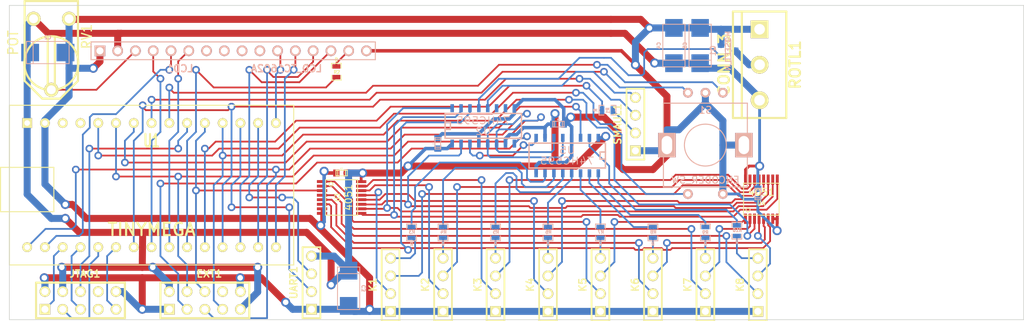
<source format=kicad_pcb>
(kicad_pcb (version 3) (host pcbnew "(2013-07-07 BZR 4022)-stable")

  (general
    (links 140)
    (no_connects 0)
    (area 78.464999 99.027599 225.050001 145.407001)
    (thickness 1.6)
    (drawings 5)
    (tracks 863)
    (zones 0)
    (modules 40)
    (nets 72)
  )

  (page A3)
  (layers
    (15 F.Cu signal)
    (0 B.Cu signal)
    (16 B.Adhes user)
    (17 F.Adhes user)
    (18 B.Paste user)
    (19 F.Paste user)
    (20 B.SilkS user)
    (21 F.SilkS user)
    (22 B.Mask user)
    (23 F.Mask user)
    (24 Dwgs.User user)
    (25 Cmts.User user)
    (26 Eco1.User user)
    (27 Eco2.User user)
    (28 Edge.Cuts user)
  )

  (setup
    (last_trace_width 1)
    (user_trace_width 0.25)
    (user_trace_width 0.4)
    (user_trace_width 0.5)
    (user_trace_width 0.75)
    (user_trace_width 1)
    (trace_clearance 0.2)
    (zone_clearance 0.508)
    (zone_45_only no)
    (trace_min 0.25)
    (segment_width 0.2)
    (edge_width 0.1)
    (via_size 1.1)
    (via_drill 0.635)
    (via_min_size 0.889)
    (via_min_drill 0.508)
    (uvia_size 0.508)
    (uvia_drill 0.127)
    (uvias_allowed no)
    (uvia_min_size 0.508)
    (uvia_min_drill 0.127)
    (pcb_text_width 0.3)
    (pcb_text_size 1.5 1.5)
    (mod_edge_width 0.15)
    (mod_text_size 1 1)
    (mod_text_width 0.15)
    (pad_size 1.397 1.397)
    (pad_drill 0.8128)
    (pad_to_mask_clearance 0)
    (aux_axis_origin 80 100)
    (visible_elements 7FFFFF8F)
    (pcbplotparams
      (layerselection 3178497)
      (usegerberextensions true)
      (excludeedgelayer true)
      (linewidth 0.150000)
      (plotframeref false)
      (viasonmask false)
      (mode 1)
      (useauxorigin false)
      (hpglpennumber 1)
      (hpglpenspeed 20)
      (hpglpendiameter 15)
      (hpglpenoverlay 2)
      (psnegative false)
      (psa4output false)
      (plotreference true)
      (plotvalue true)
      (plotothertext true)
      (plotinvisibletext false)
      (padsonsilk false)
      (subtractmaskfromsilk false)
      (outputformat 1)
      (mirror false)
      (drillshape 1)
      (scaleselection 1)
      (outputdirectory ""))
  )

  (net 0 "")
  (net 1 /!RESET)
  (net 2 /BLAULICHT)
  (net 3 /BLPWR)
  (net 4 /BUZZER)
  (net 5 /ENC_A)
  (net 6 /ENC_B)
  (net 7 /ENC_PUSH)
  (net 8 "/Key Jacks/!KEY_EN")
  (net 9 "/Key Jacks/KEY_PWR")
  (net 10 "/Key Jacks/KEY_SCIO")
  (net 11 "/Key Jacks/KEY_SEL0")
  (net 12 "/Key Jacks/KEY_SEL1")
  (net 13 "/Key Jacks/KEY_SEL2")
  (net 14 "/Key Jacks/LED_LATCH")
  (net 15 "/Key Jacks/LED_SCK")
  (net 16 "/Key Jacks/LED_SIN")
  (net 17 "/Key Jacks/LED_SOUT")
  (net 18 "/Key Jacks/led0")
  (net 19 "/Key Jacks/led1")
  (net 20 "/Key Jacks/led2")
  (net 21 "/Key Jacks/led3")
  (net 22 "/Key Jacks/led4")
  (net 23 "/Key Jacks/led5")
  (net 24 "/Key Jacks/led6")
  (net 25 "/Key Jacks/led7")
  (net 26 "/Key Jacks/pwr0")
  (net 27 "/Key Jacks/pwr1")
  (net 28 "/Key Jacks/pwr2")
  (net 29 "/Key Jacks/pwr3")
  (net 30 "/Key Jacks/pwr4")
  (net 31 "/Key Jacks/pwr5")
  (net 32 "/Key Jacks/pwr6")
  (net 33 "/Key Jacks/pwr7")
  (net 34 "/Key Jacks/scio0")
  (net 35 "/Key Jacks/scio1")
  (net 36 "/Key Jacks/scio2")
  (net 37 "/Key Jacks/scio3")
  (net 38 "/Key Jacks/scio4")
  (net 39 "/Key Jacks/scio5")
  (net 40 "/Key Jacks/scio6")
  (net 41 "/Key Jacks/scio7")
  (net 42 /LCD_D0)
  (net 43 /LCD_D1)
  (net 44 /LCD_D2)
  (net 45 /LCD_D3)
  (net 46 /LCD_E)
  (net 47 /LCD_LED)
  (net 48 /LCD_RS)
  (net 49 /LCD_RW)
  (net 50 /M_RX)
  (net 51 /M_TX)
  (net 52 /SMAUL_BTN)
  (net 53 /SMAUL_LED)
  (net 54 /SOUT)
  (net 55 /TCK)
  (net 56 /TDI)
  (net 57 /TDO)
  (net 58 /TMS)
  (net 59 GND)
  (net 60 N-0000035)
  (net 61 N-0000042)
  (net 62 N-0000046)
  (net 63 N-0000059)
  (net 64 N-0000060)
  (net 65 N-0000061)
  (net 66 N-0000062)
  (net 67 N-0000064)
  (net 68 N-0000066)
  (net 69 N-0000068)
  (net 70 N-0000070)
  (net 71 VCC)

  (net_class Default "This is the default net class."
    (clearance 0.2)
    (trace_width 0.25)
    (via_dia 1.1)
    (via_drill 0.635)
    (uvia_dia 0.508)
    (uvia_drill 0.127)
    (add_net "")
    (add_net /!RESET)
    (add_net /BLAULICHT)
    (add_net /BUZZER)
    (add_net /ENC_A)
    (add_net /ENC_B)
    (add_net /ENC_PUSH)
    (add_net "/Key Jacks/!KEY_EN")
    (add_net "/Key Jacks/KEY_PWR")
    (add_net "/Key Jacks/KEY_SCIO")
    (add_net "/Key Jacks/KEY_SEL0")
    (add_net "/Key Jacks/KEY_SEL1")
    (add_net "/Key Jacks/KEY_SEL2")
    (add_net "/Key Jacks/LED_LATCH")
    (add_net "/Key Jacks/LED_SCK")
    (add_net "/Key Jacks/LED_SIN")
    (add_net "/Key Jacks/LED_SOUT")
    (add_net "/Key Jacks/led0")
    (add_net "/Key Jacks/led1")
    (add_net "/Key Jacks/led2")
    (add_net "/Key Jacks/led3")
    (add_net "/Key Jacks/led4")
    (add_net "/Key Jacks/led5")
    (add_net "/Key Jacks/led6")
    (add_net "/Key Jacks/led7")
    (add_net "/Key Jacks/pwr0")
    (add_net "/Key Jacks/pwr1")
    (add_net "/Key Jacks/pwr2")
    (add_net "/Key Jacks/pwr3")
    (add_net "/Key Jacks/pwr4")
    (add_net "/Key Jacks/pwr5")
    (add_net "/Key Jacks/pwr6")
    (add_net "/Key Jacks/pwr7")
    (add_net "/Key Jacks/scio0")
    (add_net "/Key Jacks/scio1")
    (add_net "/Key Jacks/scio2")
    (add_net "/Key Jacks/scio3")
    (add_net "/Key Jacks/scio4")
    (add_net "/Key Jacks/scio5")
    (add_net "/Key Jacks/scio6")
    (add_net "/Key Jacks/scio7")
    (add_net /LCD_D0)
    (add_net /LCD_D1)
    (add_net /LCD_D2)
    (add_net /LCD_D3)
    (add_net /LCD_E)
    (add_net /LCD_LED)
    (add_net /LCD_RS)
    (add_net /LCD_RW)
    (add_net /M_RX)
    (add_net /M_TX)
    (add_net /SMAUL_BTN)
    (add_net /SMAUL_LED)
    (add_net /SOUT)
    (add_net /TCK)
    (add_net /TDI)
    (add_net /TDO)
    (add_net /TMS)
    (add_net N-0000035)
    (add_net N-0000042)
    (add_net N-0000046)
    (add_net N-0000059)
    (add_net N-0000060)
    (add_net N-0000061)
    (add_net N-0000062)
    (add_net N-0000064)
    (add_net N-0000066)
    (add_net N-0000068)
    (add_net N-0000070)
  )

  (net_class Power ""
    (clearance 0.2)
    (trace_width 0.5)
    (via_dia 1.3)
    (via_drill 0.8)
    (uvia_dia 0.508)
    (uvia_drill 0.127)
    (add_net /BLPWR)
    (add_net GND)
    (add_net VCC)
  )

  (module TinyMega (layer F.Cu) (tedit 5287B620) (tstamp 5275E390)
    (at 100.33 125.73)
    (descr "TinyMega board")
    (tags TINYMEGA)
    (path /5262DBCC)
    (fp_text reference U1 (at 0 -6.35) (layer F.SilkS)
      (effects (font (size 1.778 1.143) (thickness 0.28575)))
    )
    (fp_text value TINYMEGA (at 0 6.35) (layer F.SilkS)
      (effects (font (size 1.778 1.778) (thickness 0.3048)))
    )
    (fp_line (start -21.59 -2.54) (end -13.97 -2.54) (layer F.SilkS) (width 0.15))
    (fp_line (start -13.97 -2.54) (end -13.97 3.81) (layer F.SilkS) (width 0.15))
    (fp_line (start -21.59 -2.54) (end -21.59 3.81) (layer F.SilkS) (width 0.15))
    (fp_line (start -21.59 3.81) (end -13.97 3.81) (layer F.SilkS) (width 0.15))
    (fp_line (start -20.32 -11.43) (end -20.32 11.43) (layer F.SilkS) (width 0.15))
    (fp_line (start -20.32 11.43) (end 20.32 11.43) (layer F.SilkS) (width 0.15))
    (fp_line (start 20.32 11.43) (end 20.32 -11.43) (layer F.SilkS) (width 0.15))
    (fp_line (start 20.32 -11.43) (end -20.32 -11.43) (layer F.SilkS) (width 0.15))
    (pad 30 thru_hole circle (at -17.78 8.89) (size 1.397 1.397) (drill 0.8128)
      (layers *.Mask B.Cu F.SilkS)
      (net 14 "/Key Jacks/LED_LATCH")
    )
    (pad 29 thru_hole circle (at -15.24 8.89) (size 1.397 1.397) (drill 0.8128)
      (layers *.Mask B.Cu F.SilkS)
      (net 49 /LCD_RW)
    )
    (pad 1 thru_hole rect (at -17.78 -8.89) (size 1.397 1.397) (drill 0.8128)
      (layers *.Mask B.Cu F.SilkS)
      (net 71 VCC)
    )
    (pad 2 thru_hole circle (at -15.24 -8.89) (size 1.397 1.397) (drill 0.8128)
      (layers *.Mask B.Cu F.SilkS)
      (net 59 GND)
    )
    (pad 3 thru_hole circle (at -12.7 -8.89) (size 1.397 1.397) (drill 0.8128)
      (layers *.Mask B.Cu F.SilkS)
    )
    (pad 4 thru_hole circle (at -10.16 -8.89) (size 1.397 1.397) (drill 0.8128)
      (layers *.Mask B.Cu F.SilkS)
    )
    (pad 5 thru_hole circle (at -7.62 -8.89) (size 1.397 1.397) (drill 0.8128)
      (layers *.Mask B.Cu F.SilkS)
      (net 7 /ENC_PUSH)
    )
    (pad 6 thru_hole circle (at -5.08 -8.89) (size 1.397 1.397) (drill 0.8128)
      (layers *.Mask B.Cu F.SilkS)
      (net 15 "/Key Jacks/LED_SCK")
    )
    (pad 7 thru_hole circle (at -2.54 -8.89) (size 1.397 1.397) (drill 0.8128)
      (layers *.Mask B.Cu F.SilkS)
      (net 16 "/Key Jacks/LED_SIN")
    )
    (pad 8 thru_hole circle (at 0 -8.89) (size 1.397 1.397) (drill 0.8128)
      (layers *.Mask B.Cu F.SilkS)
      (net 5 /ENC_A)
    )
    (pad 9 thru_hole circle (at 2.54 -8.89) (size 1.397 1.397) (drill 0.8128)
      (layers *.Mask B.Cu F.SilkS)
      (net 6 /ENC_B)
    )
    (pad 10 thru_hole circle (at 5.08 -8.89) (size 1.397 1.397) (drill 0.8128)
      (layers *.Mask B.Cu F.SilkS)
      (net 1 /!RESET)
    )
    (pad 11 thru_hole circle (at 7.62 -8.89) (size 1.397 1.397) (drill 0.8128)
      (layers *.Mask B.Cu F.SilkS)
      (net 9 "/Key Jacks/KEY_PWR")
    )
    (pad 12 thru_hole circle (at 10.16 -8.89) (size 1.397 1.397) (drill 0.8128)
      (layers *.Mask B.Cu F.SilkS)
      (net 10 "/Key Jacks/KEY_SCIO")
    )
    (pad 13 thru_hole circle (at 12.7 -8.89) (size 1.397 1.397) (drill 0.8128)
      (layers *.Mask B.Cu F.SilkS)
      (net 50 /M_RX)
    )
    (pad 14 thru_hole circle (at 15.24 -8.89) (size 1.397 1.397) (drill 0.8128)
      (layers *.Mask B.Cu F.SilkS)
      (net 51 /M_TX)
    )
    (pad 15 thru_hole circle (at 17.78 -8.89) (size 1.397 1.397) (drill 0.8128)
      (layers *.Mask B.Cu F.SilkS)
      (net 42 /LCD_D0)
    )
    (pad 16 thru_hole circle (at 17.78 8.89) (size 1.397 1.397) (drill 0.8128)
      (layers *.Mask B.Cu F.SilkS)
      (net 43 /LCD_D1)
    )
    (pad 17 thru_hole circle (at 15.24 8.89) (size 1.397 1.397) (drill 0.8128)
      (layers *.Mask B.Cu F.SilkS)
      (net 44 /LCD_D2)
    )
    (pad 18 thru_hole circle (at 12.7 8.89) (size 1.397 1.397) (drill 0.8128)
      (layers *.Mask B.Cu F.SilkS)
      (net 45 /LCD_D3)
    )
    (pad 19 thru_hole circle (at 10.16 8.89) (size 1.397 1.397) (drill 0.8128)
      (layers *.Mask B.Cu F.SilkS)
      (net 52 /SMAUL_BTN)
    )
    (pad 20 thru_hole circle (at 7.62 8.89) (size 1.397 1.397) (drill 0.8128)
      (layers *.Mask B.Cu F.SilkS)
      (net 53 /SMAUL_LED)
    )
    (pad 21 thru_hole circle (at 5.08 8.89) (size 1.397 1.397) (drill 0.8128)
      (layers *.Mask B.Cu F.SilkS)
      (net 47 /LCD_LED)
    )
    (pad 22 thru_hole circle (at 2.54 8.89) (size 1.397 1.397) (drill 0.8128)
      (layers *.Mask B.Cu F.SilkS)
      (net 46 /LCD_E)
    )
    (pad 23 thru_hole circle (at 0 8.89) (size 1.397 1.397) (drill 0.8128)
      (layers *.Mask B.Cu F.SilkS)
      (net 48 /LCD_RS)
    )
    (pad 24 thru_hole circle (at -2.54 8.89) (size 1.397 1.397) (drill 0.8128)
      (layers *.Mask B.Cu F.SilkS)
      (net 52 /SMAUL_BTN)
    )
    (pad 25 thru_hole circle (at -5.08 8.89) (size 1.397 1.397) (drill 0.8128)
      (layers *.Mask B.Cu F.SilkS)
      (net 56 /TDI)
    )
    (pad 26 thru_hole circle (at -7.62 8.89) (size 1.397 1.397) (drill 0.8128)
      (layers *.Mask B.Cu F.SilkS)
      (net 57 /TDO)
    )
    (pad 27 thru_hole circle (at -10.16 8.89) (size 1.397 1.397) (drill 0.8128)
      (layers *.Mask B.Cu F.SilkS)
      (net 58 /TMS)
    )
    (pad 28 thru_hole circle (at -12.7 8.89) (size 1.397 1.397) (drill 0.8128)
      (layers *.Mask B.Cu F.SilkS)
      (net 55 /TCK)
    )
    (model dil/dil_28-w600.wrl
      (at (xyz 0 0 0))
      (scale (xyz 1 1 1))
      (rotate (xyz 0 0 0))
    )
  )

  (module Alps-EC11-Vert   locked (layer B.Cu) (tedit 52874058) (tstamp 5275E3A0)
    (at 179.5 120)
    (path /52642BB8)
    (fp_text reference S1 (at 0 -5) (layer B.SilkS)
      (effects (font (size 1 1) (thickness 0.15)) (justify mirror))
    )
    (fp_text value ENCODER_SW (at 0 5) (layer B.SilkS)
      (effects (font (size 1 1) (thickness 0.15)) (justify mirror))
    )
    (fp_line (start 6 6) (end 6 -6) (layer B.SilkS) (width 0.15))
    (fp_line (start 6 -6) (end -6 -6) (layer B.SilkS) (width 0.15))
    (fp_line (start -6 -6) (end -6 6) (layer B.SilkS) (width 0.15))
    (fp_line (start -6 6) (end 6 6) (layer B.SilkS) (width 0.15))
    (fp_circle (center 0 0) (end 3 0) (layer B.SilkS) (width 0.15))
    (pad 6 thru_hole rect (at 5.5 0) (size 2.5 3.5) (drill oval 1.5 2.6)
      (layers *.Cu *.Mask B.SilkS)
      (net 59 GND)
    )
    (pad 2 thru_hole circle (at -2.5 -7.5) (size 1.397 1.397) (drill 0.8128)
      (layers *.Cu *.Mask B.SilkS)
      (net 5 /ENC_A)
    )
    (pad 1 thru_hole circle (at 0 -7.5) (size 1.397 1.397) (drill 0.8128)
      (layers *.Cu *.Mask B.SilkS)
      (net 59 GND)
    )
    (pad 3 thru_hole circle (at 2.5 -7.5) (size 1.397 1.397) (drill 0.8128)
      (layers *.Cu *.Mask B.SilkS)
      (net 6 /ENC_B)
    )
    (pad 4 thru_hole circle (at -2.5 7) (size 1.397 1.397) (drill 0.8128)
      (layers *.Cu *.Mask B.SilkS)
      (net 7 /ENC_PUSH)
    )
    (pad 5 thru_hole circle (at 2.5 7) (size 1.397 1.397) (drill 0.8128)
      (layers *.Cu *.Mask B.SilkS)
      (net 59 GND)
    )
    (pad 6 thru_hole rect (at -5.5 0) (size 2.5 3.5) (drill oval 1.5 2.6)
      (layers *.Cu *.Mask B.SilkS)
      (net 59 GND)
    )
  )

  (module bornier3 (layer F.Cu) (tedit 52868E35) (tstamp 5275B2A2)
    (at 187.25 108.5 270)
    (descr "Bornier d'alimentation 3 pins")
    (tags DEV)
    (path /5275ECE4)
    (fp_text reference ROTL1 (at 0 -5.08 270) (layer F.SilkS)
      (effects (font (size 1.524 1.524) (thickness 0.3048)))
    )
    (fp_text value CONN_3 (at 0 5.08 270) (layer F.SilkS)
      (effects (font (size 1.524 1.524) (thickness 0.3048)))
    )
    (fp_line (start -7.62 3.81) (end -7.62 -3.81) (layer F.SilkS) (width 0.3048))
    (fp_line (start 7.62 3.81) (end 7.62 -3.81) (layer F.SilkS) (width 0.3048))
    (fp_line (start -7.62 2.54) (end 7.62 2.54) (layer F.SilkS) (width 0.3048))
    (fp_line (start -7.62 -3.81) (end 7.62 -3.81) (layer F.SilkS) (width 0.3048))
    (fp_line (start -7.62 3.81) (end 7.62 3.81) (layer F.SilkS) (width 0.3048))
    (pad 1 thru_hole rect (at -5.08 0 270) (size 2.54 2.54) (drill 1.524)
      (layers *.Mask B.Cu F.SilkS)
      (net 59 GND)
    )
    (pad 2 thru_hole circle (at 0 0 270) (size 2.54 2.54) (drill 1.524)
      (layers *.Mask B.Cu F.SilkS)
      (net 3 /BLPWR)
    )
    (pad 3 thru_hole circle (at 5.08 0 270) (size 2.54 2.54) (drill 1.524)
      (layers *.Mask B.Cu F.SilkS)
      (net 71 VCC)
    )
    (model device/bornier_3.wrl
      (at (xyz 0 0 0))
      (scale (xyz 1 1 1))
      (rotate (xyz 0 0 0))
    )
  )

  (module tssop-16 (layer F.Cu) (tedit 50BDFA4B) (tstamp 5275B116)
    (at 187.5 127.75)
    (descr TSSOP-16)
    (path /526400BF/526401E2)
    (attr smd)
    (fp_text reference U4 (at 0 0.59944) (layer F.SilkS)
      (effects (font (size 0.70104 0.59944) (thickness 0.11938)))
    )
    (fp_text value 4051 (at 0 -1.00076) (layer F.SilkS)
      (effects (font (size 1.00076 1.00076) (thickness 0.14986)))
    )
    (fp_circle (center -1.905 1.524) (end -2.032 1.778) (layer F.SilkS) (width 0.127))
    (fp_line (start 2.54 -2.286) (end -2.54 -2.286) (layer F.SilkS) (width 0.127))
    (fp_line (start -2.54 -2.286) (end -2.54 2.286) (layer F.SilkS) (width 0.127))
    (fp_line (start -2.54 2.286) (end 2.54 2.286) (layer F.SilkS) (width 0.127))
    (fp_line (start 2.54 2.286) (end 2.54 -2.286) (layer F.SilkS) (width 0.127))
    (pad 4 smd rect (at -0.32512 2.79908) (size 0.4191 1.47066)
      (layers F.Cu F.Paste F.Mask)
      (net 41 "/Key Jacks/scio7")
    )
    (pad 5 smd rect (at 0.32512 2.79908) (size 0.4191 1.47066)
      (layers F.Cu F.Paste F.Mask)
      (net 39 "/Key Jacks/scio5")
    )
    (pad 6 smd rect (at 0.97536 2.79908) (size 0.4191 1.47066)
      (layers F.Cu F.Paste F.Mask)
      (net 8 "/Key Jacks/!KEY_EN")
    )
    (pad 7 smd rect (at 1.6256 2.79908) (size 0.4191 1.47066)
      (layers F.Cu F.Paste F.Mask)
      (net 59 GND)
    )
    (pad 16 smd rect (at -2.26568 -2.794) (size 0.4191 1.47066)
      (layers F.Cu F.Paste F.Mask)
      (net 71 VCC)
    )
    (pad 1 smd rect (at -2.27584 2.79908) (size 0.4191 1.47066)
      (layers F.Cu F.Paste F.Mask)
      (net 38 "/Key Jacks/scio4")
    )
    (pad 2 smd rect (at -1.6256 2.79908) (size 0.4191 1.47066)
      (layers F.Cu F.Paste F.Mask)
      (net 40 "/Key Jacks/scio6")
    )
    (pad 3 smd rect (at -0.97536 2.79908) (size 0.4191 1.47066)
      (layers F.Cu F.Paste F.Mask)
      (net 10 "/Key Jacks/KEY_SCIO")
    )
    (pad 9 smd rect (at 2.27584 -2.79908) (size 0.4191 1.47066)
      (layers F.Cu F.Paste F.Mask)
      (net 13 "/Key Jacks/KEY_SEL2")
    )
    (pad 10 smd rect (at 1.6256 -2.79908) (size 0.4191 1.47066)
      (layers F.Cu F.Paste F.Mask)
      (net 12 "/Key Jacks/KEY_SEL1")
    )
    (pad 11 smd rect (at 0.97536 -2.79908) (size 0.4191 1.47066)
      (layers F.Cu F.Paste F.Mask)
      (net 11 "/Key Jacks/KEY_SEL0")
    )
    (pad 12 smd rect (at 0.32512 -2.79908) (size 0.4191 1.47066)
      (layers F.Cu F.Paste F.Mask)
      (net 37 "/Key Jacks/scio3")
    )
    (pad 13 smd rect (at -0.32512 -2.79908) (size 0.4191 1.47066)
      (layers F.Cu F.Paste F.Mask)
      (net 34 "/Key Jacks/scio0")
    )
    (pad 14 smd rect (at -0.97536 -2.79908) (size 0.4191 1.47066)
      (layers F.Cu F.Paste F.Mask)
      (net 35 "/Key Jacks/scio1")
    )
    (pad 8 smd rect (at 2.27584 2.79908) (size 0.4191 1.47066)
      (layers F.Cu F.Paste F.Mask)
      (net 59 GND)
    )
    (pad 15 smd rect (at -1.6256 -2.794) (size 0.4191 1.47066)
      (layers F.Cu F.Paste F.Mask)
      (net 36 "/Key Jacks/scio2")
    )
    (model smd/smd_dil/tssop-16.wrl
      (at (xyz 0 0 0))
      (scale (xyz 1 1 1))
      (rotate (xyz 0 0 0))
    )
  )

  (module tssop-16 (layer F.Cu) (tedit 50BDFA4B) (tstamp 5275B12F)
    (at 127.5 127.5 270)
    (descr TSSOP-16)
    (path /526400BF/526401E8)
    (attr smd)
    (fp_text reference U3 (at 0 0.59944 270) (layer F.SilkS)
      (effects (font (size 0.70104 0.59944) (thickness 0.11938)))
    )
    (fp_text value 4051 (at 0 -1.00076 270) (layer F.SilkS)
      (effects (font (size 1.00076 1.00076) (thickness 0.14986)))
    )
    (fp_circle (center -1.905 1.524) (end -2.032 1.778) (layer F.SilkS) (width 0.127))
    (fp_line (start 2.54 -2.286) (end -2.54 -2.286) (layer F.SilkS) (width 0.127))
    (fp_line (start -2.54 -2.286) (end -2.54 2.286) (layer F.SilkS) (width 0.127))
    (fp_line (start -2.54 2.286) (end 2.54 2.286) (layer F.SilkS) (width 0.127))
    (fp_line (start 2.54 2.286) (end 2.54 -2.286) (layer F.SilkS) (width 0.127))
    (pad 4 smd rect (at -0.32512 2.79908 270) (size 0.4191 1.47066)
      (layers F.Cu F.Paste F.Mask)
      (net 33 "/Key Jacks/pwr7")
    )
    (pad 5 smd rect (at 0.32512 2.79908 270) (size 0.4191 1.47066)
      (layers F.Cu F.Paste F.Mask)
      (net 31 "/Key Jacks/pwr5")
    )
    (pad 6 smd rect (at 0.97536 2.79908 270) (size 0.4191 1.47066)
      (layers F.Cu F.Paste F.Mask)
      (net 8 "/Key Jacks/!KEY_EN")
    )
    (pad 7 smd rect (at 1.6256 2.79908 270) (size 0.4191 1.47066)
      (layers F.Cu F.Paste F.Mask)
      (net 59 GND)
    )
    (pad 16 smd rect (at -2.26568 -2.794 270) (size 0.4191 1.47066)
      (layers F.Cu F.Paste F.Mask)
      (net 71 VCC)
    )
    (pad 1 smd rect (at -2.27584 2.79908 270) (size 0.4191 1.47066)
      (layers F.Cu F.Paste F.Mask)
      (net 30 "/Key Jacks/pwr4")
    )
    (pad 2 smd rect (at -1.6256 2.79908 270) (size 0.4191 1.47066)
      (layers F.Cu F.Paste F.Mask)
      (net 32 "/Key Jacks/pwr6")
    )
    (pad 3 smd rect (at -0.97536 2.79908 270) (size 0.4191 1.47066)
      (layers F.Cu F.Paste F.Mask)
      (net 9 "/Key Jacks/KEY_PWR")
    )
    (pad 9 smd rect (at 2.27584 -2.79908 270) (size 0.4191 1.47066)
      (layers F.Cu F.Paste F.Mask)
      (net 13 "/Key Jacks/KEY_SEL2")
    )
    (pad 10 smd rect (at 1.6256 -2.79908 270) (size 0.4191 1.47066)
      (layers F.Cu F.Paste F.Mask)
      (net 12 "/Key Jacks/KEY_SEL1")
    )
    (pad 11 smd rect (at 0.97536 -2.79908 270) (size 0.4191 1.47066)
      (layers F.Cu F.Paste F.Mask)
      (net 11 "/Key Jacks/KEY_SEL0")
    )
    (pad 12 smd rect (at 0.32512 -2.79908 270) (size 0.4191 1.47066)
      (layers F.Cu F.Paste F.Mask)
      (net 29 "/Key Jacks/pwr3")
    )
    (pad 13 smd rect (at -0.32512 -2.79908 270) (size 0.4191 1.47066)
      (layers F.Cu F.Paste F.Mask)
      (net 26 "/Key Jacks/pwr0")
    )
    (pad 14 smd rect (at -0.97536 -2.79908 270) (size 0.4191 1.47066)
      (layers F.Cu F.Paste F.Mask)
      (net 27 "/Key Jacks/pwr1")
    )
    (pad 8 smd rect (at 2.27584 2.79908 270) (size 0.4191 1.47066)
      (layers F.Cu F.Paste F.Mask)
      (net 59 GND)
    )
    (pad 15 smd rect (at -1.6256 -2.794 270) (size 0.4191 1.47066)
      (layers F.Cu F.Paste F.Mask)
      (net 28 "/Key Jacks/pwr2")
    )
    (model smd/smd_dil/tssop-16.wrl
      (at (xyz 0 0 0))
      (scale (xyz 1 1 1))
      (rotate (xyz 0 0 0))
    )
  )

  (module SOT23GDS (layer B.Cu) (tedit 50911E03) (tstamp 5275B13A)
    (at 182.75 106.5 270)
    (descr "Module CMS SOT23 Transistore EBC")
    (tags "CMS SOT")
    (path /52752656)
    (attr smd)
    (fp_text reference Q1 (at 0 2.159 270) (layer B.SilkS)
      (effects (font (size 0.762 0.762) (thickness 0.12954)) (justify mirror))
    )
    (fp_text value MOSFET_N (at 0 0 270) (layer B.SilkS)
      (effects (font (size 0.762 0.762) (thickness 0.12954)) (justify mirror))
    )
    (fp_line (start -1.524 0.381) (end 1.524 0.381) (layer B.SilkS) (width 0.11938))
    (fp_line (start 1.524 0.381) (end 1.524 -0.381) (layer B.SilkS) (width 0.11938))
    (fp_line (start 1.524 -0.381) (end -1.524 -0.381) (layer B.SilkS) (width 0.11938))
    (fp_line (start -1.524 -0.381) (end -1.524 0.381) (layer B.SilkS) (width 0.11938))
    (pad S smd rect (at -0.889 1.016 270) (size 0.9144 0.9144)
      (layers B.Cu B.Paste B.Mask)
      (net 59 GND)
    )
    (pad G smd rect (at 0.889 1.016 270) (size 0.9144 0.9144)
      (layers B.Cu B.Paste B.Mask)
      (net 2 /BLAULICHT)
    )
    (pad D smd rect (at 0 -1.016 270) (size 0.9144 0.9144)
      (layers B.Cu B.Paste B.Mask)
      (net 3 /BLPWR)
    )
    (model smd/cms_sot23.wrl
      (at (xyz 0 0 0))
      (scale (xyz 0.13 0.15 0.15))
      (rotate (xyz 0 0 0))
    )
  )

  (module SO16E (layer B.Cu) (tedit 4280700D) (tstamp 5275B155)
    (at 147.75 117.25)
    (descr "Module CMS SOJ 16 pins etroit")
    (tags "CMS SOJ")
    (path /52752676)
    (attr smd)
    (fp_text reference U2 (at 0 0.762) (layer B.SilkS)
      (effects (font (size 1.016 1.143) (thickness 0.127)) (justify mirror))
    )
    (fp_text value 74HC595 (at 0 -0.762) (layer B.SilkS)
      (effects (font (size 1.016 1.143) (thickness 0.127)) (justify mirror))
    )
    (fp_line (start -5.461 1.778) (end 5.461 1.778) (layer B.SilkS) (width 0.2032))
    (fp_line (start 5.461 1.778) (end 5.461 -1.778) (layer B.SilkS) (width 0.2032))
    (fp_line (start 5.461 -1.778) (end -5.461 -1.778) (layer B.SilkS) (width 0.2032))
    (fp_line (start -5.461 -1.778) (end -5.461 1.778) (layer B.SilkS) (width 0.2032))
    (fp_line (start -5.461 0.508) (end -4.699 0.508) (layer B.SilkS) (width 0.2032))
    (fp_line (start -4.699 0.508) (end -4.699 -0.508) (layer B.SilkS) (width 0.2032))
    (fp_line (start -4.699 -0.508) (end -5.461 -0.508) (layer B.SilkS) (width 0.2032))
    (pad 1 smd rect (at -4.445 -2.54) (size 0.508 1.143)
      (layers B.Cu B.Paste B.Mask)
      (net 12 "/Key Jacks/KEY_SEL1")
    )
    (pad 2 smd rect (at -3.175 -2.54) (size 0.508 1.143)
      (layers B.Cu B.Paste B.Mask)
      (net 13 "/Key Jacks/KEY_SEL2")
    )
    (pad 3 smd rect (at -1.905 -2.54) (size 0.508 1.143)
      (layers B.Cu B.Paste B.Mask)
      (net 8 "/Key Jacks/!KEY_EN")
    )
    (pad 4 smd rect (at -0.635 -2.54) (size 0.508 1.143)
      (layers B.Cu B.Paste B.Mask)
      (net 2 /BLAULICHT)
    )
    (pad 5 smd rect (at 0.635 -2.54) (size 0.508 1.143)
      (layers B.Cu B.Paste B.Mask)
      (net 4 /BUZZER)
    )
    (pad 6 smd rect (at 1.905 -2.54) (size 0.508 1.143)
      (layers B.Cu B.Paste B.Mask)
    )
    (pad 7 smd rect (at 3.175 -2.54) (size 0.508 1.143)
      (layers B.Cu B.Paste B.Mask)
    )
    (pad 8 smd rect (at 4.445 -2.54) (size 0.508 1.143)
      (layers B.Cu B.Paste B.Mask)
      (net 59 GND)
    )
    (pad 9 smd rect (at 4.445 2.54) (size 0.508 1.143)
      (layers B.Cu B.Paste B.Mask)
      (net 54 /SOUT)
    )
    (pad 10 smd rect (at 3.175 2.54) (size 0.508 1.143)
      (layers B.Cu B.Paste B.Mask)
      (net 71 VCC)
    )
    (pad 11 smd rect (at 1.905 2.54) (size 0.508 1.143)
      (layers B.Cu B.Paste B.Mask)
      (net 15 "/Key Jacks/LED_SCK")
    )
    (pad 12 smd rect (at 0.635 2.54) (size 0.508 1.143)
      (layers B.Cu B.Paste B.Mask)
      (net 14 "/Key Jacks/LED_LATCH")
    )
    (pad 13 smd rect (at -0.635 2.54) (size 0.508 1.143)
      (layers B.Cu B.Paste B.Mask)
      (net 59 GND)
    )
    (pad 14 smd rect (at -1.905 2.54) (size 0.508 1.143)
      (layers B.Cu B.Paste B.Mask)
      (net 17 "/Key Jacks/LED_SOUT")
    )
    (pad 15 smd rect (at -3.175 2.54) (size 0.508 1.143)
      (layers B.Cu B.Paste B.Mask)
      (net 11 "/Key Jacks/KEY_SEL0")
    )
    (pad 16 smd rect (at -4.445 2.54) (size 0.508 1.143)
      (layers B.Cu B.Paste B.Mask)
      (net 71 VCC)
    )
    (model smd/cms_so16.wrl
      (at (xyz 0 0 0))
      (scale (xyz 0.5 0.3 0.5))
      (rotate (xyz 0 0 0))
    )
  )

  (module SO16E (layer B.Cu) (tedit 4280700D) (tstamp 5275B170)
    (at 159.75 121.5 180)
    (descr "Module CMS SOJ 16 pins etroit")
    (tags "CMS SOJ")
    (path /526400BF/526401D3)
    (attr smd)
    (fp_text reference U5 (at 0 0.762 180) (layer B.SilkS)
      (effects (font (size 1.016 1.143) (thickness 0.127)) (justify mirror))
    )
    (fp_text value 74HC595 (at 0 -0.762 180) (layer B.SilkS)
      (effects (font (size 1.016 1.143) (thickness 0.127)) (justify mirror))
    )
    (fp_line (start -5.461 1.778) (end 5.461 1.778) (layer B.SilkS) (width 0.2032))
    (fp_line (start 5.461 1.778) (end 5.461 -1.778) (layer B.SilkS) (width 0.2032))
    (fp_line (start 5.461 -1.778) (end -5.461 -1.778) (layer B.SilkS) (width 0.2032))
    (fp_line (start -5.461 -1.778) (end -5.461 1.778) (layer B.SilkS) (width 0.2032))
    (fp_line (start -5.461 0.508) (end -4.699 0.508) (layer B.SilkS) (width 0.2032))
    (fp_line (start -4.699 0.508) (end -4.699 -0.508) (layer B.SilkS) (width 0.2032))
    (fp_line (start -4.699 -0.508) (end -5.461 -0.508) (layer B.SilkS) (width 0.2032))
    (pad 1 smd rect (at -4.445 -2.54 180) (size 0.508 1.143)
      (layers B.Cu B.Paste B.Mask)
      (net 24 "/Key Jacks/led6")
    )
    (pad 2 smd rect (at -3.175 -2.54 180) (size 0.508 1.143)
      (layers B.Cu B.Paste B.Mask)
      (net 23 "/Key Jacks/led5")
    )
    (pad 3 smd rect (at -1.905 -2.54 180) (size 0.508 1.143)
      (layers B.Cu B.Paste B.Mask)
      (net 22 "/Key Jacks/led4")
    )
    (pad 4 smd rect (at -0.635 -2.54 180) (size 0.508 1.143)
      (layers B.Cu B.Paste B.Mask)
      (net 21 "/Key Jacks/led3")
    )
    (pad 5 smd rect (at 0.635 -2.54 180) (size 0.508 1.143)
      (layers B.Cu B.Paste B.Mask)
      (net 20 "/Key Jacks/led2")
    )
    (pad 6 smd rect (at 1.905 -2.54 180) (size 0.508 1.143)
      (layers B.Cu B.Paste B.Mask)
      (net 19 "/Key Jacks/led1")
    )
    (pad 7 smd rect (at 3.175 -2.54 180) (size 0.508 1.143)
      (layers B.Cu B.Paste B.Mask)
      (net 18 "/Key Jacks/led0")
    )
    (pad 8 smd rect (at 4.445 -2.54 180) (size 0.508 1.143)
      (layers B.Cu B.Paste B.Mask)
      (net 59 GND)
    )
    (pad 9 smd rect (at 4.445 2.54 180) (size 0.508 1.143)
      (layers B.Cu B.Paste B.Mask)
      (net 17 "/Key Jacks/LED_SOUT")
    )
    (pad 10 smd rect (at 3.175 2.54 180) (size 0.508 1.143)
      (layers B.Cu B.Paste B.Mask)
      (net 71 VCC)
    )
    (pad 11 smd rect (at 1.905 2.54 180) (size 0.508 1.143)
      (layers B.Cu B.Paste B.Mask)
      (net 15 "/Key Jacks/LED_SCK")
    )
    (pad 12 smd rect (at 0.635 2.54 180) (size 0.508 1.143)
      (layers B.Cu B.Paste B.Mask)
      (net 14 "/Key Jacks/LED_LATCH")
    )
    (pad 13 smd rect (at -0.635 2.54 180) (size 0.508 1.143)
      (layers B.Cu B.Paste B.Mask)
      (net 59 GND)
    )
    (pad 14 smd rect (at -1.905 2.54 180) (size 0.508 1.143)
      (layers B.Cu B.Paste B.Mask)
      (net 16 "/Key Jacks/LED_SIN")
    )
    (pad 15 smd rect (at -3.175 2.54 180) (size 0.508 1.143)
      (layers B.Cu B.Paste B.Mask)
      (net 25 "/Key Jacks/led7")
    )
    (pad 16 smd rect (at -4.445 2.54 180) (size 0.508 1.143)
      (layers B.Cu B.Paste B.Mask)
      (net 71 VCC)
    )
    (model smd/cms_so16.wrl
      (at (xyz 0 0 0))
      (scale (xyz 0.5 0.3 0.5))
      (rotate (xyz 0 0 0))
    )
  )

  (module SM0603_Resistor (layer B.Cu) (tedit 5051B21B) (tstamp 5275B17C)
    (at 165.5 115)
    (path /52643B90)
    (attr smd)
    (fp_text reference R1 (at 0.0635 0.0635 270) (layer B.SilkS)
      (effects (font (size 0.50038 0.4572) (thickness 0.1143)) (justify mirror))
    )
    (fp_text value R (at -1.69926 0 270) (layer B.SilkS)
      (effects (font (size 0.508 0.4572) (thickness 0.1143)) (justify mirror))
    )
    (fp_line (start -0.50038 0.6985) (end -1.2065 0.6985) (layer B.SilkS) (width 0.127))
    (fp_line (start -1.2065 0.6985) (end -1.2065 -0.6985) (layer B.SilkS) (width 0.127))
    (fp_line (start -1.2065 -0.6985) (end -0.50038 -0.6985) (layer B.SilkS) (width 0.127))
    (fp_line (start 1.2065 0.6985) (end 0.50038 0.6985) (layer B.SilkS) (width 0.127))
    (fp_line (start 1.2065 0.6985) (end 1.2065 -0.6985) (layer B.SilkS) (width 0.127))
    (fp_line (start 1.2065 -0.6985) (end 0.50038 -0.6985) (layer B.SilkS) (width 0.127))
    (pad 1 smd rect (at -0.762 0) (size 0.635 1.143)
      (layers B.Cu B.Paste B.Mask)
      (net 53 /SMAUL_LED)
    )
    (pad 2 smd rect (at 0.762 0) (size 0.635 1.143)
      (layers B.Cu B.Paste B.Mask)
      (net 62 N-0000046)
    )
    (model smd\resistors\R0603.wrl
      (at (xyz 0 0 0.001))
      (scale (xyz 0.5 0.5 0.5))
      (rotate (xyz 0 0 0))
    )
  )

  (module SM0603_Resistor (layer B.Cu) (tedit 5051B21B) (tstamp 5275B188)
    (at 164.5 132.5 90)
    (path /526400BF/52759F64)
    (attr smd)
    (fp_text reference R7 (at 0.0635 0.0635 360) (layer B.SilkS)
      (effects (font (size 0.50038 0.4572) (thickness 0.1143)) (justify mirror))
    )
    (fp_text value R (at -1.69926 0 360) (layer B.SilkS)
      (effects (font (size 0.508 0.4572) (thickness 0.1143)) (justify mirror))
    )
    (fp_line (start -0.50038 0.6985) (end -1.2065 0.6985) (layer B.SilkS) (width 0.127))
    (fp_line (start -1.2065 0.6985) (end -1.2065 -0.6985) (layer B.SilkS) (width 0.127))
    (fp_line (start -1.2065 -0.6985) (end -0.50038 -0.6985) (layer B.SilkS) (width 0.127))
    (fp_line (start 1.2065 0.6985) (end 0.50038 0.6985) (layer B.SilkS) (width 0.127))
    (fp_line (start 1.2065 0.6985) (end 1.2065 -0.6985) (layer B.SilkS) (width 0.127))
    (fp_line (start 1.2065 -0.6985) (end 0.50038 -0.6985) (layer B.SilkS) (width 0.127))
    (pad 1 smd rect (at -0.762 0 90) (size 0.635 1.143)
      (layers B.Cu B.Paste B.Mask)
      (net 68 N-0000066)
    )
    (pad 2 smd rect (at 0.762 0 90) (size 0.635 1.143)
      (layers B.Cu B.Paste B.Mask)
      (net 22 "/Key Jacks/led4")
    )
    (model smd\resistors\R0603.wrl
      (at (xyz 0 0 0.001))
      (scale (xyz 0.5 0.5 0.5))
      (rotate (xyz 0 0 0))
    )
  )

  (module SM0603_Resistor (layer B.Cu) (tedit 5051B21B) (tstamp 5275B194)
    (at 172 132.5 90)
    (path /526400BF/52759F5E)
    (attr smd)
    (fp_text reference R8 (at 0.0635 0.0635 360) (layer B.SilkS)
      (effects (font (size 0.50038 0.4572) (thickness 0.1143)) (justify mirror))
    )
    (fp_text value R (at -1.69926 0 360) (layer B.SilkS)
      (effects (font (size 0.508 0.4572) (thickness 0.1143)) (justify mirror))
    )
    (fp_line (start -0.50038 0.6985) (end -1.2065 0.6985) (layer B.SilkS) (width 0.127))
    (fp_line (start -1.2065 0.6985) (end -1.2065 -0.6985) (layer B.SilkS) (width 0.127))
    (fp_line (start -1.2065 -0.6985) (end -0.50038 -0.6985) (layer B.SilkS) (width 0.127))
    (fp_line (start 1.2065 0.6985) (end 0.50038 0.6985) (layer B.SilkS) (width 0.127))
    (fp_line (start 1.2065 0.6985) (end 1.2065 -0.6985) (layer B.SilkS) (width 0.127))
    (fp_line (start 1.2065 -0.6985) (end 0.50038 -0.6985) (layer B.SilkS) (width 0.127))
    (pad 1 smd rect (at -0.762 0 90) (size 0.635 1.143)
      (layers B.Cu B.Paste B.Mask)
      (net 69 N-0000068)
    )
    (pad 2 smd rect (at 0.762 0 90) (size 0.635 1.143)
      (layers B.Cu B.Paste B.Mask)
      (net 23 "/Key Jacks/led5")
    )
    (model smd\resistors\R0603.wrl
      (at (xyz 0 0 0.001))
      (scale (xyz 0.5 0.5 0.5))
      (rotate (xyz 0 0 0))
    )
  )

  (module SM0603_Resistor (layer B.Cu) (tedit 5051B21B) (tstamp 5275B1A0)
    (at 157 132.5 90)
    (path /526400BF/52759F6A)
    (attr smd)
    (fp_text reference R6 (at 0.0635 0.0635 360) (layer B.SilkS)
      (effects (font (size 0.50038 0.4572) (thickness 0.1143)) (justify mirror))
    )
    (fp_text value R (at -1.69926 0 360) (layer B.SilkS)
      (effects (font (size 0.508 0.4572) (thickness 0.1143)) (justify mirror))
    )
    (fp_line (start -0.50038 0.6985) (end -1.2065 0.6985) (layer B.SilkS) (width 0.127))
    (fp_line (start -1.2065 0.6985) (end -1.2065 -0.6985) (layer B.SilkS) (width 0.127))
    (fp_line (start -1.2065 -0.6985) (end -0.50038 -0.6985) (layer B.SilkS) (width 0.127))
    (fp_line (start 1.2065 0.6985) (end 0.50038 0.6985) (layer B.SilkS) (width 0.127))
    (fp_line (start 1.2065 0.6985) (end 1.2065 -0.6985) (layer B.SilkS) (width 0.127))
    (fp_line (start 1.2065 -0.6985) (end 0.50038 -0.6985) (layer B.SilkS) (width 0.127))
    (pad 1 smd rect (at -0.762 0 90) (size 0.635 1.143)
      (layers B.Cu B.Paste B.Mask)
      (net 67 N-0000064)
    )
    (pad 2 smd rect (at 0.762 0 90) (size 0.635 1.143)
      (layers B.Cu B.Paste B.Mask)
      (net 21 "/Key Jacks/led3")
    )
    (model smd\resistors\R0603.wrl
      (at (xyz 0 0 0.001))
      (scale (xyz 0.5 0.5 0.5))
      (rotate (xyz 0 0 0))
    )
  )

  (module SM0603_Resistor (layer B.Cu) (tedit 5283F67D) (tstamp 5286B17B)
    (at 137.5 132.5 90)
    (path /526400BF/52759F7C)
    (attr smd)
    (fp_text reference R3 (at 0.0635 0.0635 180) (layer B.SilkS)
      (effects (font (size 0.50038 0.4572) (thickness 0.1143)) (justify mirror))
    )
    (fp_text value R (at -1.69926 0 360) (layer B.SilkS)
      (effects (font (size 0.508 0.4572) (thickness 0.1143)) (justify mirror))
    )
    (fp_line (start -0.50038 0.6985) (end -1.2065 0.6985) (layer B.SilkS) (width 0.127))
    (fp_line (start -1.2065 0.6985) (end -1.2065 -0.6985) (layer B.SilkS) (width 0.127))
    (fp_line (start -1.2065 -0.6985) (end -0.50038 -0.6985) (layer B.SilkS) (width 0.127))
    (fp_line (start 1.2065 0.6985) (end 0.50038 0.6985) (layer B.SilkS) (width 0.127))
    (fp_line (start 1.2065 0.6985) (end 1.2065 -0.6985) (layer B.SilkS) (width 0.127))
    (fp_line (start 1.2065 -0.6985) (end 0.50038 -0.6985) (layer B.SilkS) (width 0.127))
    (pad 1 smd rect (at -0.762 0 90) (size 0.635 1.143)
      (layers B.Cu B.Paste B.Mask)
      (net 64 N-0000060)
    )
    (pad 2 smd rect (at 0.762 0 90) (size 0.635 1.143)
      (layers B.Cu B.Paste B.Mask)
      (net 18 "/Key Jacks/led0")
    )
    (model smd\resistors\R0603.wrl
      (at (xyz 0 0 0.001))
      (scale (xyz 0.5 0.5 0.5))
      (rotate (xyz 0 0 0))
    )
  )

  (module SM0603_Resistor (layer F.Cu) (tedit 5051B21B) (tstamp 5275B1B8)
    (at 126.75 109.5 270)
    (path /5275B6B6)
    (attr smd)
    (fp_text reference R2 (at 0.0635 -0.0635 360) (layer F.SilkS)
      (effects (font (size 0.50038 0.4572) (thickness 0.1143)))
    )
    (fp_text value R (at -1.69926 0 360) (layer F.SilkS)
      (effects (font (size 0.508 0.4572) (thickness 0.1143)))
    )
    (fp_line (start -0.50038 -0.6985) (end -1.2065 -0.6985) (layer F.SilkS) (width 0.127))
    (fp_line (start -1.2065 -0.6985) (end -1.2065 0.6985) (layer F.SilkS) (width 0.127))
    (fp_line (start -1.2065 0.6985) (end -0.50038 0.6985) (layer F.SilkS) (width 0.127))
    (fp_line (start 1.2065 -0.6985) (end 0.50038 -0.6985) (layer F.SilkS) (width 0.127))
    (fp_line (start 1.2065 -0.6985) (end 1.2065 0.6985) (layer F.SilkS) (width 0.127))
    (fp_line (start 1.2065 0.6985) (end 0.50038 0.6985) (layer F.SilkS) (width 0.127))
    (pad 1 smd rect (at -0.762 0 270) (size 0.635 1.143)
      (layers F.Cu F.Paste F.Mask)
      (net 60 N-0000035)
    )
    (pad 2 smd rect (at 0.762 0 270) (size 0.635 1.143)
      (layers F.Cu F.Paste F.Mask)
      (net 47 /LCD_LED)
    )
    (model smd\resistors\R0603.wrl
      (at (xyz 0 0 0.001))
      (scale (xyz 0.5 0.5 0.5))
      (rotate (xyz 0 0 0))
    )
  )

  (module SM0603_Resistor (layer B.Cu) (tedit 527AB850) (tstamp 5275B1C4)
    (at 179.5 132.5 90)
    (path /526400BF/52759F58)
    (attr smd)
    (fp_text reference R9 (at 0 0 360) (layer B.SilkS)
      (effects (font (size 0.50038 0.4572) (thickness 0.1143)) (justify mirror))
    )
    (fp_text value R (at -1.69926 0 360) (layer B.SilkS)
      (effects (font (size 0.508 0.4572) (thickness 0.1143)) (justify mirror))
    )
    (fp_line (start -0.50038 0.6985) (end -1.2065 0.6985) (layer B.SilkS) (width 0.127))
    (fp_line (start -1.2065 0.6985) (end -1.2065 -0.6985) (layer B.SilkS) (width 0.127))
    (fp_line (start -1.2065 -0.6985) (end -0.50038 -0.6985) (layer B.SilkS) (width 0.127))
    (fp_line (start 1.2065 0.6985) (end 0.50038 0.6985) (layer B.SilkS) (width 0.127))
    (fp_line (start 1.2065 0.6985) (end 1.2065 -0.6985) (layer B.SilkS) (width 0.127))
    (fp_line (start 1.2065 -0.6985) (end 0.50038 -0.6985) (layer B.SilkS) (width 0.127))
    (pad 1 smd rect (at -0.762 0 90) (size 0.635 1.143)
      (layers B.Cu B.Paste B.Mask)
      (net 70 N-0000070)
    )
    (pad 2 smd rect (at 0.762 0 90) (size 0.635 1.143)
      (layers B.Cu B.Paste B.Mask)
      (net 24 "/Key Jacks/led6")
    )
    (model smd\resistors\R0603.wrl
      (at (xyz 0 0 0.001))
      (scale (xyz 0.5 0.5 0.5))
      (rotate (xyz 0 0 0))
    )
  )

  (module SM0603_Resistor (layer B.Cu) (tedit 5051B21B) (tstamp 5275B1D0)
    (at 184 132.25 90)
    (path /526400BF/52759F52)
    (attr smd)
    (fp_text reference R10 (at 0.0635 0.0635 360) (layer B.SilkS)
      (effects (font (size 0.50038 0.4572) (thickness 0.1143)) (justify mirror))
    )
    (fp_text value R (at -1.69926 0 360) (layer B.SilkS)
      (effects (font (size 0.508 0.4572) (thickness 0.1143)) (justify mirror))
    )
    (fp_line (start -0.50038 0.6985) (end -1.2065 0.6985) (layer B.SilkS) (width 0.127))
    (fp_line (start -1.2065 0.6985) (end -1.2065 -0.6985) (layer B.SilkS) (width 0.127))
    (fp_line (start -1.2065 -0.6985) (end -0.50038 -0.6985) (layer B.SilkS) (width 0.127))
    (fp_line (start 1.2065 0.6985) (end 0.50038 0.6985) (layer B.SilkS) (width 0.127))
    (fp_line (start 1.2065 0.6985) (end 1.2065 -0.6985) (layer B.SilkS) (width 0.127))
    (fp_line (start 1.2065 -0.6985) (end 0.50038 -0.6985) (layer B.SilkS) (width 0.127))
    (pad 1 smd rect (at -0.762 0 90) (size 0.635 1.143)
      (layers B.Cu B.Paste B.Mask)
      (net 63 N-0000059)
    )
    (pad 2 smd rect (at 0.762 0 90) (size 0.635 1.143)
      (layers B.Cu B.Paste B.Mask)
      (net 25 "/Key Jacks/led7")
    )
    (model smd\resistors\R0603.wrl
      (at (xyz 0 0 0.001))
      (scale (xyz 0.5 0.5 0.5))
      (rotate (xyz 0 0 0))
    )
  )

  (module SM0603_Resistor (layer B.Cu) (tedit 5051B21B) (tstamp 5275B1DC)
    (at 149.5 132.5 90)
    (path /526400BF/52759F70)
    (attr smd)
    (fp_text reference R5 (at 0.0635 0.0635 360) (layer B.SilkS)
      (effects (font (size 0.50038 0.4572) (thickness 0.1143)) (justify mirror))
    )
    (fp_text value R (at -1.69926 0 360) (layer B.SilkS)
      (effects (font (size 0.508 0.4572) (thickness 0.1143)) (justify mirror))
    )
    (fp_line (start -0.50038 0.6985) (end -1.2065 0.6985) (layer B.SilkS) (width 0.127))
    (fp_line (start -1.2065 0.6985) (end -1.2065 -0.6985) (layer B.SilkS) (width 0.127))
    (fp_line (start -1.2065 -0.6985) (end -0.50038 -0.6985) (layer B.SilkS) (width 0.127))
    (fp_line (start 1.2065 0.6985) (end 0.50038 0.6985) (layer B.SilkS) (width 0.127))
    (fp_line (start 1.2065 0.6985) (end 1.2065 -0.6985) (layer B.SilkS) (width 0.127))
    (fp_line (start 1.2065 -0.6985) (end 0.50038 -0.6985) (layer B.SilkS) (width 0.127))
    (pad 1 smd rect (at -0.762 0 90) (size 0.635 1.143)
      (layers B.Cu B.Paste B.Mask)
      (net 66 N-0000062)
    )
    (pad 2 smd rect (at 0.762 0 90) (size 0.635 1.143)
      (layers B.Cu B.Paste B.Mask)
      (net 20 "/Key Jacks/led2")
    )
    (model smd\resistors\R0603.wrl
      (at (xyz 0 0 0.001))
      (scale (xyz 0.5 0.5 0.5))
      (rotate (xyz 0 0 0))
    )
  )

  (module SM0603_Resistor (layer B.Cu) (tedit 5051B21B) (tstamp 5275B1E8)
    (at 142 132.5 90)
    (path /526400BF/52759F76)
    (attr smd)
    (fp_text reference R4 (at 0.0635 0.0635 360) (layer B.SilkS)
      (effects (font (size 0.50038 0.4572) (thickness 0.1143)) (justify mirror))
    )
    (fp_text value R (at -1.69926 0 360) (layer B.SilkS)
      (effects (font (size 0.508 0.4572) (thickness 0.1143)) (justify mirror))
    )
    (fp_line (start -0.50038 0.6985) (end -1.2065 0.6985) (layer B.SilkS) (width 0.127))
    (fp_line (start -1.2065 0.6985) (end -1.2065 -0.6985) (layer B.SilkS) (width 0.127))
    (fp_line (start -1.2065 -0.6985) (end -0.50038 -0.6985) (layer B.SilkS) (width 0.127))
    (fp_line (start 1.2065 0.6985) (end 0.50038 0.6985) (layer B.SilkS) (width 0.127))
    (fp_line (start 1.2065 0.6985) (end 1.2065 -0.6985) (layer B.SilkS) (width 0.127))
    (fp_line (start 1.2065 -0.6985) (end 0.50038 -0.6985) (layer B.SilkS) (width 0.127))
    (pad 1 smd rect (at -0.762 0 90) (size 0.635 1.143)
      (layers B.Cu B.Paste B.Mask)
      (net 65 N-0000061)
    )
    (pad 2 smd rect (at 0.762 0 90) (size 0.635 1.143)
      (layers B.Cu B.Paste B.Mask)
      (net 19 "/Key Jacks/led1")
    )
    (model smd\resistors\R0603.wrl
      (at (xyz 0 0 0.001))
      (scale (xyz 0.5 0.5 0.5))
      (rotate (xyz 0 0 0))
    )
  )

  (module RV2X4 (layer F.Cu) (tedit 200000) (tstamp 527AB82C)
    (at 86 107 270)
    (descr "Resistance variable / Potentiometre")
    (tags R)
    (path /52752603)
    (fp_text reference RV1 (at -2.54 -5.08 270) (layer F.SilkS)
      (effects (font (size 1.397 1.27) (thickness 0.2032)))
    )
    (fp_text value POT (at -1.651 5.461 270) (layer F.SilkS)
      (effects (font (size 1.397 1.27) (thickness 0.2032)))
    )
    (fp_line (start -7.62 -3.81) (end 3.81 -3.81) (layer F.SilkS) (width 0.3048))
    (fp_line (start 3.81 -3.81) (end 6.35 -1.27) (layer F.SilkS) (width 0.3048))
    (fp_line (start 6.35 -1.27) (end 6.35 1.27) (layer F.SilkS) (width 0.3048))
    (fp_line (start 6.35 1.27) (end 3.81 3.81) (layer F.SilkS) (width 0.3048))
    (fp_line (start 3.81 3.81) (end -7.62 3.81) (layer F.SilkS) (width 0.3048))
    (fp_line (start -7.62 3.81) (end -7.62 -3.81) (layer F.SilkS) (width 0.3048))
    (fp_line (start 0.762 -3.81) (end 1.905 -3.81) (layer F.SilkS) (width 0.3048))
    (fp_line (start 1.651 3.81) (end 0.762 3.81) (layer F.SilkS) (width 0.3048))
    (fp_line (start -2.54 -0.508) (end 4.953 -0.508) (layer F.SilkS) (width 0.3048))
    (fp_line (start -2.54 0.508) (end 4.953 0.508) (layer F.SilkS) (width 0.3048))
    (fp_circle (center 1.27 0) (end -2.54 -0.635) (layer F.SilkS) (width 0.3048))
    (pad 1 thru_hole circle (at -5.08 -2.54 270) (size 2.032 2.032) (drill 1.27)
      (layers *.Cu *.Mask F.SilkS)
      (net 59 GND)
    )
    (pad 2 thru_hole circle (at 5.08 0 270) (size 2.032 2.032) (drill 1.27)
      (layers *.Cu *.Mask F.SilkS)
      (net 61 N-0000042)
    )
    (pad 3 thru_hole circle (at -5.08 2.54 270) (size 2.032 2.032) (drill 1.27)
      (layers *.Cu *.Mask F.SilkS)
      (net 71 VCC)
    )
    (model discret/adjustable_rx2v4.wrl
      (at (xyz 0 0 0))
      (scale (xyz 1 1 1))
      (rotate (xyz 0 0 0))
    )
  )

  (module c_0603 (layer B.Cu) (tedit 490472AA) (tstamp 5283E905)
    (at 187 127 90)
    (descr "SMT capacitor, 0603")
    (path /526400BF/5283F3E5)
    (fp_text reference C6 (at 0 0.635 90) (layer B.SilkS)
      (effects (font (size 0.20066 0.20066) (thickness 0.04064)) (justify mirror))
    )
    (fp_text value 100n (at 0 -0.635 90) (layer B.SilkS) hide
      (effects (font (size 0.20066 0.20066) (thickness 0.04064)) (justify mirror))
    )
    (fp_line (start 0.5588 -0.4064) (end 0.5588 0.4064) (layer B.SilkS) (width 0.127))
    (fp_line (start -0.5588 0.381) (end -0.5588 -0.4064) (layer B.SilkS) (width 0.127))
    (fp_line (start -0.8128 0.4064) (end 0.8128 0.4064) (layer B.SilkS) (width 0.127))
    (fp_line (start 0.8128 0.4064) (end 0.8128 -0.4064) (layer B.SilkS) (width 0.127))
    (fp_line (start 0.8128 -0.4064) (end -0.8128 -0.4064) (layer B.SilkS) (width 0.127))
    (fp_line (start -0.8128 -0.4064) (end -0.8128 0.4064) (layer B.SilkS) (width 0.127))
    (pad 1 smd rect (at 0.75184 0 90) (size 0.89916 1.00076)
      (layers B.Cu B.Paste B.Mask)
      (net 71 VCC)
    )
    (pad 2 smd rect (at -0.75184 0 90) (size 0.89916 1.00076)
      (layers B.Cu B.Paste B.Mask)
      (net 59 GND)
    )
    (model smd/capacitors/c_0603.wrl
      (at (xyz 0 0 0))
      (scale (xyz 1 1 1))
      (rotate (xyz 0 0 0))
    )
  )

  (module c_0603 (layer B.Cu) (tedit 490472AA) (tstamp 5283E911)
    (at 158.5 117 180)
    (descr "SMT capacitor, 0603")
    (path /526400BF/5283F3D3)
    (fp_text reference C8 (at 0 0.635 180) (layer B.SilkS)
      (effects (font (size 0.20066 0.20066) (thickness 0.04064)) (justify mirror))
    )
    (fp_text value 100n (at 0 -0.635 180) (layer B.SilkS) hide
      (effects (font (size 0.20066 0.20066) (thickness 0.04064)) (justify mirror))
    )
    (fp_line (start 0.5588 -0.4064) (end 0.5588 0.4064) (layer B.SilkS) (width 0.127))
    (fp_line (start -0.5588 0.381) (end -0.5588 -0.4064) (layer B.SilkS) (width 0.127))
    (fp_line (start -0.8128 0.4064) (end 0.8128 0.4064) (layer B.SilkS) (width 0.127))
    (fp_line (start 0.8128 0.4064) (end 0.8128 -0.4064) (layer B.SilkS) (width 0.127))
    (fp_line (start 0.8128 -0.4064) (end -0.8128 -0.4064) (layer B.SilkS) (width 0.127))
    (fp_line (start -0.8128 -0.4064) (end -0.8128 0.4064) (layer B.SilkS) (width 0.127))
    (pad 1 smd rect (at 0.75184 0 180) (size 0.89916 1.00076)
      (layers B.Cu B.Paste B.Mask)
      (net 71 VCC)
    )
    (pad 2 smd rect (at -0.75184 0 180) (size 0.89916 1.00076)
      (layers B.Cu B.Paste B.Mask)
      (net 59 GND)
    )
    (model smd/capacitors/c_0603.wrl
      (at (xyz 0 0 0))
      (scale (xyz 1 1 1))
      (rotate (xyz 0 0 0))
    )
  )

  (module c_0603 (layer F.Cu) (tedit 490472AA) (tstamp 5283E91D)
    (at 127.5 124)
    (descr "SMT capacitor, 0603")
    (path /526400BF/5283F3C1)
    (fp_text reference C7 (at 0 -0.635) (layer F.SilkS)
      (effects (font (size 0.20066 0.20066) (thickness 0.04064)))
    )
    (fp_text value 100n (at 0 0.635) (layer F.SilkS) hide
      (effects (font (size 0.20066 0.20066) (thickness 0.04064)))
    )
    (fp_line (start 0.5588 0.4064) (end 0.5588 -0.4064) (layer F.SilkS) (width 0.127))
    (fp_line (start -0.5588 -0.381) (end -0.5588 0.4064) (layer F.SilkS) (width 0.127))
    (fp_line (start -0.8128 -0.4064) (end 0.8128 -0.4064) (layer F.SilkS) (width 0.127))
    (fp_line (start 0.8128 -0.4064) (end 0.8128 0.4064) (layer F.SilkS) (width 0.127))
    (fp_line (start 0.8128 0.4064) (end -0.8128 0.4064) (layer F.SilkS) (width 0.127))
    (fp_line (start -0.8128 0.4064) (end -0.8128 -0.4064) (layer F.SilkS) (width 0.127))
    (pad 1 smd rect (at 0.75184 0) (size 0.89916 1.00076)
      (layers F.Cu F.Paste F.Mask)
      (net 71 VCC)
    )
    (pad 2 smd rect (at -0.75184 0) (size 0.89916 1.00076)
      (layers F.Cu F.Paste F.Mask)
      (net 59 GND)
    )
    (model smd/capacitors/c_0603.wrl
      (at (xyz 0 0 0))
      (scale (xyz 1 1 1))
      (rotate (xyz 0 0 0))
    )
  )

  (module c_0603 (layer B.Cu) (tedit 490472AA) (tstamp 5283E929)
    (at 141.25 119.75 270)
    (descr "SMT capacitor, 0603")
    (path /5283F332)
    (fp_text reference C1 (at 0 0.635 270) (layer B.SilkS)
      (effects (font (size 0.20066 0.20066) (thickness 0.04064)) (justify mirror))
    )
    (fp_text value 100n (at 0 -0.635 270) (layer B.SilkS) hide
      (effects (font (size 0.20066 0.20066) (thickness 0.04064)) (justify mirror))
    )
    (fp_line (start 0.5588 -0.4064) (end 0.5588 0.4064) (layer B.SilkS) (width 0.127))
    (fp_line (start -0.5588 0.381) (end -0.5588 -0.4064) (layer B.SilkS) (width 0.127))
    (fp_line (start -0.8128 0.4064) (end 0.8128 0.4064) (layer B.SilkS) (width 0.127))
    (fp_line (start 0.8128 0.4064) (end 0.8128 -0.4064) (layer B.SilkS) (width 0.127))
    (fp_line (start 0.8128 -0.4064) (end -0.8128 -0.4064) (layer B.SilkS) (width 0.127))
    (fp_line (start -0.8128 -0.4064) (end -0.8128 0.4064) (layer B.SilkS) (width 0.127))
    (pad 1 smd rect (at 0.75184 0 270) (size 0.89916 1.00076)
      (layers B.Cu B.Paste B.Mask)
      (net 71 VCC)
    )
    (pad 2 smd rect (at -0.75184 0 270) (size 0.89916 1.00076)
      (layers B.Cu B.Paste B.Mask)
      (net 59 GND)
    )
    (model smd/capacitors/c_0603.wrl
      (at (xyz 0 0 0))
      (scale (xyz 1 1 1))
      (rotate (xyz 0 0 0))
    )
  )

  (module PIN_ARRAY_4x1_BPAD (layer F.Cu) (tedit 52868C21) (tstamp 5275B24E)
    (at 134.5 140 90)
    (descr "Double rangee de contacts 2 x 5 pins")
    (tags CONN)
    (path /526400BF/52640185)
    (fp_text reference K1 (at 0 -2.54 90) (layer F.SilkS)
      (effects (font (size 1.016 1.016) (thickness 0.2032)))
    )
    (fp_text value CONN_4 (at 0 2.54 90) (layer F.SilkS) hide
      (effects (font (size 1.016 1.016) (thickness 0.2032)))
    )
    (fp_line (start 5.08 1.27) (end -5.08 1.27) (layer F.SilkS) (width 0.254))
    (fp_line (start 5.08 -1.27) (end -5.08 -1.27) (layer F.SilkS) (width 0.254))
    (fp_line (start -5.08 -1.27) (end -5.08 1.27) (layer F.SilkS) (width 0.254))
    (fp_line (start 5.08 1.27) (end 5.08 -1.27) (layer F.SilkS) (width 0.254))
    (pad 1 thru_hole rect (at -3.81 0 90) (size 1.524 1.524) (drill 1.016)
      (layers *.Mask B.Cu F.SilkS)
      (net 59 GND)
    )
    (pad 2 thru_hole circle (at -1.27 0 90) (size 1.524 1.524) (drill 1.016)
      (layers *.Mask B.Cu F.SilkS)
      (net 26 "/Key Jacks/pwr0")
    )
    (pad 3 thru_hole circle (at 1.27 0 90) (size 1.524 1.524) (drill 1.016)
      (layers *.Mask B.Cu F.SilkS)
      (net 34 "/Key Jacks/scio0")
    )
    (pad 4 thru_hole circle (at 3.81 0 90) (size 1.524 1.524) (drill 1.016)
      (layers *.Mask B.Cu F.SilkS)
      (net 64 N-0000060)
    )
    (model pin_array\pins_array_4x1.wrl
      (at (xyz 0 0 0))
      (scale (xyz 1 1 1))
      (rotate (xyz 0 0 0))
    )
  )

  (module c_tant_C (layer B.Cu) (tedit 4D5D91B9) (tstamp 5283E8EE)
    (at 175 105.75 270)
    (descr "SMT capacitor, tantalum size C")
    (path /5283EB7D)
    (fp_text reference C4 (at 0 2.159 270) (layer B.SilkS)
      (effects (font (size 0.50038 0.50038) (thickness 0.11938)) (justify mirror))
    )
    (fp_text value 10u (at 0 -2.0955 270) (layer B.SilkS) hide
      (effects (font (size 0.50038 0.50038) (thickness 0.11938)) (justify mirror))
    )
    (fp_line (start 2.0955 1.5875) (end 2.0955 -1.5875) (layer B.SilkS) (width 0.127))
    (fp_line (start -3.048 1.5875) (end -3.048 -1.5875) (layer B.SilkS) (width 0.127))
    (fp_line (start -3.048 -1.5875) (end 3.048 -1.5875) (layer B.SilkS) (width 0.127))
    (fp_line (start 3.048 -1.5875) (end 3.048 1.5875) (layer B.SilkS) (width 0.127))
    (fp_line (start 3.048 1.5875) (end -3.048 1.5875) (layer B.SilkS) (width 0.127))
    (pad 1 smd rect (at 2.52476 0 270) (size 2.55016 2.49936)
      (layers B.Cu B.Paste B.Mask)
      (net 71 VCC)
    )
    (pad 2 smd rect (at -2.52476 0 270) (size 2.55016 2.49936)
      (layers B.Cu B.Paste B.Mask)
      (net 59 GND)
    )
    (model smd/capacitors/c_tant_C.wrl
      (at (xyz 0 0 0))
      (scale (xyz 1 1 1))
      (rotate (xyz 0 0 0))
    )
  )

  (module PIN_ARRAY_4x1_BPAD (layer F.Cu) (tedit 52868C21) (tstamp 5275B22A)
    (at 157 140 90)
    (descr "Double rangee de contacts 2 x 5 pins")
    (tags CONN)
    (path /526400BF/526401A0)
    (fp_text reference K4 (at 0 -2.54 90) (layer F.SilkS)
      (effects (font (size 1.016 1.016) (thickness 0.2032)))
    )
    (fp_text value CONN_4 (at 0 2.54 90) (layer F.SilkS) hide
      (effects (font (size 1.016 1.016) (thickness 0.2032)))
    )
    (fp_line (start 5.08 1.27) (end -5.08 1.27) (layer F.SilkS) (width 0.254))
    (fp_line (start 5.08 -1.27) (end -5.08 -1.27) (layer F.SilkS) (width 0.254))
    (fp_line (start -5.08 -1.27) (end -5.08 1.27) (layer F.SilkS) (width 0.254))
    (fp_line (start 5.08 1.27) (end 5.08 -1.27) (layer F.SilkS) (width 0.254))
    (pad 1 thru_hole rect (at -3.81 0 90) (size 1.524 1.524) (drill 1.016)
      (layers *.Mask B.Cu F.SilkS)
      (net 59 GND)
    )
    (pad 2 thru_hole circle (at -1.27 0 90) (size 1.524 1.524) (drill 1.016)
      (layers *.Mask B.Cu F.SilkS)
      (net 29 "/Key Jacks/pwr3")
    )
    (pad 3 thru_hole circle (at 1.27 0 90) (size 1.524 1.524) (drill 1.016)
      (layers *.Mask B.Cu F.SilkS)
      (net 37 "/Key Jacks/scio3")
    )
    (pad 4 thru_hole circle (at 3.81 0 90) (size 1.524 1.524) (drill 1.016)
      (layers *.Mask B.Cu F.SilkS)
      (net 67 N-0000064)
    )
    (model pin_array\pins_array_4x1.wrl
      (at (xyz 0 0 0))
      (scale (xyz 1 1 1))
      (rotate (xyz 0 0 0))
    )
  )

  (module PIN_ARRAY_4x1_BPAD (layer F.Cu) (tedit 52868C21) (tstamp 527AB87A)
    (at 164.5 140 90)
    (descr "Double rangee de contacts 2 x 5 pins")
    (tags CONN)
    (path /526400BF/526401A9)
    (fp_text reference K5 (at 0 -2.54 90) (layer F.SilkS)
      (effects (font (size 1.016 1.016) (thickness 0.2032)))
    )
    (fp_text value CONN_4 (at 0 2.54 90) (layer F.SilkS) hide
      (effects (font (size 1.016 1.016) (thickness 0.2032)))
    )
    (fp_line (start 5.08 1.27) (end -5.08 1.27) (layer F.SilkS) (width 0.254))
    (fp_line (start 5.08 -1.27) (end -5.08 -1.27) (layer F.SilkS) (width 0.254))
    (fp_line (start -5.08 -1.27) (end -5.08 1.27) (layer F.SilkS) (width 0.254))
    (fp_line (start 5.08 1.27) (end 5.08 -1.27) (layer F.SilkS) (width 0.254))
    (pad 1 thru_hole rect (at -3.81 0 90) (size 1.524 1.524) (drill 1.016)
      (layers *.Mask B.Cu F.SilkS)
      (net 59 GND)
    )
    (pad 2 thru_hole circle (at -1.27 0 90) (size 1.524 1.524) (drill 1.016)
      (layers *.Mask B.Cu F.SilkS)
      (net 30 "/Key Jacks/pwr4")
    )
    (pad 3 thru_hole circle (at 1.27 0 90) (size 1.524 1.524) (drill 1.016)
      (layers *.Mask B.Cu F.SilkS)
      (net 38 "/Key Jacks/scio4")
    )
    (pad 4 thru_hole circle (at 3.81 0 90) (size 1.524 1.524) (drill 1.016)
      (layers *.Mask B.Cu F.SilkS)
      (net 68 N-0000066)
    )
    (model pin_array\pins_array_4x1.wrl
      (at (xyz 0 0 0))
      (scale (xyz 1 1 1))
      (rotate (xyz 0 0 0))
    )
  )

  (module PIN_ARRAY_4x1_BPAD (layer F.Cu) (tedit 52868C21) (tstamp 527AB853)
    (at 172 140 90)
    (descr "Double rangee de contacts 2 x 5 pins")
    (tags CONN)
    (path /526400BF/526401B2)
    (fp_text reference K6 (at 0 -2.54 90) (layer F.SilkS)
      (effects (font (size 1.016 1.016) (thickness 0.2032)))
    )
    (fp_text value CONN_4 (at 0 2.54 90) (layer F.SilkS) hide
      (effects (font (size 1.016 1.016) (thickness 0.2032)))
    )
    (fp_line (start 5.08 1.27) (end -5.08 1.27) (layer F.SilkS) (width 0.254))
    (fp_line (start 5.08 -1.27) (end -5.08 -1.27) (layer F.SilkS) (width 0.254))
    (fp_line (start -5.08 -1.27) (end -5.08 1.27) (layer F.SilkS) (width 0.254))
    (fp_line (start 5.08 1.27) (end 5.08 -1.27) (layer F.SilkS) (width 0.254))
    (pad 1 thru_hole rect (at -3.81 0 90) (size 1.524 1.524) (drill 1.016)
      (layers *.Mask B.Cu F.SilkS)
      (net 59 GND)
    )
    (pad 2 thru_hole circle (at -1.27 0 90) (size 1.524 1.524) (drill 1.016)
      (layers *.Mask B.Cu F.SilkS)
      (net 31 "/Key Jacks/pwr5")
    )
    (pad 3 thru_hole circle (at 1.27 0 90) (size 1.524 1.524) (drill 1.016)
      (layers *.Mask B.Cu F.SilkS)
      (net 39 "/Key Jacks/scio5")
    )
    (pad 4 thru_hole circle (at 3.81 0 90) (size 1.524 1.524) (drill 1.016)
      (layers *.Mask B.Cu F.SilkS)
      (net 69 N-0000068)
    )
    (model pin_array\pins_array_4x1.wrl
      (at (xyz 0 0 0))
      (scale (xyz 1 1 1))
      (rotate (xyz 0 0 0))
    )
  )

  (module PIN_ARRAY_4x1_BPAD (layer F.Cu) (tedit 52868C21) (tstamp 5275B25A)
    (at 142 140 90)
    (descr "Double rangee de contacts 2 x 5 pins")
    (tags CONN)
    (path /526400BF/5264018E)
    (fp_text reference K2 (at 0 -2.54 90) (layer F.SilkS)
      (effects (font (size 1.016 1.016) (thickness 0.2032)))
    )
    (fp_text value CONN_4 (at 0 2.54 90) (layer F.SilkS) hide
      (effects (font (size 1.016 1.016) (thickness 0.2032)))
    )
    (fp_line (start 5.08 1.27) (end -5.08 1.27) (layer F.SilkS) (width 0.254))
    (fp_line (start 5.08 -1.27) (end -5.08 -1.27) (layer F.SilkS) (width 0.254))
    (fp_line (start -5.08 -1.27) (end -5.08 1.27) (layer F.SilkS) (width 0.254))
    (fp_line (start 5.08 1.27) (end 5.08 -1.27) (layer F.SilkS) (width 0.254))
    (pad 1 thru_hole rect (at -3.81 0 90) (size 1.524 1.524) (drill 1.016)
      (layers *.Mask B.Cu F.SilkS)
      (net 59 GND)
    )
    (pad 2 thru_hole circle (at -1.27 0 90) (size 1.524 1.524) (drill 1.016)
      (layers *.Mask B.Cu F.SilkS)
      (net 27 "/Key Jacks/pwr1")
    )
    (pad 3 thru_hole circle (at 1.27 0 90) (size 1.524 1.524) (drill 1.016)
      (layers *.Mask B.Cu F.SilkS)
      (net 35 "/Key Jacks/scio1")
    )
    (pad 4 thru_hole circle (at 3.81 0 90) (size 1.524 1.524) (drill 1.016)
      (layers *.Mask B.Cu F.SilkS)
      (net 65 N-0000061)
    )
    (model pin_array\pins_array_4x1.wrl
      (at (xyz 0 0 0))
      (scale (xyz 1 1 1))
      (rotate (xyz 0 0 0))
    )
  )

  (module PIN_ARRAY_4x1_BPAD (layer F.Cu) (tedit 52868C21) (tstamp 5275B266)
    (at 149.5 140 90)
    (descr "Double rangee de contacts 2 x 5 pins")
    (tags CONN)
    (path /526400BF/52640197)
    (fp_text reference K3 (at 0 -2.54 90) (layer F.SilkS)
      (effects (font (size 1.016 1.016) (thickness 0.2032)))
    )
    (fp_text value CONN_4 (at 0 2.54 90) (layer F.SilkS) hide
      (effects (font (size 1.016 1.016) (thickness 0.2032)))
    )
    (fp_line (start 5.08 1.27) (end -5.08 1.27) (layer F.SilkS) (width 0.254))
    (fp_line (start 5.08 -1.27) (end -5.08 -1.27) (layer F.SilkS) (width 0.254))
    (fp_line (start -5.08 -1.27) (end -5.08 1.27) (layer F.SilkS) (width 0.254))
    (fp_line (start 5.08 1.27) (end 5.08 -1.27) (layer F.SilkS) (width 0.254))
    (pad 1 thru_hole rect (at -3.81 0 90) (size 1.524 1.524) (drill 1.016)
      (layers *.Mask B.Cu F.SilkS)
      (net 59 GND)
    )
    (pad 2 thru_hole circle (at -1.27 0 90) (size 1.524 1.524) (drill 1.016)
      (layers *.Mask B.Cu F.SilkS)
      (net 28 "/Key Jacks/pwr2")
    )
    (pad 3 thru_hole circle (at 1.27 0 90) (size 1.524 1.524) (drill 1.016)
      (layers *.Mask B.Cu F.SilkS)
      (net 36 "/Key Jacks/scio2")
    )
    (pad 4 thru_hole circle (at 3.81 0 90) (size 1.524 1.524) (drill 1.016)
      (layers *.Mask B.Cu F.SilkS)
      (net 66 N-0000062)
    )
    (model pin_array\pins_array_4x1.wrl
      (at (xyz 0 0 0))
      (scale (xyz 1 1 1))
      (rotate (xyz 0 0 0))
    )
  )

  (module PIN_ARRAY_4x1_BPAD (layer F.Cu) (tedit 52868C21) (tstamp 527AB860)
    (at 179.5 140 90)
    (descr "Double rangee de contacts 2 x 5 pins")
    (tags CONN)
    (path /526400BF/526401BB)
    (fp_text reference K7 (at 0 -2.54 90) (layer F.SilkS)
      (effects (font (size 1.016 1.016) (thickness 0.2032)))
    )
    (fp_text value CONN_4 (at 0 2.54 90) (layer F.SilkS) hide
      (effects (font (size 1.016 1.016) (thickness 0.2032)))
    )
    (fp_line (start 5.08 1.27) (end -5.08 1.27) (layer F.SilkS) (width 0.254))
    (fp_line (start 5.08 -1.27) (end -5.08 -1.27) (layer F.SilkS) (width 0.254))
    (fp_line (start -5.08 -1.27) (end -5.08 1.27) (layer F.SilkS) (width 0.254))
    (fp_line (start 5.08 1.27) (end 5.08 -1.27) (layer F.SilkS) (width 0.254))
    (pad 1 thru_hole rect (at -3.81 0 90) (size 1.524 1.524) (drill 1.016)
      (layers *.Mask B.Cu F.SilkS)
      (net 59 GND)
    )
    (pad 2 thru_hole circle (at -1.27 0 90) (size 1.524 1.524) (drill 1.016)
      (layers *.Mask B.Cu F.SilkS)
      (net 32 "/Key Jacks/pwr6")
    )
    (pad 3 thru_hole circle (at 1.27 0 90) (size 1.524 1.524) (drill 1.016)
      (layers *.Mask B.Cu F.SilkS)
      (net 40 "/Key Jacks/scio6")
    )
    (pad 4 thru_hole circle (at 3.81 0 90) (size 1.524 1.524) (drill 1.016)
      (layers *.Mask B.Cu F.SilkS)
      (net 70 N-0000070)
    )
    (model pin_array\pins_array_4x1.wrl
      (at (xyz 0 0 0))
      (scale (xyz 1 1 1))
      (rotate (xyz 0 0 0))
    )
  )

  (module PIN_ARRAY_4x1_BPAD (layer F.Cu) (tedit 52868C21) (tstamp 527AB86D)
    (at 187 140 90)
    (descr "Double rangee de contacts 2 x 5 pins")
    (tags CONN)
    (path /526400BF/526401C4)
    (fp_text reference K8 (at 0 -2.54 90) (layer F.SilkS)
      (effects (font (size 1.016 1.016) (thickness 0.2032)))
    )
    (fp_text value CONN_4 (at 0 2.54 90) (layer F.SilkS) hide
      (effects (font (size 1.016 1.016) (thickness 0.2032)))
    )
    (fp_line (start 5.08 1.27) (end -5.08 1.27) (layer F.SilkS) (width 0.254))
    (fp_line (start 5.08 -1.27) (end -5.08 -1.27) (layer F.SilkS) (width 0.254))
    (fp_line (start -5.08 -1.27) (end -5.08 1.27) (layer F.SilkS) (width 0.254))
    (fp_line (start 5.08 1.27) (end 5.08 -1.27) (layer F.SilkS) (width 0.254))
    (pad 1 thru_hole rect (at -3.81 0 90) (size 1.524 1.524) (drill 1.016)
      (layers *.Mask B.Cu F.SilkS)
      (net 59 GND)
    )
    (pad 2 thru_hole circle (at -1.27 0 90) (size 1.524 1.524) (drill 1.016)
      (layers *.Mask B.Cu F.SilkS)
      (net 33 "/Key Jacks/pwr7")
    )
    (pad 3 thru_hole circle (at 1.27 0 90) (size 1.524 1.524) (drill 1.016)
      (layers *.Mask B.Cu F.SilkS)
      (net 41 "/Key Jacks/scio7")
    )
    (pad 4 thru_hole circle (at 3.81 0 90) (size 1.524 1.524) (drill 1.016)
      (layers *.Mask B.Cu F.SilkS)
      (net 63 N-0000059)
    )
    (model pin_array\pins_array_4x1.wrl
      (at (xyz 0 0 0))
      (scale (xyz 1 1 1))
      (rotate (xyz 0 0 0))
    )
  )

  (module PIN_ARRAY_4x1_BPAD (layer F.Cu) (tedit 52868C21) (tstamp 52873DA1)
    (at 123.19 139.7 90)
    (descr "Double rangee de contacts 2 x 5 pins")
    (tags CONN)
    (path /5275C823)
    (fp_text reference UART1 (at 0 -2.54 90) (layer F.SilkS)
      (effects (font (size 1.016 1.016) (thickness 0.2032)))
    )
    (fp_text value CONN_4 (at 0 2.54 90) (layer F.SilkS) hide
      (effects (font (size 1.016 1.016) (thickness 0.2032)))
    )
    (fp_line (start 5.08 1.27) (end -5.08 1.27) (layer F.SilkS) (width 0.254))
    (fp_line (start 5.08 -1.27) (end -5.08 -1.27) (layer F.SilkS) (width 0.254))
    (fp_line (start -5.08 -1.27) (end -5.08 1.27) (layer F.SilkS) (width 0.254))
    (fp_line (start 5.08 1.27) (end 5.08 -1.27) (layer F.SilkS) (width 0.254))
    (pad 1 thru_hole rect (at -3.81 0 90) (size 1.524 1.524) (drill 1.016)
      (layers *.Mask B.Cu F.SilkS)
      (net 59 GND)
    )
    (pad 2 thru_hole circle (at -1.27 0 90) (size 1.524 1.524) (drill 1.016)
      (layers *.Mask B.Cu F.SilkS)
      (net 50 /M_RX)
    )
    (pad 3 thru_hole circle (at 1.27 0 90) (size 1.524 1.524) (drill 1.016)
      (layers *.Mask B.Cu F.SilkS)
      (net 51 /M_TX)
    )
    (pad 4 thru_hole circle (at 3.81 0 90) (size 1.524 1.524) (drill 1.016)
      (layers *.Mask B.Cu F.SilkS)
      (net 71 VCC)
    )
    (model pin_array\pins_array_4x1.wrl
      (at (xyz 0 0 0))
      (scale (xyz 1 1 1))
      (rotate (xyz 0 0 0))
    )
  )

  (module PIN_ARRAY_4x1_BPAD (layer F.Cu) (tedit 52868C21) (tstamp 5275B296)
    (at 169.5 117 90)
    (descr "Double rangee de contacts 2 x 5 pins")
    (tags CONN)
    (path /5275125C)
    (fp_text reference SMAUL1 (at 0 -2.54 90) (layer F.SilkS)
      (effects (font (size 1.016 1.016) (thickness 0.2032)))
    )
    (fp_text value CONN_4 (at 0 2.54 90) (layer F.SilkS) hide
      (effects (font (size 1.016 1.016) (thickness 0.2032)))
    )
    (fp_line (start 5.08 1.27) (end -5.08 1.27) (layer F.SilkS) (width 0.254))
    (fp_line (start 5.08 -1.27) (end -5.08 -1.27) (layer F.SilkS) (width 0.254))
    (fp_line (start -5.08 -1.27) (end -5.08 1.27) (layer F.SilkS) (width 0.254))
    (fp_line (start 5.08 1.27) (end 5.08 -1.27) (layer F.SilkS) (width 0.254))
    (pad 1 thru_hole rect (at -3.81 0 90) (size 1.524 1.524) (drill 1.016)
      (layers *.Mask B.Cu F.SilkS)
      (net 59 GND)
    )
    (pad 2 thru_hole circle (at -1.27 0 90) (size 1.524 1.524) (drill 1.016)
      (layers *.Mask B.Cu F.SilkS)
      (net 62 N-0000046)
    )
    (pad 3 thru_hole circle (at 1.27 0 90) (size 1.524 1.524) (drill 1.016)
      (layers *.Mask B.Cu F.SilkS)
      (net 52 /SMAUL_BTN)
    )
    (pad 4 thru_hole circle (at 3.81 0 90) (size 1.524 1.524) (drill 1.016)
      (layers *.Mask B.Cu F.SilkS)
      (net 4 /BUZZER)
    )
    (model pin_array\pins_array_4x1.wrl
      (at (xyz 0 0 0))
      (scale (xyz 1 1 1))
      (rotate (xyz 0 0 0))
    )
  )

  (module c_tant_C (layer B.Cu) (tedit 4D5D91B9) (tstamp 5283E8D8)
    (at 85.5 106.75 180)
    (descr "SMT capacitor, tantalum size C")
    (path /5283EA99)
    (fp_text reference C2 (at 0 2.159 180) (layer B.SilkS)
      (effects (font (size 0.50038 0.50038) (thickness 0.11938)) (justify mirror))
    )
    (fp_text value 10u (at 0 -2.0955 180) (layer B.SilkS) hide
      (effects (font (size 0.50038 0.50038) (thickness 0.11938)) (justify mirror))
    )
    (fp_line (start 2.0955 1.5875) (end 2.0955 -1.5875) (layer B.SilkS) (width 0.127))
    (fp_line (start -3.048 1.5875) (end -3.048 -1.5875) (layer B.SilkS) (width 0.127))
    (fp_line (start -3.048 -1.5875) (end 3.048 -1.5875) (layer B.SilkS) (width 0.127))
    (fp_line (start 3.048 -1.5875) (end 3.048 1.5875) (layer B.SilkS) (width 0.127))
    (fp_line (start 3.048 1.5875) (end -3.048 1.5875) (layer B.SilkS) (width 0.127))
    (pad 1 smd rect (at 2.52476 0 180) (size 2.55016 2.49936)
      (layers B.Cu B.Paste B.Mask)
      (net 71 VCC)
    )
    (pad 2 smd rect (at -2.52476 0 180) (size 2.55016 2.49936)
      (layers B.Cu B.Paste B.Mask)
      (net 59 GND)
    )
    (model smd/capacitors/c_tant_C.wrl
      (at (xyz 0 0 0))
      (scale (xyz 1 1 1))
      (rotate (xyz 0 0 0))
    )
  )

  (module c_tant_C (layer B.Cu) (tedit 4D5D91B9) (tstamp 5283E8E3)
    (at 128.5 140.5 90)
    (descr "SMT capacitor, tantalum size C")
    (path /5283EB4D)
    (fp_text reference C3 (at 0 2.159 90) (layer B.SilkS)
      (effects (font (size 0.50038 0.50038) (thickness 0.11938)) (justify mirror))
    )
    (fp_text value 10u (at 0 -2.0955 90) (layer B.SilkS) hide
      (effects (font (size 0.50038 0.50038) (thickness 0.11938)) (justify mirror))
    )
    (fp_line (start 2.0955 1.5875) (end 2.0955 -1.5875) (layer B.SilkS) (width 0.127))
    (fp_line (start -3.048 1.5875) (end -3.048 -1.5875) (layer B.SilkS) (width 0.127))
    (fp_line (start -3.048 -1.5875) (end 3.048 -1.5875) (layer B.SilkS) (width 0.127))
    (fp_line (start 3.048 -1.5875) (end 3.048 1.5875) (layer B.SilkS) (width 0.127))
    (fp_line (start 3.048 1.5875) (end -3.048 1.5875) (layer B.SilkS) (width 0.127))
    (pad 1 smd rect (at 2.52476 0 90) (size 2.55016 2.49936)
      (layers B.Cu B.Paste B.Mask)
      (net 71 VCC)
    )
    (pad 2 smd rect (at -2.52476 0 90) (size 2.55016 2.49936)
      (layers B.Cu B.Paste B.Mask)
      (net 59 GND)
    )
    (model smd/capacitors/c_tant_C.wrl
      (at (xyz 0 0 0))
      (scale (xyz 1 1 1))
      (rotate (xyz 0 0 0))
    )
  )

  (module c_tant_C (layer B.Cu) (tedit 4D5D91B9) (tstamp 5283E8F9)
    (at 178.75 105.75 270)
    (descr "SMT capacitor, tantalum size C")
    (path /5283EB8F)
    (fp_text reference C5 (at 0 2.159 270) (layer B.SilkS)
      (effects (font (size 0.50038 0.50038) (thickness 0.11938)) (justify mirror))
    )
    (fp_text value 10u (at 0 -2.0955 270) (layer B.SilkS) hide
      (effects (font (size 0.50038 0.50038) (thickness 0.11938)) (justify mirror))
    )
    (fp_line (start 2.0955 1.5875) (end 2.0955 -1.5875) (layer B.SilkS) (width 0.127))
    (fp_line (start -3.048 1.5875) (end -3.048 -1.5875) (layer B.SilkS) (width 0.127))
    (fp_line (start -3.048 -1.5875) (end 3.048 -1.5875) (layer B.SilkS) (width 0.127))
    (fp_line (start 3.048 -1.5875) (end 3.048 1.5875) (layer B.SilkS) (width 0.127))
    (fp_line (start 3.048 1.5875) (end -3.048 1.5875) (layer B.SilkS) (width 0.127))
    (pad 1 smd rect (at 2.52476 0 270) (size 2.55016 2.49936)
      (layers B.Cu B.Paste B.Mask)
      (net 71 VCC)
    )
    (pad 2 smd rect (at -2.52476 0 270) (size 2.55016 2.49936)
      (layers B.Cu B.Paste B.Mask)
      (net 59 GND)
    )
    (model smd/capacitors/c_tant_C.wrl
      (at (xyz 0 0 0))
      (scale (xyz 1 1 1))
      (rotate (xyz 0 0 0))
    )
  )

  (module PIN_ARRAY_5x2_BPAD (layer F.Cu) (tedit 52868E0F) (tstamp 52873DB4)
    (at 107.95 142.24)
    (descr "Double rangee de contacts 2 x 5 pins")
    (tags CONN)
    (path /5275A16F)
    (fp_text reference EXT1 (at 0.635 -3.81) (layer F.SilkS)
      (effects (font (size 1.016 1.016) (thickness 0.2032)))
    )
    (fp_text value CONN_5X2 (at 0 -3.81) (layer F.SilkS) hide
      (effects (font (size 1.016 1.016) (thickness 0.2032)))
    )
    (fp_line (start -6.35 -2.54) (end 6.35 -2.54) (layer F.SilkS) (width 0.3048))
    (fp_line (start 6.35 -2.54) (end 6.35 2.54) (layer F.SilkS) (width 0.3048))
    (fp_line (start 6.35 2.54) (end -6.35 2.54) (layer F.SilkS) (width 0.3048))
    (fp_line (start -6.35 2.54) (end -6.35 -2.54) (layer F.SilkS) (width 0.3048))
    (pad 1 thru_hole rect (at -5.08 1.27) (size 1.524 1.524) (drill 1.016)
      (layers *.Mask B.Cu F.SilkS)
      (net 59 GND)
    )
    (pad 2 thru_hole circle (at -5.08 -1.27) (size 1.524 1.524) (drill 1.016)
      (layers *.Mask B.Cu F.SilkS)
      (net 71 VCC)
    )
    (pad 3 thru_hole circle (at -2.54 1.27) (size 1.524 1.524) (drill 1.016)
      (layers *.Mask B.Cu F.SilkS)
      (net 54 /SOUT)
    )
    (pad 4 thru_hole circle (at -2.54 -1.27) (size 1.524 1.524) (drill 1.016)
      (layers *.Mask B.Cu F.SilkS)
      (net 15 "/Key Jacks/LED_SCK")
    )
    (pad 5 thru_hole circle (at 0 1.27) (size 1.524 1.524) (drill 1.016)
      (layers *.Mask B.Cu F.SilkS)
      (net 14 "/Key Jacks/LED_LATCH")
    )
    (pad 6 thru_hole circle (at 0 -1.27) (size 1.524 1.524) (drill 1.016)
      (layers *.Mask B.Cu F.SilkS)
      (net 9 "/Key Jacks/KEY_PWR")
    )
    (pad 7 thru_hole circle (at 2.54 1.27) (size 1.524 1.524) (drill 1.016)
      (layers *.Mask B.Cu F.SilkS)
      (net 10 "/Key Jacks/KEY_SCIO")
    )
    (pad 8 thru_hole circle (at 2.54 -1.27) (size 1.524 1.524) (drill 1.016)
      (layers *.Mask B.Cu F.SilkS)
    )
    (pad 9 thru_hole circle (at 5.08 1.27) (size 1.524 1.524) (drill 1.016)
      (layers *.Mask B.Cu F.SilkS)
      (net 71 VCC)
    )
    (pad 10 thru_hole circle (at 5.08 -1.27) (size 1.524 1.524) (drill 1.016)
      (layers *.Mask B.Cu F.SilkS)
      (net 59 GND)
    )
    (model pin_array/pins_array_5x2.wrl
      (at (xyz 0 0 0))
      (scale (xyz 1 1 1))
      (rotate (xyz 0 0 0))
    )
  )

  (module PIN_ARRAY_5x2_BPAD (layer F.Cu) (tedit 52868E0F) (tstamp 5275B21E)
    (at 90.17 142.24)
    (descr "Double rangee de contacts 2 x 5 pins")
    (tags CONN)
    (path /5275C658)
    (fp_text reference JTAG1 (at 0.635 -3.81) (layer F.SilkS)
      (effects (font (size 1.016 1.016) (thickness 0.2032)))
    )
    (fp_text value CONN_5X2 (at 0 -3.81) (layer F.SilkS) hide
      (effects (font (size 1.016 1.016) (thickness 0.2032)))
    )
    (fp_line (start -6.35 -2.54) (end 6.35 -2.54) (layer F.SilkS) (width 0.3048))
    (fp_line (start 6.35 -2.54) (end 6.35 2.54) (layer F.SilkS) (width 0.3048))
    (fp_line (start 6.35 2.54) (end -6.35 2.54) (layer F.SilkS) (width 0.3048))
    (fp_line (start -6.35 2.54) (end -6.35 -2.54) (layer F.SilkS) (width 0.3048))
    (pad 1 thru_hole rect (at -5.08 1.27) (size 1.524 1.524) (drill 1.016)
      (layers *.Mask B.Cu F.SilkS)
      (net 55 /TCK)
    )
    (pad 2 thru_hole circle (at -5.08 -1.27) (size 1.524 1.524) (drill 1.016)
      (layers *.Mask B.Cu F.SilkS)
      (net 59 GND)
    )
    (pad 3 thru_hole circle (at -2.54 1.27) (size 1.524 1.524) (drill 1.016)
      (layers *.Mask B.Cu F.SilkS)
      (net 57 /TDO)
    )
    (pad 4 thru_hole circle (at -2.54 -1.27) (size 1.524 1.524) (drill 1.016)
      (layers *.Mask B.Cu F.SilkS)
      (net 71 VCC)
    )
    (pad 5 thru_hole circle (at 0 1.27) (size 1.524 1.524) (drill 1.016)
      (layers *.Mask B.Cu F.SilkS)
      (net 58 /TMS)
    )
    (pad 6 thru_hole circle (at 0 -1.27) (size 1.524 1.524) (drill 1.016)
      (layers *.Mask B.Cu F.SilkS)
      (net 1 /!RESET)
    )
    (pad 7 thru_hole circle (at 2.54 1.27) (size 1.524 1.524) (drill 1.016)
      (layers *.Mask B.Cu F.SilkS)
    )
    (pad 8 thru_hole circle (at 2.54 -1.27) (size 1.524 1.524) (drill 1.016)
      (layers *.Mask B.Cu F.SilkS)
    )
    (pad 9 thru_hole circle (at 5.08 1.27) (size 1.524 1.524) (drill 1.016)
      (layers *.Mask B.Cu F.SilkS)
      (net 56 /TDI)
    )
    (pad 10 thru_hole circle (at 5.08 -1.27) (size 1.524 1.524) (drill 1.016)
      (layers *.Mask B.Cu F.SilkS)
      (net 59 GND)
    )
    (model pin_array/pins_array_5x2.wrl
      (at (xyz 0 0 0))
      (scale (xyz 1 1 1))
      (rotate (xyz 0 0 0))
    )
  )

  (module pin_array_16x1_BPAD   locked (layer B.Cu) (tedit 52868EC7) (tstamp 5275B7C6)
    (at 112 106.5)
    (descr "1 x 16 pins connector")
    (tags CONN)
    (path /527525FD)
    (fp_text reference LCD1 (at -7.62 2.54) (layer B.SilkS)
      (effects (font (size 1.016 1.016) (thickness 0.2032)) (justify mirror))
    )
    (fp_text value LCD_TC1602A (at 7.62 2.54) (layer B.SilkS)
      (effects (font (size 1.016 1.016) (thickness 0.2032)) (justify mirror))
    )
    (fp_line (start -20.32 -1.27) (end 20.32 -1.27) (layer B.SilkS) (width 0.15))
    (fp_line (start 20.32 -1.27) (end 20.32 1.27) (layer B.SilkS) (width 0.15))
    (fp_line (start -20.32 -1.27) (end -20.32 1.27) (layer B.SilkS) (width 0.15))
    (fp_line (start -20.32 1.27) (end 20.32 1.27) (layer B.SilkS) (width 0.15))
    (pad 1 thru_hole rect (at -19.05 0) (size 1.524 1.524) (drill 1.016)
      (layers *.Mask F.Cu B.SilkS)
      (net 59 GND)
    )
    (pad 2 thru_hole circle (at -16.51 0) (size 1.524 1.524) (drill 1.016)
      (layers *.Mask F.Cu B.SilkS)
      (net 71 VCC)
    )
    (pad 3 thru_hole circle (at -13.97 0) (size 1.524 1.524) (drill 1.016)
      (layers *.Mask F.Cu B.SilkS)
      (net 61 N-0000042)
    )
    (pad 4 thru_hole circle (at -11.43 0) (size 1.524 1.524) (drill 1.016)
      (layers *.Mask F.Cu B.SilkS)
      (net 48 /LCD_RS)
    )
    (pad 5 thru_hole circle (at -8.89 0) (size 1.524 1.524) (drill 1.016)
      (layers *.Mask F.Cu B.SilkS)
      (net 49 /LCD_RW)
    )
    (pad 6 thru_hole circle (at -6.35 0) (size 1.524 1.524) (drill 1.016)
      (layers *.Mask F.Cu B.SilkS)
      (net 46 /LCD_E)
    )
    (pad 7 thru_hole circle (at -3.81 0) (size 1.524 1.524) (drill 1.016)
      (layers *.Mask F.Cu B.SilkS)
    )
    (pad 8 thru_hole circle (at -1.27 0) (size 1.524 1.524) (drill 1.016)
      (layers *.Mask F.Cu B.SilkS)
    )
    (pad 9 thru_hole circle (at 1.27 0) (size 1.524 1.524) (drill 1.016)
      (layers *.Mask F.Cu B.SilkS)
    )
    (pad 10 thru_hole circle (at 3.81 0) (size 1.524 1.524) (drill 1.016)
      (layers *.Mask F.Cu B.SilkS)
    )
    (pad 11 thru_hole circle (at 6.35 0) (size 1.524 1.524) (drill 1.016)
      (layers *.Mask F.Cu B.SilkS)
      (net 42 /LCD_D0)
    )
    (pad 12 thru_hole circle (at 8.89 0) (size 1.524 1.524) (drill 1.016)
      (layers *.Mask F.Cu B.SilkS)
      (net 43 /LCD_D1)
    )
    (pad 13 thru_hole circle (at 11.43 0) (size 1.524 1.524) (drill 1.016)
      (layers *.Mask F.Cu B.SilkS)
      (net 44 /LCD_D2)
    )
    (pad 14 thru_hole circle (at 13.97 0) (size 1.524 1.524) (drill 1.016)
      (layers *.Mask F.Cu B.SilkS)
      (net 45 /LCD_D3)
    )
    (pad 15 thru_hole circle (at 16.51 0) (size 1.524 1.524) (drill 1.016)
      (layers *.Mask F.Cu B.SilkS)
      (net 60 N-0000035)
    )
    (pad 16 thru_hole circle (at 19.05 0) (size 1.524 1.524) (drill 1.016)
      (layers *.Mask F.Cu B.SilkS)
      (net 59 GND)
    )
    (model pin_array/pins_array_13x2.wrl
      (at (xyz 0 0 0))
      (scale (xyz 1 1 1))
      (rotate (xyz 0 0 0))
    )
  )

  (gr_circle (center 203.2 123) (end 203.2 133) (layer Dwgs.User) (width 0.2))
  (gr_line (start 225 100) (end 80 100) (angle 90) (layer Edge.Cuts) (width 0.1))
  (gr_line (start 225 145) (end 225 100) (angle 90) (layer Edge.Cuts) (width 0.1))
  (gr_line (start 80 145) (end 225 145) (angle 90) (layer Edge.Cuts) (width 0.1))
  (gr_line (start 80 100) (end 80 145) (angle 90) (layer Edge.Cuts) (width 0.1))

  (via (at 104.14254 120.5) (size 1.1) (layers F.Cu B.Cu) (net 1))
  (segment (start 104.14 120.50014) (end 104.1424 120.50014) (width 0.25) (layer B.Cu) (net 1) (tstamp 52875C66))
  (segment (start 104.1424 120.50014) (end 104.14254 120.5) (width 0.25) (layer B.Cu) (net 1) (tstamp 52875C65))
  (segment (start 104.14 120.50014) (end 104.14 119.38) (width 0.25) (layer B.Cu) (net 1) (tstamp 52875C68))
  (segment (start 105.41 118.11) (end 104.14 119.38) (width 0.25) (layer B.Cu) (net 1) (tstamp 52875BB4))
  (segment (start 105.41 118.11) (end 105.41 116.84) (width 0.25) (layer B.Cu) (net 1) (status 20))
  (via (at 91.44254 120.5) (size 1.1) (layers F.Cu B.Cu) (net 1))
  (segment (start 90.17 137.16) (end 90.17 140.97) (width 0.25) (layer B.Cu) (net 1) (status 20))
  (segment (start 91.44 135.89) (end 91.44 120.50014) (width 0.25) (layer B.Cu) (net 1) (tstamp 52874709))
  (segment (start 90.17 137.16) (end 91.44 135.89) (width 0.25) (layer B.Cu) (net 1) (tstamp 52874708))
  (segment (start 104.14254 120.5) (end 91.44254 120.5) (width 0.25) (layer F.Cu) (net 1) (tstamp 52875C62))
  (segment (start 91.4424 120.50014) (end 91.44254 120.5) (width 0.25) (layer B.Cu) (net 1) (tstamp 52875C32))
  (segment (start 91.44 120.50014) (end 91.4424 120.50014) (width 0.25) (layer B.Cu) (net 1) (tstamp 52875C33))
  (segment (start 165 107.5) (end 166 107.5) (width 0.25) (layer B.Cu) (net 2))
  (segment (start 170.75 109.75) (end 170.75 106.75) (width 0.25) (layer B.Cu) (net 2) (tstamp 5287A60C))
  (segment (start 170.5 110) (end 170.75 109.75) (width 0.25) (layer B.Cu) (net 2) (tstamp 5287A607))
  (segment (start 168.5 110) (end 170.5 110) (width 0.25) (layer B.Cu) (net 2) (tstamp 5287A605))
  (segment (start 166 107.5) (end 168.5 110) (width 0.25) (layer B.Cu) (net 2) (tstamp 5287A5FF))
  (segment (start 181.734 107.389) (end 180.595 106.25) (width 0.25) (layer B.Cu) (net 2))
  (segment (start 180.595 106.25) (end 171.25 106.25) (width 0.25) (layer B.Cu) (net 2) (tstamp 52877E75))
  (segment (start 171.25 106.25) (end 170.75 106.75) (width 0.25) (layer B.Cu) (net 2) (tstamp 52877E7F))
  (segment (start 150 110.5) (end 147.115 113.385) (width 0.25) (layer B.Cu) (net 2) (tstamp 528751FC))
  (segment (start 158.5 110.5) (end 150 110.5) (width 0.25) (layer B.Cu) (net 2) (tstamp 528751F9))
  (segment (start 147.115 113.385) (end 147.115 114.71) (width 0.25) (layer B.Cu) (net 2) (tstamp 528751FE) (status 20))
  (segment (start 161.5 107.5) (end 158.5 110.5) (width 0.25) (layer B.Cu) (net 2) (tstamp 528774BD))
  (segment (start 165 107.5) (end 161.5 107.5) (width 0.25) (layer B.Cu) (net 2) (tstamp 5287A5FD))
  (segment (start 181.734 107.389) (end 181.389 107.389) (width 0.25) (layer B.Cu) (net 2) (status 30))
  (segment (start 187.25 108.5) (end 185.766 108.5) (width 1) (layer B.Cu) (net 3) (status 10))
  (segment (start 185.766 108.5) (end 183.766 106.5) (width 1) (layer B.Cu) (net 3) (tstamp 52873F25) (status 20))
  (segment (start 168.81 112.5) (end 166.5 112.5) (width 0.25) (layer B.Cu) (net 4))
  (segment (start 169.5 113.19) (end 168.81 112.5) (width 0.25) (layer B.Cu) (net 4) (status 10))
  (segment (start 148.385 113.615) (end 148.385 114.71) (width 0.25) (layer B.Cu) (net 4) (tstamp 528751B6) (status 20))
  (segment (start 150.5 111.5) (end 148.385 113.615) (width 0.25) (layer B.Cu) (net 4) (tstamp 528751B2))
  (segment (start 159 111.5) (end 150.5 111.5) (width 0.25) (layer B.Cu) (net 4) (tstamp 528751AF))
  (segment (start 161 109.5) (end 159 111.5) (width 0.25) (layer B.Cu) (net 4) (tstamp 528751AB))
  (segment (start 163.5 109.5) (end 161 109.5) (width 0.25) (layer B.Cu) (net 4) (tstamp 528751A6))
  (segment (start 166.5 112.5) (end 163.5 109.5) (width 0.25) (layer B.Cu) (net 4) (tstamp 528751A2))
  (segment (start 167.25 111.75) (end 165 109.5) (width 0.25) (layer B.Cu) (net 5))
  (segment (start 165 109.5) (end 150.5 109.5) (width 0.25) (layer F.Cu) (net 5) (tstamp 528751C2))
  (segment (start 150.5 109.5) (end 147.5 112.5) (width 0.25) (layer F.Cu) (net 5) (tstamp 528751C5))
  (segment (start 147.5 112.5) (end 132.5 112.5) (width 0.25) (layer F.Cu) (net 5) (tstamp 528751CA))
  (segment (start 132.5 112.5) (end 131.5 113.5) (width 0.25) (layer F.Cu) (net 5) (tstamp 528751CD))
  (segment (start 131.5 113.5) (end 100.33 113.5) (width 0.25) (layer F.Cu) (net 5) (tstamp 528751CF))
  (segment (start 100.33 116.84) (end 100.33 113.5) (width 0.25) (layer B.Cu) (net 5) (status 10))
  (via (at 100.33 113.5) (size 1.1) (layers F.Cu B.Cu) (net 5))
  (segment (start 176.25 111.75) (end 177 112.5) (width 0.25) (layer B.Cu) (net 5) (status 20))
  (segment (start 176.25 111.75) (end 167.25 111.75) (width 0.25) (layer B.Cu) (net 5) (tstamp 5287410F))
  (via (at 165 109.5) (size 1.1) (layers F.Cu B.Cu) (net 5))
  (segment (start 103.5 112.5) (end 102.87 111.87) (width 0.25) (layer F.Cu) (net 6))
  (segment (start 180.5 111) (end 168 111) (width 0.25) (layer B.Cu) (net 6) (tstamp 52874105))
  (segment (start 182 112.5) (end 180.5 111) (width 0.25) (layer B.Cu) (net 6) (status 10))
  (segment (start 168 111) (end 165.5 108.5) (width 0.25) (layer B.Cu) (net 6))
  (segment (start 165.5 108.5) (end 164 108.5) (width 0.25) (layer B.Cu) (net 6) (tstamp 528751DB))
  (via (at 164 108.5) (size 1.1) (layers F.Cu B.Cu) (net 6))
  (via (at 102.87 111.76) (size 1.1) (layers F.Cu B.Cu) (net 6))
  (segment (start 102.86238 111.7599) (end 102.8699 111.7599) (width 0.25) (layer B.Cu) (net 6) (tstamp 52875975))
  (segment (start 102.8699 111.7599) (end 102.87 111.76) (width 0.25) (layer B.Cu) (net 6) (tstamp 52875974))
  (segment (start 102.86238 111.7599) (end 102.87 116.84) (width 0.25) (layer B.Cu) (net 6) (status 10))
  (segment (start 131 112.5) (end 103.5 112.5) (width 0.25) (layer F.Cu) (net 6) (tstamp 528751EE))
  (segment (start 132 111.5) (end 131 112.5) (width 0.25) (layer F.Cu) (net 6) (tstamp 528751EC))
  (segment (start 147 111.5) (end 132 111.5) (width 0.25) (layer F.Cu) (net 6) (tstamp 528751E6))
  (segment (start 150 108.5) (end 147 111.5) (width 0.25) (layer F.Cu) (net 6) (tstamp 528751E3))
  (segment (start 164 108.5) (end 150 108.5) (width 0.25) (layer F.Cu) (net 6) (tstamp 528751E2))
  (segment (start 102.87 111.87) (end 102.87 111.76) (width 0.25) (layer F.Cu) (net 6) (tstamp 5287A1C2))
  (via (at 92.71 121.5) (size 1.1) (layers F.Cu B.Cu) (net 7))
  (segment (start 92.71 121.5) (end 92.71 116.84) (width 0.25) (layer B.Cu) (net 7) (tstamp 52875B98) (status 20))
  (segment (start 110 120.5) (end 109 121.5) (width 0.25) (layer F.Cu) (net 7))
  (segment (start 133 117.5) (end 121.5 117.5) (width 0.25) (layer F.Cu) (net 7))
  (segment (start 164.5 117) (end 163.5 116) (width 0.25) (layer B.Cu) (net 7) (tstamp 52875115))
  (segment (start 163.5 116) (end 163.5 114) (width 0.25) (layer B.Cu) (net 7) (tstamp 52875118))
  (segment (start 163.5 114) (end 162 112.5) (width 0.25) (layer B.Cu) (net 7) (tstamp 5287511C))
  (segment (start 162 112.5) (end 161 112.5) (width 0.25) (layer B.Cu) (net 7) (tstamp 52875120))
  (via (at 161 112.5) (size 1.1) (layers F.Cu B.Cu) (net 7))
  (segment (start 161 112.5) (end 152 112.5) (width 0.25) (layer F.Cu) (net 7) (tstamp 52875123))
  (segment (start 152 112.5) (end 149 115.5) (width 0.25) (layer F.Cu) (net 7) (tstamp 52875125))
  (segment (start 149 115.5) (end 135 115.5) (width 0.25) (layer F.Cu) (net 7) (tstamp 52875126))
  (segment (start 135 115.5) (end 133 117.5) (width 0.25) (layer F.Cu) (net 7) (tstamp 52875129))
  (segment (start 177 127) (end 171 127) (width 0.25) (layer B.Cu) (net 7) (status 10))
  (segment (start 167.5 118.5) (end 166 117) (width 0.25) (layer B.Cu) (net 7) (tstamp 5287417B))
  (segment (start 167.5 123.5) (end 167.5 118.5) (width 0.25) (layer B.Cu) (net 7) (tstamp 52874178))
  (segment (start 171 127) (end 167.5 123.5) (width 0.25) (layer B.Cu) (net 7) (tstamp 52874176))
  (segment (start 166 117) (end 164.5 117) (width 0.25) (layer B.Cu) (net 7))
  (segment (start 118.5 120.5) (end 110 120.5) (width 0.25) (layer F.Cu) (net 7) (tstamp 528752EA))
  (segment (start 121.5 117.5) (end 118.5 120.5) (width 0.25) (layer F.Cu) (net 7) (tstamp 528752E6))
  (segment (start 109 121.5) (end 92.71 121.5) (width 0.25) (layer F.Cu) (net 7) (tstamp 52875B36))
  (segment (start 145.845 114.71) (end 145.845 115.405) (width 0.25) (layer B.Cu) (net 8) (status 10))
  (segment (start 136 117.5) (end 136 134) (width 0.25) (layer B.Cu) (net 8) (tstamp 5286BD2A))
  (segment (start 136 134) (end 137 135) (width 0.25) (layer B.Cu) (net 8) (tstamp 5286BD33))
  (via (at 137 135) (size 1.1) (layers F.Cu B.Cu) (net 8))
  (segment (start 137 135) (end 137 134.75) (width 0.25) (layer F.Cu) (net 8) (tstamp 5286BD37))
  (segment (start 136.75 116.75) (end 136 117.5) (width 0.25) (layer B.Cu) (net 8) (tstamp 5287378C))
  (segment (start 144.5 116.75) (end 136.75 116.75) (width 0.25) (layer B.Cu) (net 8) (tstamp 52873787))
  (segment (start 145.845 115.405) (end 144.5 116.75) (width 0.25) (layer B.Cu) (net 8) (tstamp 52873785))
  (segment (start 137 134.75) (end 129 134.75) (width 0.25) (layer F.Cu) (net 8))
  (segment (start 188.47536 131.47536) (end 188.75 131.75) (width 0.25) (layer F.Cu) (net 8) (tstamp 5286BA6A))
  (segment (start 188.75 131.75) (end 188.75 133.75) (width 0.25) (layer F.Cu) (net 8) (tstamp 5286BA6E))
  (segment (start 188.75 133.75) (end 187.75 134.75) (width 0.25) (layer F.Cu) (net 8) (tstamp 5286BA6F))
  (segment (start 187.75 134.75) (end 174.75 134.75) (width 0.25) (layer F.Cu) (net 8) (tstamp 5286BA73))
  (segment (start 174.75 134.75) (end 174.5 135) (width 0.25) (layer F.Cu) (net 8) (tstamp 5286BA79))
  (segment (start 174.5 135) (end 173.5 135) (width 0.25) (layer F.Cu) (net 8) (tstamp 5286BA7A))
  (segment (start 173.5 135) (end 173.25 134.75) (width 0.25) (layer F.Cu) (net 8) (tstamp 5286BA7C))
  (segment (start 173.25 134.75) (end 170.75 134.75) (width 0.25) (layer F.Cu) (net 8) (tstamp 5286BA7E))
  (segment (start 170.75 134.75) (end 170.5 135) (width 0.25) (layer F.Cu) (net 8) (tstamp 5286BA84))
  (segment (start 170.5 135) (end 169.5 135) (width 0.25) (layer F.Cu) (net 8) (tstamp 5286BA85))
  (segment (start 169.5 135) (end 169.25 134.75) (width 0.25) (layer F.Cu) (net 8) (tstamp 5286BA8B))
  (segment (start 169.25 134.75) (end 137 134.75) (width 0.25) (layer F.Cu) (net 8) (tstamp 5286BA8C))
  (segment (start 188.47536 130.54908) (end 188.47536 131.47536) (width 0.25) (layer F.Cu) (net 8) (status 10))
  (segment (start 125.72536 128.47536) (end 124.70092 128.47536) (width 0.25) (layer F.Cu) (net 8) (tstamp 5286BB37) (status 20))
  (segment (start 126 128.75) (end 125.72536 128.47536) (width 0.25) (layer F.Cu) (net 8) (tstamp 5286BB36))
  (segment (start 126 131.75) (end 126 128.75) (width 0.25) (layer F.Cu) (net 8) (tstamp 5286BB34))
  (segment (start 129 134.75) (end 126 131.75) (width 0.25) (layer F.Cu) (net 8) (tstamp 5286BB32))
  (via (at 106.68254 126.5) (size 1.1) (layers F.Cu B.Cu) (net 9))
  (segment (start 106.68 126.49962) (end 106.68216 126.49962) (width 0.25) (layer B.Cu) (net 9) (tstamp 52875CAD))
  (segment (start 106.68216 126.49962) (end 106.68254 126.5) (width 0.25) (layer B.Cu) (net 9) (tstamp 52875CAC))
  (segment (start 107.95 116.84) (end 107.95 118.11) (width 0.25) (layer B.Cu) (net 9) (status 10))
  (segment (start 106.68 139.7) (end 107.95 140.97) (width 0.25) (layer B.Cu) (net 9) (tstamp 52875634) (status 20))
  (segment (start 106.68 119.38) (end 106.68 126.49962) (width 0.25) (layer B.Cu) (net 9) (tstamp 52875633))
  (segment (start 106.68 126.49962) (end 106.68 139.7) (width 0.25) (layer B.Cu) (net 9) (tstamp 52875CAF))
  (segment (start 107.95 118.11) (end 106.68 119.38) (width 0.25) (layer B.Cu) (net 9) (tstamp 52875627))
  (segment (start 124.70092 126.52464) (end 124.67628 126.5) (width 0.25) (layer F.Cu) (net 9) (status 30))
  (segment (start 124.67628 126.5) (end 106.68254 126.5) (width 0.25) (layer F.Cu) (net 9) (tstamp 528754A0) (status 10))
  (segment (start 109.22 142.24) (end 109.22 125.73) (width 0.25) (layer B.Cu) (net 10))
  (segment (start 110.49 143.51) (end 109.22 142.24) (width 0.25) (layer B.Cu) (net 10) (tstamp 528756F0) (status 10))
  (segment (start 110.49508 124.45492) (end 110.49508 121.5) (width 0.25) (layer B.Cu) (net 10) (tstamp 52875AFD))
  (segment (start 109.22 125.73) (end 110.49508 124.45492) (width 0.25) (layer B.Cu) (net 10) (tstamp 52875AF9))
  (via (at 110.49508 121.5) (size 1.1) (layers F.Cu B.Cu) (net 10))
  (segment (start 110.49 121.49836) (end 110.49344 121.49836) (width 0.25) (layer B.Cu) (net 10) (tstamp 52875AC0))
  (segment (start 110.49344 121.49836) (end 110.49508 121.5) (width 0.25) (layer B.Cu) (net 10) (tstamp 52875ABF))
  (segment (start 110.49 116.84) (end 110.49 121.49836) (width 0.25) (layer B.Cu) (net 10) (status 10))
  (segment (start 133.5 118.5) (end 122 118.5) (width 0.25) (layer F.Cu) (net 10))
  (segment (start 162.5 114) (end 162 113.5) (width 0.25) (layer B.Cu) (net 10) (tstamp 528750E2))
  (segment (start 162 113.5) (end 160 113.5) (width 0.25) (layer B.Cu) (net 10) (tstamp 528750F4))
  (via (at 160 113.5) (size 1.1) (layers F.Cu B.Cu) (net 10))
  (segment (start 160 113.5) (end 152.5 113.5) (width 0.25) (layer F.Cu) (net 10) (tstamp 528750F7))
  (segment (start 152.5 113.5) (end 149.5 116.5) (width 0.25) (layer F.Cu) (net 10) (tstamp 528750F8))
  (segment (start 149.5 116.5) (end 135.5 116.5) (width 0.25) (layer F.Cu) (net 10) (tstamp 528750FF))
  (segment (start 135.5 116.5) (end 133.5 118.5) (width 0.25) (layer F.Cu) (net 10) (tstamp 52875104))
  (segment (start 165.5 117.5) (end 164 117.5) (width 0.25) (layer B.Cu) (net 10))
  (segment (start 186.52464 131.97536) (end 185.5 133) (width 0.25) (layer F.Cu) (net 10) (tstamp 528743B4))
  (via (at 185.5 133) (size 1.1) (layers F.Cu B.Cu) (net 10))
  (segment (start 185.5 133) (end 185.5 131) (width 0.25) (layer B.Cu) (net 10) (tstamp 528743B7))
  (segment (start 185.5 131) (end 183 128.5) (width 0.25) (layer B.Cu) (net 10) (tstamp 528743B8))
  (segment (start 183 128.5) (end 170 128.5) (width 0.25) (layer B.Cu) (net 10) (tstamp 528743B9))
  (segment (start 170 128.5) (end 166.5 125) (width 0.25) (layer B.Cu) (net 10) (tstamp 528743BB))
  (segment (start 166.5 125) (end 166.5 118.5) (width 0.25) (layer B.Cu) (net 10) (tstamp 528743BD))
  (segment (start 166.5 118.5) (end 165.5 117.5) (width 0.25) (layer B.Cu) (net 10) (tstamp 528743C1))
  (segment (start 186.52464 130.54908) (end 186.52464 131.97536) (width 0.25) (layer F.Cu) (net 10) (status 10))
  (segment (start 162.5 116) (end 162.5 114) (width 0.25) (layer B.Cu) (net 10) (tstamp 528749F7))
  (segment (start 164 117.5) (end 162.5 116) (width 0.25) (layer B.Cu) (net 10) (tstamp 528749F5))
  (segment (start 119 121.5) (end 110.49508 121.5) (width 0.25) (layer F.Cu) (net 10) (tstamp 528752F6))
  (segment (start 122 118.5) (end 119 121.5) (width 0.25) (layer F.Cu) (net 10) (tstamp 528752F2))
  (segment (start 144.575 119.79) (end 144.575 121.175) (width 0.25) (layer B.Cu) (net 11) (status 10))
  (segment (start 137 124.5) (end 137 128.5) (width 0.25) (layer B.Cu) (net 11) (tstamp 5286BFB5))
  (via (at 137 128.5) (size 1.1) (layers F.Cu B.Cu) (net 11))
  (segment (start 140 121.5) (end 137 124.5) (width 0.25) (layer B.Cu) (net 11) (tstamp 52873750))
  (segment (start 144.25 121.5) (end 140 121.5) (width 0.25) (layer B.Cu) (net 11) (tstamp 5287374B))
  (segment (start 144.575 121.175) (end 144.25 121.5) (width 0.25) (layer B.Cu) (net 11) (tstamp 52873746))
  (segment (start 133.25 128.5) (end 133.75 128) (width 0.25) (layer F.Cu) (net 11))
  (segment (start 130.29908 128.47536) (end 130.32372 128.5) (width 0.25) (layer F.Cu) (net 11) (tstamp 5286B007) (status 30))
  (segment (start 130.32372 128.5) (end 133.25 128.5) (width 0.25) (layer F.Cu) (net 11) (status 10))
  (segment (start 136.5 128) (end 137 128.5) (width 0.25) (layer F.Cu) (net 11) (tstamp 5286BFD3))
  (segment (start 133.75 128) (end 136.5 128) (width 0.25) (layer F.Cu) (net 11) (tstamp 5286BFCB))
  (segment (start 139.749233 128.75) (end 139.75 128.750767) (width 0.25) (layer F.Cu) (net 11) (tstamp 5286BFC0))
  (segment (start 137.25 128.75) (end 139.749233 128.75) (width 0.25) (layer F.Cu) (net 11) (tstamp 5286BFBC))
  (segment (start 137 128.5) (end 137.25 128.75) (width 0.25) (layer F.Cu) (net 11) (tstamp 5286BFBB))
  (segment (start 139.75 128.750767) (end 139.75 128.75) (width 0.25) (layer F.Cu) (net 11) (tstamp 5286BFC4))
  (segment (start 183.25 129) (end 175.25 129) (width 0.25) (layer F.Cu) (net 11))
  (segment (start 175.25 129) (end 175 128.75) (width 0.25) (layer F.Cu) (net 11) (tstamp 5287393D))
  (segment (start 175 128.75) (end 159.75 128.75) (width 0.25) (layer F.Cu) (net 11) (tstamp 52873940))
  (segment (start 159.75 128.75) (end 159.5 129) (width 0.25) (layer F.Cu) (net 11) (tstamp 5287394F))
  (segment (start 159.5 129) (end 154.5 129) (width 0.25) (layer F.Cu) (net 11) (tstamp 5287394C))
  (segment (start 154.5 129) (end 154.25 128.75) (width 0.25) (layer F.Cu) (net 11) (tstamp 52873968))
  (segment (start 154.25 128.75) (end 139.75 128.75) (width 0.25) (layer F.Cu) (net 11) (tstamp 5287396B))
  (segment (start 184 128.25) (end 183.25 129) (width 0.25) (layer F.Cu) (net 11) (tstamp 5286AC9C))
  (segment (start 188.47536 124.95092) (end 188.47536 127.02464) (width 0.25) (layer F.Cu) (net 11) (status 10))
  (segment (start 188.47536 127.02464) (end 187.25 128.25) (width 0.25) (layer F.Cu) (net 11) (tstamp 5286AB27))
  (segment (start 187.25 128.25) (end 184 128.25) (width 0.25) (layer F.Cu) (net 11))
  (segment (start 143.305 114.71) (end 136.29 114.71) (width 0.25) (layer B.Cu) (net 12) (status 10))
  (via (at 134 129) (size 1.1) (layers F.Cu B.Cu) (net 12))
  (segment (start 134 117) (end 134 129) (width 0.25) (layer B.Cu) (net 12) (tstamp 5286BDDA))
  (segment (start 136.29 114.71) (end 134 117) (width 0.25) (layer B.Cu) (net 12) (tstamp 52873764))
  (segment (start 134 129) (end 135.500249 128.999751) (width 0.25) (layer F.Cu) (net 12) (tstamp 5286BE27))
  (segment (start 136.000249 129.500749) (end 136.000249 129.499751) (width 0.25) (layer F.Cu) (net 12) (tstamp 5286BDF7))
  (segment (start 135.500249 128.999751) (end 136.000249 129.500749) (width 0.25) (layer F.Cu) (net 12) (tstamp 5286BDF3))
  (segment (start 130.29908 129.1256) (end 133.8744 129.1256) (width 0.25) (layer F.Cu) (net 12) (status 10))
  (segment (start 133.8744 129.1256) (end 134 129) (width 0.25) (layer F.Cu) (net 12) (tstamp 5286BDCF))
  (segment (start 187.75 128.75) (end 184.25 128.75) (width 0.25) (layer F.Cu) (net 12))
  (segment (start 189.1256 127.3744) (end 187.75 128.75) (width 0.25) (layer F.Cu) (net 12) (tstamp 5286AB2D))
  (segment (start 189.1256 127.3744) (end 189.1256 124.95092) (width 0.25) (layer F.Cu) (net 12) (status 20))
  (segment (start 183.5 129.5) (end 136.000249 129.499751) (width 0.25) (layer F.Cu) (net 12) (tstamp 5286AC92))
  (segment (start 184.25 128.75) (end 183.5 129.5) (width 0.25) (layer F.Cu) (net 12) (tstamp 5286AC8B))
  (segment (start 144.575 114.71) (end 144.575 115.175) (width 0.25) (layer B.Cu) (net 13) (status 30))
  (segment (start 135 117.25) (end 135 130) (width 0.25) (layer B.Cu) (net 13) (tstamp 5286BE3B))
  (via (at 135 130) (size 1.1) (layers F.Cu B.Cu) (net 13))
  (segment (start 136.25 116) (end 135 117.25) (width 0.25) (layer B.Cu) (net 13) (tstamp 5287377A))
  (segment (start 143.75 116) (end 136.25 116) (width 0.25) (layer B.Cu) (net 13) (tstamp 52873777))
  (segment (start 144.575 115.175) (end 143.75 116) (width 0.25) (layer B.Cu) (net 13) (tstamp 52873776) (status 10))
  (segment (start 183.5 130.25) (end 167.25 130.25) (width 0.25) (layer F.Cu) (net 13))
  (segment (start 167.25 130.25) (end 167 130) (width 0.25) (layer F.Cu) (net 13) (tstamp 528738F6))
  (segment (start 167 130) (end 162 130) (width 0.25) (layer F.Cu) (net 13) (tstamp 528738EF))
  (segment (start 162 130) (end 161.75 130.25) (width 0.25) (layer F.Cu) (net 13) (tstamp 528738C7))
  (segment (start 161.75 130.25) (end 135.25 130.25) (width 0.25) (layer F.Cu) (net 13) (tstamp 528738C4))
  (segment (start 135.25 130.25) (end 135 130) (width 0.25) (layer F.Cu) (net 13) (tstamp 528738BD))
  (segment (start 135 130) (end 130.52324 130) (width 0.25) (layer F.Cu) (net 13) (tstamp 5286BE45))
  (segment (start 189.77584 127.72416) (end 188.25 129.25) (width 0.25) (layer F.Cu) (net 13) (tstamp 5286B7B9))
  (segment (start 188.25 129.25) (end 184.5 129.25) (width 0.25) (layer F.Cu) (net 13) (tstamp 5286B7BB))
  (segment (start 184.5 129.25) (end 183.5 130.25) (width 0.25) (layer F.Cu) (net 13) (tstamp 5286B7BD))
  (segment (start 189.77584 124.95092) (end 189.77584 127.72416) (width 0.25) (layer F.Cu) (net 13) (status 10))
  (segment (start 130.52324 130) (end 130.29908 129.77584) (width 0.25) (layer F.Cu) (net 13) (tstamp 5286B7D7) (status 20))
  (segment (start 90 123.5) (end 89.5 123.5) (width 0.25) (layer F.Cu) (net 14))
  (segment (start 118.11 123.5) (end 90 123.5) (width 0.25) (layer F.Cu) (net 14) (tstamp 52875CE1))
  (segment (start 85.17 132) (end 82.55 134.62) (width 0.25) (layer B.Cu) (net 14) (tstamp 528780A1))
  (segment (start 89 132) (end 85.17 132) (width 0.25) (layer B.Cu) (net 14) (tstamp 5287809E))
  (segment (start 89.5 131.5) (end 89 132) (width 0.25) (layer B.Cu) (net 14) (tstamp 5287809C))
  (segment (start 89.5 123.5) (end 89.5 131.5) (width 0.25) (layer B.Cu) (net 14) (tstamp 5287809B))
  (via (at 89.5 123.5) (size 1.1) (layers F.Cu B.Cu) (net 14))
  (via (at 118.11 123.5) (size 1.1) (layers F.Cu B.Cu) (net 14))
  (segment (start 118.11 123.5) (end 118.11 124.46) (width 0.25) (layer B.Cu) (net 14) (tstamp 52875CE4))
  (segment (start 116.84 125.73) (end 118.11 124.46) (width 0.25) (layer B.Cu) (net 14) (tstamp 52875763))
  (segment (start 107.95 143.51) (end 109.22 144.78) (width 0.25) (layer B.Cu) (net 14) (status 10))
  (segment (start 116.84 144.78) (end 116.84 125.73) (width 0.25) (layer B.Cu) (net 14) (tstamp 5287573F))
  (segment (start 109.22 144.78) (end 116.84 144.78) (width 0.25) (layer B.Cu) (net 14) (tstamp 52875700))
  (segment (start 134.5 120.5) (end 123 120.5) (width 0.25) (layer F.Cu) (net 14))
  (segment (start 148.385 119.79) (end 148.385 118.365) (width 0.25) (layer B.Cu) (net 14) (status 10))
  (segment (start 149.75 117) (end 152 117) (width 0.25) (layer B.Cu) (net 14) (tstamp 52874894))
  (segment (start 148.385 118.365) (end 149.75 117) (width 0.25) (layer B.Cu) (net 14) (tstamp 52874891))
  (segment (start 153.5 115.5) (end 150.5 118.5) (width 0.25) (layer F.Cu) (net 14) (tstamp 52874DD0))
  (segment (start 150.5 118.5) (end 136.5 118.5) (width 0.25) (layer F.Cu) (net 14) (tstamp 52874DD9))
  (segment (start 136.5 118.5) (end 134.5 120.5) (width 0.25) (layer F.Cu) (net 14) (tstamp 52874DDC))
  (segment (start 152 117) (end 153.5 115.5) (width 0.25) (layer B.Cu) (net 14))
  (via (at 154 115.5) (size 1.1) (layers F.Cu B.Cu) (net 14))
  (segment (start 153.5 115.5) (end 154 115.5) (width 0.25) (layer B.Cu) (net 14) (tstamp 52874D4E))
  (segment (start 154 115.5) (end 153.5 115.5) (width 0.25) (layer F.Cu) (net 14))
  (segment (start 120 123.5) (end 118.11 123.5) (width 0.25) (layer F.Cu) (net 14) (tstamp 52875330))
  (segment (start 123 120.5) (end 120 123.5) (width 0.25) (layer F.Cu) (net 14) (tstamp 5287532D))
  (segment (start 148.75 121.75) (end 158.75 121.75) (width 0.25) (layer B.Cu) (net 14))
  (segment (start 148.75 121.75) (end 148.385 121.385) (width 0.25) (layer B.Cu) (net 14) (tstamp 528733A8))
  (segment (start 148.385 119.79) (end 148.385 121.385) (width 0.25) (layer B.Cu) (net 14) (tstamp 528733A9) (status 10))
  (segment (start 159.115 121.385) (end 159.115 118.96) (width 0.25) (layer B.Cu) (net 14) (tstamp 52873734) (status 20))
  (segment (start 158.75 121.75) (end 159.115 121.385) (width 0.25) (layer B.Cu) (net 14) (tstamp 52873730))
  (segment (start 153.75 116.5) (end 155.5 116.5) (width 0.25) (layer F.Cu) (net 15))
  (segment (start 123.5 121.5) (end 120.5 124.5) (width 0.25) (layer F.Cu) (net 15) (tstamp 52875345))
  (segment (start 104.14 124.5) (end 120.5 124.5) (width 0.25) (layer F.Cu) (net 15) (tstamp 52875349))
  (segment (start 137 119.5) (end 135 121.5) (width 0.25) (layer F.Cu) (net 15) (tstamp 52874DC4))
  (segment (start 150.75 119.5) (end 137 119.5) (width 0.25) (layer F.Cu) (net 15) (tstamp 52874DC1))
  (segment (start 153.75 116.5) (end 150.75 119.5) (width 0.25) (layer F.Cu) (net 15) (tstamp 52874DBF))
  (segment (start 135 121.5) (end 123.5 121.5) (width 0.25) (layer F.Cu) (net 15))
  (segment (start 155.5 116.5) (end 153.5 116.5) (width 0.25) (layer B.Cu) (net 15) (tstamp 5287A306))
  (segment (start 152.25 117.75) (end 153.5 116.5) (width 0.25) (layer B.Cu) (net 15))
  (segment (start 149.655 118.095) (end 149.655 119.79) (width 0.25) (layer B.Cu) (net 15) (status 10))
  (segment (start 150 117.75) (end 152.25 117.75) (width 0.25) (layer B.Cu) (net 15) (tstamp 52874880))
  (segment (start 149.655 118.095) (end 150 117.75) (width 0.25) (layer B.Cu) (net 15) (tstamp 5287487E))
  (via (at 156 116) (size 1.1) (layers F.Cu B.Cu) (net 15))
  (segment (start 156 116) (end 155.5 116.5) (width 0.25) (layer B.Cu) (net 15))
  (segment (start 155.5 116.5) (end 156 116) (width 0.25) (layer F.Cu) (net 15) (tstamp 5287A310))
  (segment (start 104.14 124.5) (end 104.14 135.89) (width 0.25) (layer B.Cu) (net 15))
  (segment (start 105.41 137.16) (end 104.14 135.89) (width 0.25) (layer B.Cu) (net 15) (tstamp 5287544D))
  (segment (start 105.41 137.16) (end 105.41 140.97) (width 0.25) (layer B.Cu) (net 15) (status 20))
  (via (at 104.14 124.5) (size 1.1) (layers F.Cu B.Cu) (net 15))
  (via (at 95.25 124.5) (size 1.1) (layers F.Cu B.Cu) (net 15))
  (segment (start 95.25 124.5) (end 95.25 116.84) (width 0.25) (layer B.Cu) (net 15) (tstamp 528755EC) (status 20))
  (segment (start 104.14 124.5) (end 95.25 124.5) (width 0.25) (layer F.Cu) (net 15) (tstamp 52875462))
  (segment (start 149.655 119.79) (end 149.655 120.655) (width 0.25) (layer B.Cu) (net 15) (status 10))
  (segment (start 149.655 120.655) (end 150 121) (width 0.25) (layer B.Cu) (net 15) (tstamp 52873722))
  (segment (start 150 121) (end 157.5 121) (width 0.25) (layer B.Cu) (net 15) (tstamp 52873727))
  (segment (start 157.5 121) (end 157.845 120.655) (width 0.25) (layer B.Cu) (net 15) (tstamp 5287372A))
  (segment (start 157.845 120.655) (end 157.845 118.96) (width 0.25) (layer B.Cu) (net 15) (tstamp 5287372D) (status 20))
  (via (at 96.52 122.49404) (size 1.1) (layers F.Cu B.Cu) (net 16))
  (segment (start 96.52 122.49404) (end 96.52 122.5) (width 0.25) (layer F.Cu) (net 16) (tstamp 528759B7))
  (segment (start 97.79 116.84) (end 97.79 118.11) (width 0.25) (layer B.Cu) (net 16) (status 10))
  (segment (start 96.52 119.38) (end 96.52 122.49404) (width 0.25) (layer B.Cu) (net 16) (tstamp 528758CD))
  (segment (start 97.79 118.11) (end 96.52 119.38) (width 0.25) (layer B.Cu) (net 16) (tstamp 528758CA))
  (segment (start 134 119.5) (end 122.5 119.5) (width 0.25) (layer F.Cu) (net 16))
  (segment (start 161.655 115.155) (end 161 114.5) (width 0.25) (layer B.Cu) (net 16) (tstamp 52874E1C))
  (via (at 161 114.5) (size 1.1) (layers F.Cu B.Cu) (net 16))
  (segment (start 161 114.5) (end 153 114.5) (width 0.25) (layer F.Cu) (net 16) (tstamp 52874E28))
  (segment (start 153 114.5) (end 150 117.5) (width 0.25) (layer F.Cu) (net 16) (tstamp 52874E29))
  (segment (start 150 117.5) (end 136 117.5) (width 0.25) (layer F.Cu) (net 16) (tstamp 52874E34))
  (segment (start 136 117.5) (end 134 119.5) (width 0.25) (layer F.Cu) (net 16) (tstamp 52874E3D))
  (segment (start 161.655 118.96) (end 161.655 115.155) (width 0.25) (layer B.Cu) (net 16) (status 10))
  (segment (start 119.5 122.5) (end 96.52 122.5) (width 0.25) (layer F.Cu) (net 16) (tstamp 52875314))
  (segment (start 122.5 119.5) (end 119.5 122.5) (width 0.25) (layer F.Cu) (net 16) (tstamp 52875310))
  (segment (start 153.5 120) (end 154.75 120) (width 0.25) (layer B.Cu) (net 17))
  (segment (start 145.845 119.79) (end 145.845 121.095) (width 0.25) (layer B.Cu) (net 17) (tstamp 5287364E) (status 10))
  (segment (start 146.25 121.5) (end 145.845 121.095) (width 0.25) (layer B.Cu) (net 17) (tstamp 5287364A))
  (segment (start 147.25 121.5) (end 146.25 121.5) (width 0.25) (layer B.Cu) (net 17) (tstamp 52873649))
  (via (at 147.25 121.5) (size 1.1) (layers F.Cu B.Cu) (net 17))
  (segment (start 152 121.5) (end 147.25 121.5) (width 0.25) (layer F.Cu) (net 17) (tstamp 52873645))
  (segment (start 153.5 120) (end 152 121.5) (width 0.25) (layer F.Cu) (net 17) (tstamp 52873644))
  (via (at 153.5 120) (size 1.1) (layers F.Cu B.Cu) (net 17))
  (segment (start 155.305 119.445) (end 155.305 118.96) (width 0.25) (layer B.Cu) (net 17) (tstamp 52877793))
  (segment (start 154.75 120) (end 155.305 119.445) (width 0.25) (layer B.Cu) (net 17) (tstamp 52877791))
  (segment (start 156.575 124.925) (end 156.25 125.25) (width 0.25) (layer B.Cu) (net 18))
  (segment (start 141.5 122.5) (end 153 122.5) (width 0.25) (layer B.Cu) (net 18) (tstamp 52873427))
  (segment (start 138 126) (end 141.5 122.5) (width 0.25) (layer B.Cu) (net 18))
  (segment (start 156.575 124.925) (end 156.575 124.04) (width 0.25) (layer B.Cu) (net 18) (tstamp 5287347F) (status 20))
  (segment (start 154 123.5) (end 153 122.5) (width 0.25) (layer B.Cu) (net 18) (tstamp 5287357A))
  (segment (start 154 124.75) (end 154 123.5) (width 0.25) (layer B.Cu) (net 18) (tstamp 52873577))
  (segment (start 154.5 125.25) (end 154 124.75) (width 0.25) (layer B.Cu) (net 18) (tstamp 52873574))
  (segment (start 156.25 125.25) (end 154.5 125.25) (width 0.25) (layer B.Cu) (net 18) (tstamp 52873573))
  (segment (start 137.5 131.738) (end 137.5 129.5) (width 0.25) (layer B.Cu) (net 18) (status 10))
  (segment (start 138 129) (end 138 126) (width 0.25) (layer B.Cu) (net 18) (tstamp 5286C062))
  (segment (start 137.5 129.5) (end 138 129) (width 0.25) (layer B.Cu) (net 18) (tstamp 5286C05C))
  (segment (start 156.75 126) (end 157.845 124.905) (width 0.25) (layer B.Cu) (net 19) (tstamp 52873482))
  (segment (start 157.845 124.04) (end 157.845 124.905) (width 0.25) (layer B.Cu) (net 19) (tstamp 52873483) (status 10))
  (segment (start 142 125) (end 142 131.738) (width 0.25) (layer B.Cu) (net 19) (status 20))
  (segment (start 143.75 123.25) (end 152.5 123.25) (width 0.25) (layer B.Cu) (net 19) (tstamp 52873420))
  (segment (start 142 125) (end 143.75 123.25) (width 0.25) (layer B.Cu) (net 19) (tstamp 52873416))
  (segment (start 153.75 126) (end 156.75 126) (width 0.25) (layer B.Cu) (net 19))
  (segment (start 153.25 125.5) (end 153.75 126) (width 0.25) (layer B.Cu) (net 19) (tstamp 528734F7))
  (segment (start 153.25 124) (end 153.25 125.5) (width 0.25) (layer B.Cu) (net 19) (tstamp 528734F4))
  (segment (start 152.5 123.25) (end 153.25 124) (width 0.25) (layer B.Cu) (net 19) (tstamp 528734EF))
  (segment (start 152 124) (end 152.5 124.5) (width 0.25) (layer B.Cu) (net 20))
  (segment (start 149.5 131.738) (end 149.5 125.5) (width 0.25) (layer B.Cu) (net 20) (status 10))
  (segment (start 151 124) (end 152 124) (width 0.25) (layer B.Cu) (net 20) (tstamp 5287340D))
  (segment (start 149.5 125.5) (end 151 124) (width 0.25) (layer B.Cu) (net 20) (tstamp 52873408))
  (segment (start 153 126.75) (end 157.25 126.75) (width 0.25) (layer B.Cu) (net 20) (tstamp 528734E7))
  (segment (start 152.5 126.25) (end 153 126.75) (width 0.25) (layer B.Cu) (net 20) (tstamp 528734E5))
  (segment (start 152.5 124.5) (end 152.5 126.25) (width 0.25) (layer B.Cu) (net 20) (tstamp 528734E0))
  (segment (start 159.115 124.885) (end 159.115 124.04) (width 0.25) (layer B.Cu) (net 20) (tstamp 528734A0) (status 20))
  (segment (start 157.25 126.75) (end 159.115 124.885) (width 0.25) (layer B.Cu) (net 20) (tstamp 5287349C))
  (segment (start 157 131.738) (end 157 128.25) (width 0.25) (layer B.Cu) (net 21) (status 10))
  (segment (start 160.385 124.865) (end 160.385 124.04) (width 0.25) (layer B.Cu) (net 21) (tstamp 528735C4) (status 20))
  (segment (start 157 128.25) (end 160.385 124.865) (width 0.25) (layer B.Cu) (net 21) (tstamp 528735BD))
  (segment (start 164.5 129.25) (end 161.655 126.405) (width 0.25) (layer B.Cu) (net 22))
  (segment (start 164.5 131.738) (end 164.5 129.25) (width 0.25) (layer B.Cu) (net 22) (status 10))
  (segment (start 161.655 126.405) (end 161.655 124.04) (width 0.25) (layer B.Cu) (net 22) (tstamp 528736DD) (status 20))
  (segment (start 163.5 126) (end 162.925 125.425) (width 0.25) (layer B.Cu) (net 23))
  (segment (start 162.925 125.425) (end 162.925 124.04) (width 0.25) (layer B.Cu) (net 23) (tstamp 528736E2) (status 20))
  (segment (start 172 131.738) (end 169.238 131.738) (width 0.25) (layer B.Cu) (net 23) (status 10))
  (segment (start 169.238 131.738) (end 163.5 126) (width 0.25) (layer B.Cu) (net 23) (tstamp 528735D8))
  (segment (start 164.75 126) (end 164.195 125.445) (width 0.25) (layer B.Cu) (net 24))
  (segment (start 164.195 125.445) (end 164.195 124.04) (width 0.25) (layer B.Cu) (net 24) (tstamp 528736E7) (status 20))
  (segment (start 179.5 131.738) (end 179.5 131) (width 0.25) (layer B.Cu) (net 24) (status 10))
  (segment (start 168.75 130) (end 164.75 126) (width 0.25) (layer B.Cu) (net 24) (tstamp 528735E6))
  (segment (start 178.5 130) (end 168.75 130) (width 0.25) (layer B.Cu) (net 24) (tstamp 528735E3))
  (segment (start 179.5 131) (end 178.5 130) (width 0.25) (layer B.Cu) (net 24) (tstamp 528735DF))
  (segment (start 163.5 120.75) (end 162.925 120.175) (width 0.25) (layer B.Cu) (net 25))
  (segment (start 162.925 120.175) (end 162.925 118.96) (width 0.25) (layer B.Cu) (net 25) (tstamp 528736ED) (status 20))
  (segment (start 184 131.488) (end 184 130.75) (width 0.25) (layer B.Cu) (net 25) (status 10))
  (segment (start 165.75 123) (end 163.5 120.75) (width 0.25) (layer B.Cu) (net 25) (tstamp 528735FD))
  (segment (start 165.75 125.5) (end 165.75 123) (width 0.25) (layer B.Cu) (net 25) (tstamp 528735FB))
  (segment (start 169.5 129.25) (end 165.75 125.5) (width 0.25) (layer B.Cu) (net 25) (tstamp 528735F5))
  (segment (start 182.5 129.25) (end 169.5 129.25) (width 0.25) (layer B.Cu) (net 25) (tstamp 528735F1))
  (segment (start 184 130.75) (end 182.5 129.25) (width 0.25) (layer B.Cu) (net 25) (tstamp 528735EE))
  (via (at 132.75 126.75) (size 1.1) (layers F.Cu B.Cu) (net 26))
  (segment (start 132.75 126.75) (end 132.32512 127.17488) (width 0.25) (layer F.Cu) (net 26))
  (segment (start 132.5 139.27) (end 132.5 127) (width 0.25) (layer B.Cu) (net 26) (tstamp 52856B9C))
  (segment (start 134.5 141.27) (end 132.5 139.27) (width 0.25) (layer B.Cu) (net 26) (status 10))
  (segment (start 132.32512 127.17488) (end 130.29908 127.17488) (width 0.25) (layer F.Cu) (net 26) (status 20))
  (segment (start 132.75 126.75) (end 132.5 127) (width 0.25) (layer B.Cu) (net 26) (tstamp 5286BF26))
  (segment (start 132.25 125.75) (end 131.5 126.5) (width 0.25) (layer F.Cu) (net 27) (tstamp 5286AF32))
  (segment (start 142 141.27) (end 140 139.27) (width 0.25) (layer B.Cu) (net 27) (status 10))
  (segment (start 130.32372 126.5) (end 130.29908 126.52464) (width 0.25) (layer F.Cu) (net 27) (tstamp 5286AFFE) (status 30))
  (segment (start 131.5 126.5) (end 130.32372 126.5) (width 0.25) (layer F.Cu) (net 27) (status 20))
  (segment (start 140 126) (end 139.75 125.75) (width 0.25) (layer F.Cu) (net 27))
  (segment (start 139.75 125.75) (end 132.25 125.75) (width 0.25) (layer F.Cu) (net 27) (tstamp 5286BEE9))
  (via (at 140 126) (size 1.1) (layers F.Cu B.Cu) (net 27))
  (segment (start 140 139.27) (end 140 126) (width 0.25) (layer B.Cu) (net 27) (tstamp 5286BD6C))
  (segment (start 130.294 125.8744) (end 131.1256 125.8744) (width 0.25) (layer F.Cu) (net 28) (status 10))
  (segment (start 132 125) (end 131.1256 125.8744) (width 0.25) (layer F.Cu) (net 28) (tstamp 5286AF43))
  (segment (start 132 125) (end 147.5 125) (width 0.25) (layer F.Cu) (net 28))
  (via (at 147.5 125) (size 1.1) (layers F.Cu B.Cu) (net 28))
  (segment (start 147.5 139.27) (end 147.5 125) (width 0.25) (layer B.Cu) (net 28) (tstamp 52856BAA))
  (segment (start 147.5 139.27) (end 149.5 141.27) (width 0.25) (layer B.Cu) (net 28) (status 20))
  (segment (start 130.29908 127.82512) (end 132.92488 127.82512) (width 0.25) (layer F.Cu) (net 29) (status 10))
  (segment (start 155 128) (end 138 128) (width 0.25) (layer F.Cu) (net 29) (tstamp 52856BB6))
  (segment (start 155 139.27) (end 157 141.27) (width 0.25) (layer B.Cu) (net 29) (status 20))
  (via (at 155 128) (size 1.1) (layers F.Cu B.Cu) (net 29))
  (segment (start 155 139.27) (end 155 128) (width 0.25) (layer B.Cu) (net 29) (tstamp 52856BB2))
  (segment (start 137 127) (end 138 128) (width 0.25) (layer F.Cu) (net 29) (tstamp 5286C001))
  (segment (start 133.75 127) (end 137 127) (width 0.25) (layer F.Cu) (net 29) (tstamp 5286BFF4))
  (segment (start 132.92488 127.82512) (end 133.75 127) (width 0.25) (layer F.Cu) (net 29) (tstamp 5286BFEE))
  (segment (start 129 130.75) (end 129.25 131) (width 0.25) (layer F.Cu) (net 30))
  (segment (start 162.5 139.27) (end 162.5 131) (width 0.25) (layer B.Cu) (net 30) (tstamp 52856BB9))
  (via (at 162.5 131) (size 1.1) (layers F.Cu B.Cu) (net 30))
  (segment (start 164.5 141.27) (end 162.5 139.27) (width 0.25) (layer B.Cu) (net 30) (status 10))
  (segment (start 162.5 131) (end 129.25 131) (width 0.25) (layer F.Cu) (net 30) (tstamp 52856BBD))
  (segment (start 126.47416 125.22416) (end 129 127.75) (width 0.25) (layer F.Cu) (net 30) (tstamp 5286A5D2))
  (segment (start 129 127.75) (end 129 130.75) (width 0.25) (layer F.Cu) (net 30) (tstamp 5286A5D7))
  (segment (start 126.47416 125.22416) (end 124.70092 125.22416) (width 0.25) (layer F.Cu) (net 30) (status 20))
  (segment (start 126.75 131.5) (end 129.25 134) (width 0.25) (layer F.Cu) (net 31))
  (segment (start 170 139.27) (end 170 134) (width 0.25) (layer B.Cu) (net 31) (tstamp 52856BC0))
  (via (at 170 134) (size 1.1) (layers F.Cu B.Cu) (net 31))
  (segment (start 172 141.27) (end 170 139.27) (width 0.25) (layer B.Cu) (net 31) (status 10))
  (segment (start 170 134) (end 129.25 134) (width 0.25) (layer F.Cu) (net 31) (tstamp 52856BC4))
  (segment (start 126.07512 127.82512) (end 126.75 128.5) (width 0.25) (layer F.Cu) (net 31) (tstamp 5286A592))
  (segment (start 126.75 128.5) (end 126.75 131.5) (width 0.25) (layer F.Cu) (net 31) (tstamp 5286A596))
  (segment (start 126.07512 127.82512) (end 124.70092 127.82512) (width 0.25) (layer F.Cu) (net 31) (status 20))
  (segment (start 128.25 131) (end 129.25 132) (width 0.25) (layer F.Cu) (net 32))
  (segment (start 177.5 139.27) (end 177.5 132) (width 0.25) (layer B.Cu) (net 32) (tstamp 52856BC7))
  (via (at 177.5 132) (size 1.1) (layers F.Cu B.Cu) (net 32))
  (segment (start 179.5 141.27) (end 177.5 139.27) (width 0.25) (layer B.Cu) (net 32) (status 10))
  (segment (start 177.5 132) (end 129.25 132) (width 0.25) (layer F.Cu) (net 32) (tstamp 52856BCB))
  (segment (start 126.1244 125.8744) (end 128.25 128) (width 0.25) (layer F.Cu) (net 32) (tstamp 5286A5B6))
  (segment (start 128.25 128) (end 128.25 131) (width 0.25) (layer F.Cu) (net 32) (tstamp 5286A5CA))
  (segment (start 126.1244 125.8744) (end 124.70092 125.8744) (width 0.25) (layer F.Cu) (net 32) (status 20))
  (segment (start 127.5 131.25) (end 129.25 133) (width 0.25) (layer F.Cu) (net 33))
  (segment (start 182.5 136.75) (end 182.5 133) (width 0.25) (layer B.Cu) (net 33) (tstamp 52856BCF))
  (via (at 182.5 133) (size 1.1) (layers F.Cu B.Cu) (net 33))
  (segment (start 187 141.27) (end 182.5 136.75) (width 0.25) (layer B.Cu) (net 33) (status 10))
  (segment (start 182.5 133) (end 129.25 133) (width 0.25) (layer F.Cu) (net 33) (tstamp 52856BD3))
  (segment (start 126.42488 127.17488) (end 127.5 128.25) (width 0.25) (layer F.Cu) (net 33) (tstamp 5286A5A9))
  (segment (start 127.5 128.25) (end 127.5 131.25) (width 0.25) (layer F.Cu) (net 33) (tstamp 5286A5AE))
  (segment (start 126.42488 127.17488) (end 124.70092 127.17488) (width 0.25) (layer F.Cu) (net 33) (status 20))
  (segment (start 139 138.25) (end 139 127) (width 0.25) (layer B.Cu) (net 34))
  (via (at 139 127) (size 1.1) (layers F.Cu B.Cu) (net 34))
  (segment (start 134.5 138.73) (end 138.52 138.73) (width 0.25) (layer B.Cu) (net 34) (status 10))
  (segment (start 187.17488 126.32512) (end 186.25 127.25) (width 0.25) (layer F.Cu) (net 34) (tstamp 5286AB1D))
  (segment (start 184.25 127.25) (end 182.75 125.75) (width 0.25) (layer F.Cu) (net 34) (tstamp 5286AD80))
  (segment (start 182.75 125.75) (end 176.25 125.75) (width 0.25) (layer F.Cu) (net 34) (tstamp 5286AD82))
  (segment (start 176.25 125.75) (end 175 127) (width 0.25) (layer F.Cu) (net 34) (tstamp 5286AD89))
  (segment (start 175 127) (end 139 127) (width 0.25) (layer F.Cu) (net 34) (tstamp 5286AD92))
  (segment (start 187.17488 126.32512) (end 187.17488 124.95092) (width 0.25) (layer F.Cu) (net 34) (status 20))
  (segment (start 186.25 127.25) (end 184.25 127.25) (width 0.25) (layer F.Cu) (net 34) (tstamp 5286AB1E))
  (segment (start 138.52 138.73) (end 139 138.25) (width 0.25) (layer B.Cu) (net 34) (tstamp 5286BCFC))
  (segment (start 142 138.73) (end 144 136.73) (width 0.25) (layer B.Cu) (net 35) (status 10))
  (segment (start 182.75 125) (end 175.75 125) (width 0.25) (layer F.Cu) (net 35) (tstamp 5286ADB5))
  (segment (start 175.75 125) (end 174.75 126) (width 0.25) (layer F.Cu) (net 35) (tstamp 5286ADC0))
  (segment (start 174.75 126) (end 144 126) (width 0.25) (layer F.Cu) (net 35) (tstamp 5286ADC7))
  (via (at 144 126) (size 1.1) (layers F.Cu B.Cu) (net 35))
  (segment (start 185.75 126.75) (end 184.5 126.75) (width 0.25) (layer F.Cu) (net 35))
  (segment (start 186.52464 125.97536) (end 185.75 126.75) (width 0.25) (layer F.Cu) (net 35) (tstamp 5286AB17))
  (segment (start 186.52464 125.97536) (end 186.52464 124.95092) (width 0.25) (layer F.Cu) (net 35) (status 20))
  (segment (start 184.5 126.75) (end 182.75 125) (width 0.25) (layer F.Cu) (net 35) (tstamp 5286AD5B))
  (segment (start 144 136.73) (end 144 126) (width 0.25) (layer B.Cu) (net 35) (tstamp 5286AE0D))
  (segment (start 185.8744 124.956) (end 185.8744 125.876598) (width 0.25) (layer F.Cu) (net 36) (status 10))
  (segment (start 175.249002 124.250998) (end 174.5 125) (width 0.25) (layer F.Cu) (net 36) (tstamp 5286B818))
  (segment (start 182.750998 124.250998) (end 175.249002 124.250998) (width 0.25) (layer F.Cu) (net 36) (tstamp 5286B816))
  (segment (start 184.75 126.25) (end 182.750998 124.250998) (width 0.25) (layer F.Cu) (net 36) (tstamp 5286B815))
  (segment (start 185.500998 126.25) (end 184.75 126.25) (width 0.25) (layer F.Cu) (net 36) (tstamp 5286B814))
  (segment (start 185.8744 125.876598) (end 185.500998 126.25) (width 0.25) (layer F.Cu) (net 36) (tstamp 5286B813))
  (segment (start 149.5 138.73) (end 151.5 136.73) (width 0.25) (layer B.Cu) (net 36) (status 10))
  (segment (start 174.5 125) (end 151.5 125) (width 0.25) (layer F.Cu) (net 36) (tstamp 5286ADEF))
  (via (at 151.5 125) (size 1.1) (layers F.Cu B.Cu) (net 36))
  (segment (start 151.5 136.73) (end 151.5 125) (width 0.25) (layer B.Cu) (net 36) (tstamp 5286AE11))
  (segment (start 157 138.73) (end 159 136.73) (width 0.25) (layer B.Cu) (net 37) (status 10))
  (segment (start 183.75 127.75) (end 183.25 128.25) (width 0.25) (layer F.Cu) (net 37) (tstamp 5286ACDA))
  (segment (start 183.25 128.25) (end 175.75 128.25) (width 0.25) (layer F.Cu) (net 37) (tstamp 5286ACDF))
  (segment (start 175.75 128.25) (end 175.5 128) (width 0.25) (layer F.Cu) (net 37) (tstamp 5286ACEF))
  (segment (start 175.5 128) (end 159 128) (width 0.25) (layer F.Cu) (net 37) (tstamp 5286ACF2))
  (via (at 159 128) (size 1.1) (layers F.Cu B.Cu) (net 37))
  (segment (start 187.82512 126.67488) (end 187.82512 124.95092) (width 0.25) (layer F.Cu) (net 37) (status 20))
  (segment (start 186.75 127.75) (end 183.75 127.75) (width 0.25) (layer F.Cu) (net 37) (tstamp 5286AB23))
  (segment (start 187.82512 126.67488) (end 186.75 127.75) (width 0.25) (layer F.Cu) (net 37) (tstamp 5286AB21))
  (segment (start 159 136.73) (end 159 128) (width 0.25) (layer B.Cu) (net 37) (tstamp 5286AD31))
  (segment (start 185.22416 130.54908) (end 184.77324 131) (width 0.25) (layer F.Cu) (net 38) (status 10))
  (segment (start 166.5 136.73) (end 166.5 131) (width 0.25) (layer B.Cu) (net 38))
  (segment (start 166.5 136.73) (end 164.5 138.73) (width 0.25) (layer B.Cu) (net 38) (status 20))
  (via (at 166.5 131) (size 1.1) (layers F.Cu B.Cu) (net 38))
  (segment (start 184.77324 131) (end 166.5 131) (width 0.25) (layer F.Cu) (net 38) (tstamp 5286A9DB))
  (segment (start 188 131.75) (end 188 133.5) (width 0.25) (layer F.Cu) (net 39))
  (segment (start 187.82512 131.57512) (end 188 131.75) (width 0.25) (layer F.Cu) (net 39) (tstamp 5286A9B4))
  (segment (start 187.82512 130.54908) (end 187.82512 131.57512) (width 0.25) (layer F.Cu) (net 39) (status 10))
  (segment (start 188 133.5) (end 187.5 134) (width 0.25) (layer F.Cu) (net 39) (tstamp 5286BA2A))
  (segment (start 174 136.73) (end 172 138.73) (width 0.25) (layer B.Cu) (net 39) (status 20))
  (segment (start 174 136.73) (end 174 134) (width 0.25) (layer B.Cu) (net 39) (tstamp 52856A55))
  (via (at 174 134) (size 1.1) (layers F.Cu B.Cu) (net 39))
  (segment (start 187.5 134) (end 174 134) (width 0.25) (layer F.Cu) (net 39) (tstamp 5286BA34))
  (segment (start 185.8744 130.54908) (end 185.8744 131.6256) (width 0.25) (layer F.Cu) (net 40) (status 10))
  (via (at 181.5 132) (size 1.1) (layers F.Cu B.Cu) (net 40))
  (segment (start 181.5 136.73) (end 179.5 138.73) (width 0.25) (layer B.Cu) (net 40) (status 20))
  (segment (start 181.5 136.73) (end 181.5 132) (width 0.25) (layer B.Cu) (net 40) (tstamp 52856A79))
  (segment (start 185.5 132) (end 181.5 132) (width 0.25) (layer F.Cu) (net 40) (tstamp 5286A9D8))
  (segment (start 185.8744 131.6256) (end 185.5 132) (width 0.25) (layer F.Cu) (net 40) (tstamp 5286A9D5))
  (segment (start 188.74 136.99) (end 188.74 134.74) (width 0.25) (layer B.Cu) (net 41))
  (segment (start 187.17488 132.82512) (end 187.17488 130.54908) (width 0.25) (layer F.Cu) (net 41) (tstamp 5286BA21) (status 20))
  (segment (start 187 133) (end 187.17488 132.82512) (width 0.25) (layer F.Cu) (net 41) (tstamp 5286BA20))
  (via (at 187 133) (size 1.1) (layers F.Cu B.Cu) (net 41))
  (segment (start 188.74 134.74) (end 187 133) (width 0.25) (layer B.Cu) (net 41) (tstamp 5286BA1D))
  (segment (start 188.74 136.99) (end 187 138.73) (width 0.25) (layer B.Cu) (net 41) (tstamp 5286BA1B) (status 20))
  (segment (start 118.745 109.22) (end 118.11 109.855) (width 0.25) (layer B.Cu) (net 42))
  (segment (start 118.745 106.895) (end 118.745 109.22) (width 0.25) (layer F.Cu) (net 42) (tstamp 5287A27C))
  (via (at 118.745 109.22) (size 1.1) (layers F.Cu B.Cu) (net 42))
  (segment (start 118.35 106.5) (end 118.745 106.895) (width 0.25) (layer F.Cu) (net 42))
  (segment (start 118.11 109.855) (end 118.11 116.84) (width 0.25) (layer B.Cu) (net 42) (tstamp 5287A285))
  (segment (start 120.65 109.22) (end 119.38 110.49) (width 0.25) (layer B.Cu) (net 43))
  (segment (start 118.11 134.62) (end 118.11 125.73) (width 0.25) (layer B.Cu) (net 43) (status 10))
  (segment (start 118.11 125.73) (end 119.38 124.46) (width 0.25) (layer B.Cu) (net 43) (tstamp 52874B61))
  (segment (start 120.89 108.98) (end 120.65 109.22) (width 0.25) (layer F.Cu) (net 43) (tstamp 5287A24F))
  (via (at 120.65 109.22) (size 1.1) (layers F.Cu B.Cu) (net 43))
  (segment (start 120.89 107.71) (end 120.89 106.5) (width 0.25) (layer F.Cu) (net 43) (tstamp 52874BB7) (status 20))
  (segment (start 120.89 107.71) (end 120.89 108.98) (width 0.25) (layer F.Cu) (net 43))
  (segment (start 119.38 110.49) (end 119.38 124.46) (width 0.25) (layer B.Cu) (net 43) (tstamp 5287A262))
  (segment (start 116.84 109.22) (end 116.84 109.34) (width 0.25) (layer F.Cu) (net 44))
  (via (at 116.84 109.22) (size 1.1) (layers F.Cu B.Cu) (net 44))
  (segment (start 115.57 125.73) (end 116.84 124.46) (width 0.25) (layer B.Cu) (net 44) (tstamp 52874B56))
  (segment (start 116.84 124.46) (end 116.84 109.22) (width 0.25) (layer B.Cu) (net 44) (tstamp 52874B59))
  (segment (start 115.57 134.62) (end 115.57 125.73) (width 0.25) (layer B.Cu) (net 44) (status 20))
  (segment (start 123.43 108.07) (end 123.43 106.5) (width 0.25) (layer F.Cu) (net 44) (tstamp 5287A24B))
  (segment (start 121.25 110.25) (end 123.43 108.07) (width 0.25) (layer F.Cu) (net 44) (tstamp 5287A248))
  (segment (start 117.75 110.25) (end 121.25 110.25) (width 0.25) (layer F.Cu) (net 44) (tstamp 5287A246))
  (segment (start 116.84 109.34) (end 117.75 110.25) (width 0.25) (layer F.Cu) (net 44) (tstamp 5287A23E))
  (segment (start 125.97 106.5) (end 121.47 111) (width 0.25) (layer F.Cu) (net 45) (status 10))
  (segment (start 113.03 125.73) (end 113.03 134.62) (width 0.25) (layer B.Cu) (net 45) (status 20))
  (segment (start 114.3 124.46) (end 114.3 109.22) (width 0.25) (layer B.Cu) (net 45) (tstamp 52874B40))
  (segment (start 113.03 125.73) (end 114.3 124.46) (width 0.25) (layer B.Cu) (net 45) (tstamp 52874B3E))
  (via (at 114.3 109.22) (size 1.1) (layers F.Cu B.Cu) (net 45))
  (segment (start 116.08 111) (end 114.3 109.22) (width 0.25) (layer F.Cu) (net 45) (tstamp 52874C34))
  (segment (start 121.47 111) (end 116.08 111) (width 0.25) (layer F.Cu) (net 45) (tstamp 52874C31))
  (segment (start 104.14 110.49) (end 104.14 108.01) (width 0.25) (layer F.Cu) (net 46))
  (via (at 104.14 110.49) (size 1.1) (layers F.Cu B.Cu) (net 46))
  (segment (start 104.14 118.11) (end 104.14 110.49) (width 0.25) (layer B.Cu) (net 46) (tstamp 52874A96))
  (segment (start 102.87 119.38) (end 104.14 118.11) (width 0.25) (layer B.Cu) (net 46) (tstamp 52874A93))
  (segment (start 102.87 134.62) (end 102.87 119.38) (width 0.25) (layer B.Cu) (net 46) (status 10))
  (segment (start 104.14 108.01) (end 105.65 106.5) (width 0.25) (layer F.Cu) (net 46) (tstamp 5287A195))
  (segment (start 106.68 109.22) (end 109.21 111.75) (width 0.25) (layer F.Cu) (net 47))
  (segment (start 105.41 134.62) (end 105.41 119.38) (width 0.25) (layer B.Cu) (net 47) (status 10))
  (via (at 106.68 109.22) (size 1.1) (layers F.Cu B.Cu) (net 47))
  (segment (start 106.68 118.11) (end 106.68 109.22) (width 0.25) (layer B.Cu) (net 47) (tstamp 52874ACA))
  (segment (start 105.41 119.38) (end 106.68 118.11) (width 0.25) (layer B.Cu) (net 47) (tstamp 52874AC5))
  (segment (start 125.262 111.75) (end 126.75 110.262) (width 0.25) (layer F.Cu) (net 47) (tstamp 52874C6C) (status 20))
  (segment (start 109.21 111.75) (end 125.262 111.75) (width 0.25) (layer F.Cu) (net 47) (tstamp 52874C69))
  (segment (start 100.57 107.95) (end 100.57 109.46) (width 0.25) (layer F.Cu) (net 48))
  (segment (start 100.33 119.38) (end 101.6 118.11) (width 0.25) (layer B.Cu) (net 48) (tstamp 52874AB3))
  (segment (start 101.6 118.11) (end 101.6 110.49) (width 0.25) (layer B.Cu) (net 48) (tstamp 52874AB6))
  (via (at 101.6 110.49) (size 1.1) (layers F.Cu B.Cu) (net 48))
  (segment (start 100.33 119.38) (end 100.33 134.62) (width 0.25) (layer B.Cu) (net 48) (status 20))
  (segment (start 100.57 109.46) (end 101.6 110.49) (width 0.25) (layer F.Cu) (net 48) (tstamp 52875D52))
  (segment (start 100.57 107.95) (end 100.57 106.5) (width 0.25) (layer F.Cu) (net 48) (tstamp 52875D50) (status 20))
  (segment (start 95.25 115.57) (end 91.93 115.57) (width 0.25) (layer B.Cu) (net 49))
  (segment (start 101.6 109.22) (end 102.87 109.22) (width 0.25) (layer B.Cu) (net 49) (tstamp 52875D5B))
  (via (at 102.87 109.22) (size 1.1) (layers F.Cu B.Cu) (net 49))
  (segment (start 102.87 109.22) (end 103.11 108.98) (width 0.25) (layer F.Cu) (net 49) (tstamp 52875D63))
  (segment (start 103.11 106.5) (end 103.11 108.98) (width 0.25) (layer F.Cu) (net 49) (tstamp 52875D64) (status 20))
  (segment (start 95.25 115.57) (end 101.6 109.22) (width 0.25) (layer B.Cu) (net 49))
  (segment (start 86.71 133) (end 85.09 134.62) (width 0.25) (layer B.Cu) (net 49) (tstamp 5287808F))
  (segment (start 90 133) (end 86.71 133) (width 0.25) (layer B.Cu) (net 49) (tstamp 5287808C))
  (segment (start 90.5 132.5) (end 90 133) (width 0.25) (layer B.Cu) (net 49) (tstamp 5287808B))
  (segment (start 90.5 118.5) (end 90.5 132.5) (width 0.25) (layer B.Cu) (net 49) (tstamp 52878087))
  (segment (start 91.5 117.5) (end 90.5 118.5) (width 0.25) (layer B.Cu) (net 49) (tstamp 52878081))
  (segment (start 91.5 116) (end 91.5 117.5) (width 0.25) (layer B.Cu) (net 49) (tstamp 5287807F))
  (segment (start 91.93 115.57) (end 91.5 116) (width 0.25) (layer B.Cu) (net 49) (tstamp 5287807D))
  (segment (start 111.76 125.73) (end 111.76 128.905) (width 0.25) (layer B.Cu) (net 50))
  (segment (start 113.03 116.84) (end 113.03 124.46) (width 0.25) (layer B.Cu) (net 50) (tstamp 52875AED) (status 20))
  (segment (start 111.76 125.73) (end 113.03 124.46) (width 0.25) (layer B.Cu) (net 50) (tstamp 52875AE9))
  (segment (start 120.015 137.795) (end 123.19 140.97) (width 0.25) (layer B.Cu) (net 50) (tstamp 5287B985))
  (segment (start 120.015 128.905) (end 120.015 137.795) (width 0.25) (layer B.Cu) (net 50) (tstamp 5287B984))
  (via (at 120.015 128.905) (size 1.1) (layers F.Cu B.Cu) (net 50))
  (segment (start 111.76 128.905) (end 120.015 128.905) (width 0.25) (layer F.Cu) (net 50) (tstamp 5287B981))
  (via (at 111.76 128.905) (size 1.1) (layers F.Cu B.Cu) (net 50))
  (segment (start 119 127.5) (end 120.515 127.5) (width 0.25) (layer B.Cu) (net 51))
  (segment (start 114.3 125.73) (end 114.3 127.5) (width 0.25) (layer B.Cu) (net 51))
  (segment (start 115.57 124.46) (end 114.3 125.73) (width 0.25) (layer B.Cu) (net 51) (tstamp 528756D4))
  (segment (start 115.57 116.84) (end 115.57 124.46) (width 0.25) (layer B.Cu) (net 51) (status 10))
  (via (at 119 127.5) (size 1.1) (layers F.Cu B.Cu) (net 51))
  (segment (start 114.3 127.5) (end 119 127.5) (width 0.25) (layer F.Cu) (net 51) (tstamp 52875775))
  (via (at 114.3 127.5) (size 1.1) (layers F.Cu B.Cu) (net 51))
  (segment (start 121.285 136.525) (end 123.19 138.43) (width 0.25) (layer B.Cu) (net 51) (tstamp 5287B99F))
  (segment (start 121.285 128.27) (end 121.285 136.525) (width 0.25) (layer B.Cu) (net 51) (tstamp 5287B999))
  (segment (start 120.515 127.5) (end 121.285 128.27) (width 0.25) (layer B.Cu) (net 51) (tstamp 5287B991))
  (segment (start 111 115) (end 111.26 115) (width 0.25) (layer F.Cu) (net 52))
  (segment (start 99.5 115) (end 99.06 114.56) (width 0.25) (layer F.Cu) (net 52) (tstamp 52877BFA))
  (segment (start 99.06 114.56) (end 99.06 114.3) (width 0.25) (layer F.Cu) (net 52) (tstamp 52877C03))
  (via (at 99.06 114.3) (size 1.1) (layers F.Cu B.Cu) (net 52))
  (segment (start 97.79 134.62) (end 97.79 119.38) (width 0.25) (layer B.Cu) (net 52) (status 10))
  (segment (start 97.79 119.38) (end 99.06 118.11) (width 0.25) (layer B.Cu) (net 52) (tstamp 52875843))
  (segment (start 99.06 118.11) (end 99.06 114.3) (width 0.25) (layer B.Cu) (net 52) (tstamp 5287584A))
  (segment (start 111 115) (end 99.5 115) (width 0.25) (layer F.Cu) (net 52) (tstamp 52877F78))
  (segment (start 111.26 115) (end 111.76 114.5) (width 0.25) (layer F.Cu) (net 52) (tstamp 52877FFA))
  (segment (start 111.76 114.5) (end 111.76 124.46) (width 0.25) (layer B.Cu) (net 52))
  (segment (start 110.49 125.73) (end 110.49 134.62) (width 0.25) (layer B.Cu) (net 52) (tstamp 52875AF4) (status 20))
  (segment (start 111.76 124.46) (end 110.49 125.73) (width 0.25) (layer B.Cu) (net 52) (tstamp 52875AF1))
  (via (at 111.76 114.5) (size 1.1) (layers F.Cu B.Cu) (net 52))
  (segment (start 166 113.5) (end 163 110.5) (width 0.25) (layer B.Cu) (net 52))
  (segment (start 169.5 115.73) (end 167.27 113.5) (width 0.25) (layer B.Cu) (net 52) (status 10))
  (segment (start 167.27 113.5) (end 166 113.5) (width 0.25) (layer B.Cu) (net 52) (tstamp 52874193))
  (segment (start 132 114.5) (end 111.76 114.5) (width 0.25) (layer F.Cu) (net 52) (tstamp 52875164))
  (segment (start 133 113.5) (end 132 114.5) (width 0.25) (layer F.Cu) (net 52) (tstamp 52875162))
  (segment (start 148 113.5) (end 133 113.5) (width 0.25) (layer F.Cu) (net 52) (tstamp 5287515E))
  (segment (start 151 110.5) (end 148 113.5) (width 0.25) (layer F.Cu) (net 52) (tstamp 5287515D))
  (segment (start 161.5 110.5) (end 151 110.5) (width 0.25) (layer F.Cu) (net 52) (tstamp 5287515C))
  (via (at 161.5 110.5) (size 1.1) (layers F.Cu B.Cu) (net 52))
  (segment (start 163 110.5) (end 161.5 110.5) (width 0.25) (layer B.Cu) (net 52) (tstamp 52875152))
  (via (at 107.95 120.5) (size 1.1) (layers F.Cu B.Cu) (net 53))
  (segment (start 107.95 120.5) (end 107.95 134.62) (width 0.25) (layer B.Cu) (net 53) (tstamp 52875B73) (status 20))
  (segment (start 109.5 119.5) (end 108.5 120.5) (width 0.25) (layer F.Cu) (net 53))
  (segment (start 132.5 116.5) (end 121 116.5) (width 0.25) (layer F.Cu) (net 53))
  (segment (start 164.738 113.738) (end 162.5 111.5) (width 0.25) (layer B.Cu) (net 53) (tstamp 52875135))
  (via (at 162.5 111.5) (size 1.1) (layers F.Cu B.Cu) (net 53))
  (segment (start 162.5 111.5) (end 151.5 111.5) (width 0.25) (layer F.Cu) (net 53) (tstamp 52875140))
  (segment (start 151.5 111.5) (end 148.5 114.5) (width 0.25) (layer F.Cu) (net 53) (tstamp 52875142))
  (segment (start 148.5 114.5) (end 134.5 114.5) (width 0.25) (layer F.Cu) (net 53) (tstamp 52875144))
  (segment (start 134.5 114.5) (end 132.5 116.5) (width 0.25) (layer F.Cu) (net 53) (tstamp 52875147))
  (segment (start 164.738 115) (end 164.738 113.738) (width 0.25) (layer B.Cu) (net 53) (status 10))
  (segment (start 118 119.5) (end 109.5 119.5) (width 0.25) (layer F.Cu) (net 53) (tstamp 528752D3))
  (segment (start 121 116.5) (end 118 119.5) (width 0.25) (layer F.Cu) (net 53) (tstamp 528752C9))
  (segment (start 108.5 120.5) (end 107.95 120.5) (width 0.25) (layer F.Cu) (net 53) (tstamp 52875B47))
  (segment (start 164.738 115) (end 164.5 115) (width 0.25) (layer B.Cu) (net 53) (status 30))
  (segment (start 153 119) (end 152.985 119) (width 0.25) (layer B.Cu) (net 54))
  (segment (start 153 119) (end 153.75 119) (width 0.25) (layer F.Cu) (net 54) (tstamp 528777B7))
  (segment (start 153.75 119) (end 154 118.75) (width 0.25) (layer F.Cu) (net 54) (tstamp 528777BA))
  (segment (start 153 119) (end 153.75 119) (width 0.25) (layer B.Cu) (net 54) (tstamp 5287779E))
  (segment (start 154 118.75) (end 153.75 119) (width 0.25) (layer B.Cu) (net 54) (tstamp 528777A3))
  (via (at 154 118.75) (size 1.1) (layers F.Cu B.Cu) (net 54))
  (via (at 101.6 125.5) (size 1.1) (layers F.Cu B.Cu) (net 54))
  (segment (start 101.6 125.5) (end 101.6 135.89) (width 0.25) (layer B.Cu) (net 54) (tstamp 528759C6))
  (segment (start 105.41 143.51) (end 104.14 142.24) (width 0.25) (layer B.Cu) (net 54) (status 10))
  (segment (start 104.14 142.24) (end 104.14 138.43) (width 0.25) (layer B.Cu) (net 54) (tstamp 5287567E))
  (segment (start 104.14 138.43) (end 101.6 135.89) (width 0.25) (layer B.Cu) (net 54) (tstamp 5287567F))
  (segment (start 121 125.5) (end 101.6 125.5) (width 0.25) (layer F.Cu) (net 54))
  (segment (start 124 122.5) (end 121 125.5) (width 0.25) (layer F.Cu) (net 54))
  (segment (start 151.5 120.5) (end 137.5 120.5) (width 0.25) (layer F.Cu) (net 54) (tstamp 52874D94))
  (segment (start 137.5 120.5) (end 135.5 122.5) (width 0.25) (layer F.Cu) (net 54) (tstamp 52874DA8))
  (segment (start 135.5 122.5) (end 124 122.5) (width 0.25) (layer F.Cu) (net 54) (tstamp 52874DAD))
  (segment (start 151.5 120.5) (end 153 119) (width 0.25) (layer F.Cu) (net 54))
  (segment (start 152.985 119) (end 152.195 119.79) (width 0.25) (layer B.Cu) (net 54) (tstamp 528777EE))
  (segment (start 87.63 134.62) (end 86.36 135.89) (width 0.25) (layer B.Cu) (net 55) (status 10))
  (segment (start 86.36 142.24) (end 86.36 135.89) (width 0.25) (layer B.Cu) (net 55) (tstamp 52874669))
  (segment (start 86.36 142.24) (end 85.09 143.51) (width 0.25) (layer B.Cu) (net 55) (status 20))
  (segment (start 95.25 134.62) (end 93.98 135.89) (width 0.25) (layer B.Cu) (net 56) (status 10))
  (segment (start 93.98 142.24) (end 93.98 135.89) (width 0.25) (layer B.Cu) (net 56) (tstamp 5287468A))
  (segment (start 93.98 142.24) (end 95.25 143.51) (width 0.25) (layer B.Cu) (net 56) (status 20))
  (segment (start 91.44 137.16) (end 92.71 135.89) (width 0.25) (layer B.Cu) (net 57))
  (segment (start 92.71 135.89) (end 92.71 134.62) (width 0.25) (layer B.Cu) (net 57) (tstamp 52874705) (status 20))
  (segment (start 88.9 144.78) (end 91.44 144.78) (width 0.25) (layer B.Cu) (net 57) (tstamp 52874680))
  (segment (start 91.44 144.78) (end 91.44 137.16) (width 0.25) (layer B.Cu) (net 57) (tstamp 52874682))
  (segment (start 88.9 144.78) (end 87.63 143.51) (width 0.25) (layer B.Cu) (net 57) (status 20))
  (segment (start 90.17 134.62) (end 88.9 135.89) (width 0.25) (layer B.Cu) (net 58) (status 10))
  (segment (start 88.9 142.24) (end 90.17 143.51) (width 0.25) (layer B.Cu) (net 58) (status 20))
  (segment (start 88.9 142.24) (end 88.9 135.89) (width 0.25) (layer B.Cu) (net 58) (tstamp 52874679))
  (via (at 113 139) (size 1.3) (layers F.Cu B.Cu) (net 59))
  (segment (start 113.03 140.97) (end 113 140.94) (width 1) (layer B.Cu) (net 59) (tstamp 5287B878))
  (segment (start 113 140.94) (end 113 139) (width 1) (layer B.Cu) (net 59) (tstamp 5287B877))
  (via (at 119.5 142.5) (size 1.3) (layers F.Cu B.Cu) (net 59))
  (segment (start 119.5 142.5) (end 116 139) (width 1) (layer F.Cu) (net 59) (tstamp 5287B7B5))
  (segment (start 120.51 143.51) (end 119.5 142.5) (width 1) (layer B.Cu) (net 59) (tstamp 5287B7B3))
  (segment (start 99 139) (end 99 143.5) (width 1) (layer F.Cu) (net 59))
  (segment (start 99 143.51) (end 98.76 143.51) (width 1) (layer B.Cu) (net 59) (tstamp 5287B827))
  (segment (start 99 143.5) (end 99 143.51) (width 1) (layer B.Cu) (net 59) (tstamp 5287B826))
  (via (at 99 143.5) (size 1.3) (layers F.Cu B.Cu) (net 59))
  (via (at 85 139) (size 1.3) (layers F.Cu B.Cu) (net 59))
  (segment (start 85.09 140.97) (end 85.09 139.09) (width 1) (layer B.Cu) (net 59) (tstamp 5287B7FF))
  (segment (start 85.09 139.09) (end 85 139) (width 1) (layer B.Cu) (net 59) (tstamp 5287B7FE))
  (segment (start 123.19 143.51) (end 120.51 143.51) (width 1) (layer B.Cu) (net 59))
  (segment (start 116 139) (end 113 139) (width 1) (layer F.Cu) (net 59) (tstamp 5287B7B6))
  (segment (start 113 139) (end 99 139) (width 1) (layer F.Cu) (net 59) (tstamp 5287B874))
  (segment (start 99 139) (end 85 139) (width 1) (layer F.Cu) (net 59) (tstamp 5287B822))
  (segment (start 169.5 108.5) (end 167.5 106.5) (width 0.5) (layer F.Cu) (net 59))
  (segment (start 167.5 106.5) (end 131.05 106.5) (width 0.5) (layer F.Cu) (net 59) (tstamp 5287B567))
  (segment (start 88.54 109) (end 88.54 107.26524) (width 0.5) (layer B.Cu) (net 59))
  (segment (start 88.54 107.26524) (end 88.02476 106.75) (width 0.5) (layer B.Cu) (net 59) (tstamp 5287B4E7))
  (segment (start 134.5 143.81) (end 142 143.81) (width 1) (layer B.Cu) (net 59))
  (segment (start 142 143.81) (end 149.5 143.81) (width 1) (layer B.Cu) (net 59) (tstamp 5287B49D))
  (segment (start 149.5 143.81) (end 157 143.81) (width 1) (layer B.Cu) (net 59) (tstamp 5287B4A2))
  (segment (start 157 143.81) (end 164.5 143.81) (width 1) (layer B.Cu) (net 59) (tstamp 5287B4A3))
  (segment (start 164.5 143.81) (end 172 143.81) (width 1) (layer B.Cu) (net 59) (tstamp 5287B4A6))
  (segment (start 172 143.81) (end 179.5 143.81) (width 1) (layer B.Cu) (net 59) (tstamp 5287B4A8))
  (segment (start 179.5 143.81) (end 187 143.81) (width 1) (layer B.Cu) (net 59) (tstamp 5287B4AB))
  (segment (start 166 102) (end 170.25 102) (width 1) (layer F.Cu) (net 59))
  (segment (start 88.62 102) (end 166 102) (width 1) (layer F.Cu) (net 59) (tstamp 5287A524))
  (segment (start 88.54 101.92) (end 88.62 102) (width 1) (layer F.Cu) (net 59))
  (segment (start 171.5 103.25) (end 171.52476 103.22524) (width 1) (layer B.Cu) (net 59) (tstamp 5287A86F))
  (via (at 171.5 103.25) (size 1.3) (layers F.Cu B.Cu) (net 59))
  (segment (start 170.25 102) (end 171.5 103.25) (width 1) (layer F.Cu) (net 59) (tstamp 5287A86A))
  (segment (start 175 103.22524) (end 171.52476 103.22524) (width 1) (layer B.Cu) (net 59))
  (segment (start 174 113) (end 171 110) (width 1) (layer F.Cu) (net 59) (tstamp 52877921))
  (segment (start 171.52476 103.22524) (end 169.5 105.25) (width 1) (layer B.Cu) (net 59) (tstamp 5287A85C))
  (segment (start 174 113) (end 174 120) (width 1) (layer F.Cu) (net 59))
  (segment (start 169.5 108.5) (end 169.5 105.25) (width 1) (layer B.Cu) (net 59) (tstamp 5287792F))
  (via (at 169.5 108.5) (size 1.3) (layers F.Cu B.Cu) (net 59))
  (segment (start 171 110) (end 169.5 108.5) (width 1) (layer F.Cu) (net 59) (tstamp 5287792A))
  (segment (start 88.54 109) (end 92 109) (width 1) (layer B.Cu) (net 59))
  (segment (start 92.95 108.05) (end 92.95 106.5) (width 1) (layer F.Cu) (net 59) (tstamp 5287A561))
  (segment (start 92 109) (end 92.95 108.05) (width 1) (layer F.Cu) (net 59) (tstamp 5287A560))
  (via (at 92 109) (size 1.3) (layers F.Cu B.Cu) (net 59))
  (segment (start 85.09 116.84) (end 85.09 116.41) (width 1) (layer B.Cu) (net 59))
  (segment (start 88.54 112.96) (end 88.54 109) (width 1) (layer B.Cu) (net 59) (tstamp 5287A44E))
  (segment (start 88.54 109) (end 88.54 101.92) (width 1) (layer B.Cu) (net 59) (tstamp 5287A558))
  (segment (start 85.09 116.41) (end 88.54 112.96) (width 1) (layer B.Cu) (net 59) (tstamp 5287A44C))
  (segment (start 124.70092 129.77584) (end 124.70092 131.29908) (width 0.5) (layer F.Cu) (net 59))
  (segment (start 125.5 124) (end 126.74816 124) (width 0.5) (layer F.Cu) (net 59) (tstamp 52874611) (status 20))
  (segment (start 125 123.75) (end 125.5 124) (width 0.5) (layer F.Cu) (net 59) (tstamp 52874610))
  (via (at 125 123.75) (size 1.3) (layers F.Cu B.Cu) (net 59))
  (segment (start 125 131) (end 125 123.75) (width 0.5) (layer B.Cu) (net 59) (tstamp 528745F9))
  (segment (start 124.5 131.5) (end 125 131) (width 0.5) (layer B.Cu) (net 59) (tstamp 528745F8))
  (via (at 124.5 131.5) (size 1.3) (layers F.Cu B.Cu) (net 59))
  (segment (start 124.70092 131.29908) (end 124.5 131.5) (width 0.5) (layer F.Cu) (net 59) (tstamp 5287A3FC))
  (segment (start 124.70092 129.1256) (end 124.70092 129.77584) (width 0.4) (layer F.Cu) (net 59))
  (segment (start 120.5 130.5) (end 123 130.5) (width 1) (layer F.Cu) (net 59))
  (segment (start 124.5 132) (end 131.5 139) (width 1) (layer F.Cu) (net 59) (tstamp 52874627))
  (segment (start 131.5 139) (end 131.5 143.5) (width 1) (layer F.Cu) (net 59) (tstamp 5287462E))
  (via (at 131.5 143.5) (size 1.3) (layers F.Cu B.Cu) (net 59))
  (segment (start 131.5 143.81) (end 131.5 143.5) (width 1) (layer B.Cu) (net 59) (tstamp 52874637))
  (segment (start 85.09 125.59) (end 88 128.5) (width 1) (layer B.Cu) (net 59) (tstamp 52878106))
  (via (at 88 128.5) (size 1.3) (layers F.Cu B.Cu) (net 59))
  (segment (start 88 128.5) (end 89 128.5) (width 1) (layer F.Cu) (net 59) (tstamp 52878118))
  (segment (start 89 128.5) (end 91 130.5) (width 1) (layer F.Cu) (net 59) (tstamp 52878119))
  (segment (start 91 130.5) (end 120.5 130.5) (width 1) (layer F.Cu) (net 59) (tstamp 5287811A))
  (segment (start 85.09 125.59) (end 85.09 116.84) (width 1) (layer B.Cu) (net 59))
  (segment (start 123 130.5) (end 124.5 132) (width 1) (layer F.Cu) (net 59) (tstamp 5287A3D7))
  (segment (start 95.25 140.97) (end 96.22 140.97) (width 1) (layer B.Cu) (net 59))
  (segment (start 96.22 140.97) (end 98.76 143.51) (width 1) (layer B.Cu) (net 59) (tstamp 52877EC8))
  (segment (start 98.76 143.51) (end 102.87 143.51) (width 1) (layer B.Cu) (net 59) (tstamp 52877ED3))
  (segment (start 187 127.75184) (end 187 129.5) (width 0.4) (layer B.Cu) (net 59))
  (segment (start 189.75 130.57492) (end 189.75 132.25) (width 0.4) (layer F.Cu) (net 59) (tstamp 52877DD1))
  (via (at 189.75 132.25) (size 1.3) (layers F.Cu B.Cu) (net 59))
  (segment (start 189.75 130.57492) (end 189.77584 130.54908) (width 0.4) (layer F.Cu) (net 59))
  (segment (start 187 129.5) (end 189.75 132.25) (width 0.4) (layer B.Cu) (net 59) (tstamp 52877E3C))
  (segment (start 182 127) (end 184.25 127) (width 0.4) (layer B.Cu) (net 59))
  (segment (start 185.00184 127.75184) (end 187 127.75184) (width 0.4) (layer B.Cu) (net 59) (tstamp 52877E38))
  (segment (start 184.25 127) (end 185.00184 127.75184) (width 0.4) (layer B.Cu) (net 59) (tstamp 52877E35))
  (segment (start 153.40684 113.49816) (end 153.40868 113.5) (width 0.5) (layer B.Cu) (net 59))
  (segment (start 152.195 114.71) (end 153.40684 113.49816) (width 0.5) (layer B.Cu) (net 59))
  (segment (start 159.25184 114.75184) (end 159.25184 117) (width 0.5) (layer B.Cu) (net 59) (tstamp 5287788D))
  (segment (start 158 113.5) (end 159.25184 114.75184) (width 0.5) (layer B.Cu) (net 59) (tstamp 5287788B))
  (segment (start 153.40868 113.5) (end 158 113.5) (width 0.5) (layer B.Cu) (net 59) (tstamp 52877A3F))
  (segment (start 141.25 118.99816) (end 141.86316 118.385) (width 0.5) (layer B.Cu) (net 59))
  (segment (start 141.86316 118.385) (end 147.115 118.385) (width 0.5) (layer B.Cu) (net 59) (tstamp 52877A2B))
  (segment (start 174 120) (end 174 121.5) (width 1) (layer F.Cu) (net 59))
  (segment (start 159.25184 116.99816) (end 159.25184 117) (width 1) (layer B.Cu) (net 59) (tstamp 528778E4))
  (segment (start 160.25 116) (end 159.25184 116.99816) (width 1) (layer B.Cu) (net 59) (tstamp 528778E3))
  (via (at 160.25 116) (size 1.3) (layers F.Cu B.Cu) (net 59))
  (segment (start 165 116) (end 160.25 116) (width 1) (layer F.Cu) (net 59) (tstamp 528778D8))
  (segment (start 167 118) (end 165 116) (width 1) (layer F.Cu) (net 59) (tstamp 528778D2))
  (segment (start 167 122.75) (end 167 118) (width 1) (layer F.Cu) (net 59) (tstamp 528778D0))
  (segment (start 167.75 123.5) (end 167 122.75) (width 1) (layer F.Cu) (net 59) (tstamp 528778CE))
  (segment (start 172 123.5) (end 167.75 123.5) (width 1) (layer F.Cu) (net 59) (tstamp 528778C9))
  (segment (start 174 121.5) (end 172 123.5) (width 1) (layer F.Cu) (net 59) (tstamp 528778C3))
  (segment (start 152.195 114.71) (end 152.195 115.5) (width 0.5) (layer B.Cu) (net 59))
  (segment (start 147.115 118.385) (end 149.25 116.25) (width 0.5) (layer B.Cu) (net 59) (tstamp 528748AF))
  (segment (start 149.25 116.25) (end 151.445 116.25) (width 0.5) (layer B.Cu) (net 59) (tstamp 528748B3))
  (segment (start 151.445 116.25) (end 152.195 115.5) (width 0.5) (layer B.Cu) (net 59) (tstamp 528748B6))
  (segment (start 147.115 118.385) (end 147.115 119.79) (width 0.5) (layer B.Cu) (net 59) (status 10))
  (segment (start 155.305 124.04) (end 155.305 122.945) (width 0.5) (layer B.Cu) (net 59))
  (segment (start 160.385 121.615) (end 160.385 118.96) (width 0.5) (layer B.Cu) (net 59) (tstamp 52877710))
  (segment (start 159.5 122.5) (end 160.385 121.615) (width 0.5) (layer B.Cu) (net 59) (tstamp 5287770E))
  (segment (start 155.75 122.5) (end 159.5 122.5) (width 0.5) (layer B.Cu) (net 59) (tstamp 5287770C))
  (segment (start 155.305 122.945) (end 155.75 122.5) (width 0.5) (layer B.Cu) (net 59) (tstamp 5287770A))
  (segment (start 169.5 120.81) (end 173.19 120.81) (width 1) (layer B.Cu) (net 59) (status 30))
  (segment (start 173.19 120.81) (end 174 120) (width 1) (layer B.Cu) (net 59) (tstamp 528744CF) (status 30))
  (segment (start 189.77584 130.54908) (end 189.1256 130.54908) (width 0.4) (layer F.Cu) (net 59) (status 30))
  (segment (start 123.19 143.51) (end 128.01476 143.51) (width 1) (layer B.Cu) (net 59) (status 30))
  (segment (start 128.01476 143.51) (end 128.5 143.02476) (width 1) (layer B.Cu) (net 59) (tstamp 528742D7) (status 30))
  (segment (start 134.5 143.81) (end 131.5 143.81) (width 1) (layer B.Cu) (net 59) (status 10))
  (segment (start 131.5 143.81) (end 129.28524 143.81) (width 1) (layer B.Cu) (net 59) (tstamp 5287463A) (status 20))
  (segment (start 129.28524 143.81) (end 128.5 143.02476) (width 1) (layer B.Cu) (net 59) (tstamp 528742D4) (status 30))
  (segment (start 159.25184 117) (end 160 117) (width 0.5) (layer B.Cu) (net 59) (status 10))
  (segment (start 160 117) (end 160.385 117.385) (width 0.5) (layer B.Cu) (net 59) (tstamp 528741E7))
  (segment (start 160.385 117.385) (end 160.385 118.96) (width 0.5) (layer B.Cu) (net 59) (tstamp 528741E8) (status 20))
  (segment (start 182 120) (end 185 120) (width 1) (layer B.Cu) (net 59) (status 20))
  (segment (start 182 127) (end 182 120) (width 1) (layer B.Cu) (net 59) (status 10))
  (segment (start 182 120) (end 182 116.5) (width 1) (layer B.Cu) (net 59) (tstamp 528740DE))
  (segment (start 182 116.5) (end 179.5 114) (width 1) (layer B.Cu) (net 59) (tstamp 528740D7))
  (segment (start 174 120) (end 174 117.81) (width 1) (layer B.Cu) (net 59) (status 10))
  (segment (start 179.5 112.5) (end 179.5 114) (width 1) (layer B.Cu) (net 59) (status 10))
  (segment (start 175.69 117.81) (end 174 117.81) (width 1) (layer B.Cu) (net 59) (tstamp 528740A9))
  (segment (start 179.5 114) (end 175.69 117.81) (width 1) (layer B.Cu) (net 59) (tstamp 528740A4))
  (segment (start 181.734 105.611) (end 181.734 103.42) (width 1) (layer B.Cu) (net 59) (status 10))
  (segment (start 178.75 103.22524) (end 175 103.22524) (width 1) (layer B.Cu) (net 59) (status 30))
  (segment (start 187.25 103.42) (end 181.734 103.42) (width 1) (layer B.Cu) (net 59) (status 10))
  (segment (start 181.734 103.42) (end 178.94476 103.42) (width 1) (layer B.Cu) (net 59) (tstamp 52873F31) (status 20))
  (segment (start 178.94476 103.42) (end 178.75 103.22524) (width 1) (layer B.Cu) (net 59) (tstamp 52873EBE) (status 30))
  (segment (start 128.51 106.5) (end 126.75 108.26) (width 0.25) (layer F.Cu) (net 60) (status 10))
  (segment (start 126.75 108.26) (end 126.75 108.738) (width 0.25) (layer F.Cu) (net 60) (tstamp 52874C4D) (status 20))
  (segment (start 128.5 106.51) (end 128.51 106.5) (width 0.25) (layer F.Cu) (net 60) (tstamp 52874ADE) (status 30))
  (segment (start 86 112.08) (end 92.45 112.08) (width 0.25) (layer F.Cu) (net 61))
  (segment (start 92.45 112.08) (end 98.03 106.5) (width 0.25) (layer F.Cu) (net 61) (tstamp 5287A56D))
  (segment (start 169.5 118.27) (end 166.262 115.032) (width 0.25) (layer B.Cu) (net 62) (status 30))
  (segment (start 166.262 115.032) (end 166.262 115) (width 0.25) (layer B.Cu) (net 62) (tstamp 528741AC) (status 30))
  (segment (start 187 136.19) (end 184.69 136.19) (width 0.25) (layer B.Cu) (net 63) (status 10))
  (segment (start 184 135.5) (end 184 133.012) (width 0.25) (layer B.Cu) (net 63) (tstamp 5286B9FB) (status 20))
  (segment (start 184.69 136.19) (end 184 135.5) (width 0.25) (layer B.Cu) (net 63) (tstamp 5286B9F6))
  (segment (start 134.5 136.19) (end 137.31 136.19) (width 0.25) (layer B.Cu) (net 64) (status 10))
  (segment (start 138 133.762) (end 137.5 133.262) (width 0.25) (layer B.Cu) (net 64) (tstamp 528742A5) (status 20))
  (segment (start 138 135.5) (end 138 133.762) (width 0.25) (layer B.Cu) (net 64) (tstamp 528742A3))
  (segment (start 137.31 136.19) (end 138 135.5) (width 0.25) (layer B.Cu) (net 64) (tstamp 528742A0))
  (segment (start 142 136.19) (end 142 133.262) (width 0.25) (layer B.Cu) (net 65) (status 30))
  (segment (start 149.5 136.19) (end 149.5 133.262) (width 0.25) (layer B.Cu) (net 66) (status 30))
  (segment (start 157 136.19) (end 157 133.262) (width 0.25) (layer B.Cu) (net 67) (status 30))
  (segment (start 164.5 136.19) (end 164.5 133.262) (width 0.25) (layer B.Cu) (net 68) (status 30))
  (segment (start 172 136.19) (end 172 133.262) (width 0.25) (layer B.Cu) (net 69) (status 30))
  (segment (start 179.5 136.19) (end 179.5 133.262) (width 0.25) (layer B.Cu) (net 70) (status 30))
  (via (at 130.5 124) (size 1.3) (layers F.Cu B.Cu) (net 71))
  (segment (start 128.5 137.97524) (end 128.5 124) (width 1) (layer B.Cu) (net 71) (tstamp 5287BA47) (status 400000))
  (segment (start 128.5 124) (end 130.5 124) (width 1) (layer B.Cu) (net 71) (tstamp 5287BA46))
  (via (at 115.5 137.5) (size 1.3) (layers F.Cu B.Cu) (net 71))
  (segment (start 113.03 143.51) (end 115.5 141.04) (width 1) (layer B.Cu) (net 71) (tstamp 5287B9E5))
  (segment (start 115.5 141.04) (end 115.5 137.5) (width 1) (layer B.Cu) (net 71) (tstamp 5287B9E4))
  (via (at 100.5 137.5) (size 1.3) (layers F.Cu B.Cu) (net 71))
  (segment (start 102.87 140.97) (end 102.87 139.87) (width 1) (layer B.Cu) (net 71) (tstamp 5287B836))
  (segment (start 102.87 139.87) (end 100.5 137.5) (width 1) (layer B.Cu) (net 71) (tstamp 5287B835))
  (via (at 87.5 137.5) (size 1.3) (layers F.Cu B.Cu) (net 71))
  (segment (start 87.63 140.97) (end 87.63 137.63) (width 1) (layer B.Cu) (net 71) (tstamp 5287B81E))
  (segment (start 87.63 137.63) (end 87.5 137.5) (width 1) (layer B.Cu) (net 71) (tstamp 5287B81D))
  (segment (start 99 137.5) (end 87.5 137.5) (width 1) (layer F.Cu) (net 71))
  (segment (start 99.06 132.5) (end 99 137.5) (width 1) (layer F.Cu) (net 71))
  (segment (start 99 137.5) (end 100.5 137.5) (width 1) (layer F.Cu) (net 71) (tstamp 5287B7BC))
  (segment (start 100.5 137.5) (end 115.5 137.5) (width 1) (layer F.Cu) (net 71) (tstamp 5287B832))
  (segment (start 175 108.27476) (end 178.75 108.27476) (width 1) (layer B.Cu) (net 71))
  (segment (start 82.55 108.75) (end 82.55 107.17524) (width 0.5) (layer B.Cu) (net 71))
  (segment (start 82.55 107.17524) (end 82.97524 106.75) (width 0.5) (layer B.Cu) (net 71) (tstamp 5287B4EC))
  (segment (start 166 104) (end 168 104) (width 1) (layer F.Cu) (net 71))
  (segment (start 96 104) (end 166 104) (width 1) (layer F.Cu) (net 71) (tstamp 5287A54B))
  (segment (start 172.27476 108.27476) (end 175 108.27476) (width 1) (layer B.Cu) (net 71) (tstamp 5287A858))
  (segment (start 172.25 108.25) (end 172.27476 108.27476) (width 1) (layer B.Cu) (net 71) (tstamp 5287A857))
  (via (at 172.25 108.25) (size 1.3) (layers F.Cu B.Cu) (net 71))
  (segment (start 168 104) (end 172.25 108.25) (width 1) (layer F.Cu) (net 71) (tstamp 5287A851))
  (segment (start 95.49 106.5) (end 95.49 104) (width 1) (layer F.Cu) (net 71))
  (segment (start 95.49 104) (end 96 104) (width 1) (layer F.Cu) (net 71) (tstamp 5287A53A))
  (segment (start 83.46 101.92) (end 85.54 104) (width 1) (layer F.Cu) (net 71))
  (segment (start 85.54 104) (end 96 104) (width 1) (layer F.Cu) (net 71) (tstamp 5287A514))
  (segment (start 82.55 116.84) (end 82.55 108.75) (width 1) (layer B.Cu) (net 71))
  (segment (start 82.55 108.75) (end 82.55 102.83) (width 1) (layer B.Cu) (net 71) (tstamp 5287B4EA))
  (segment (start 82.55 102.83) (end 83.46 101.92) (width 1) (layer B.Cu) (net 71) (tstamp 5287A442))
  (segment (start 82.55 116.84) (end 82.55 127.05) (width 1) (layer B.Cu) (net 71))
  (segment (start 82.55 127.05) (end 86 130.5) (width 1) (layer B.Cu) (net 71) (tstamp 528780B8))
  (segment (start 86 130.5) (end 88 130.5) (width 1) (layer B.Cu) (net 71) (tstamp 528780D6))
  (via (at 88 130.5) (size 1.3) (layers F.Cu B.Cu) (net 71))
  (segment (start 128.02476 137.97524) (end 128.5 137.97524) (width 1) (layer B.Cu) (net 71) (tstamp 528780FE))
  (segment (start 91.44 132.5) (end 99.06 132.5) (width 1) (layer F.Cu) (net 71) (tstamp 528781BC))
  (segment (start 99.06 132.5) (end 122.5 132.5) (width 1) (layer F.Cu) (net 71) (tstamp 5287B7BA))
  (segment (start 122.5 132.5) (end 126 136) (width 1) (layer F.Cu) (net 71) (tstamp 528780F1))
  (segment (start 126 136) (end 126 140) (width 1) (layer F.Cu) (net 71) (tstamp 528780F5))
  (via (at 126 140) (size 1.3) (layers F.Cu B.Cu) (net 71))
  (segment (start 126 140) (end 128.02476 137.97524) (width 1) (layer B.Cu) (net 71) (tstamp 528780FD))
  (segment (start 90 132.5) (end 90.17 132.5) (width 1) (layer F.Cu) (net 71) (tstamp 528780DB))
  (segment (start 88 130.5) (end 90 132.5) (width 1) (layer F.Cu) (net 71) (tstamp 528780DA))
  (segment (start 90.17 132.5) (end 91.44 132.5) (width 1) (layer F.Cu) (net 71) (tstamp 52878189))
  (segment (start 187.25 123) (end 187.25 113.58) (width 0.4) (layer B.Cu) (net 71))
  (segment (start 187 126.24816) (end 187 123.25) (width 0.4) (layer B.Cu) (net 71))
  (segment (start 185.23432 123.51568) (end 185.23432 124.956) (width 0.4) (layer F.Cu) (net 71) (tstamp 52877E4D))
  (segment (start 185.75 123) (end 185.23432 123.51568) (width 0.4) (layer F.Cu) (net 71) (tstamp 52877E47))
  (segment (start 187.25 123) (end 185.75 123) (width 0.4) (layer F.Cu) (net 71) (tstamp 52877E46))
  (via (at 187.25 123) (size 1.3) (layers F.Cu B.Cu) (net 71))
  (segment (start 187 123.25) (end 187.25 123) (width 0.4) (layer B.Cu) (net 71) (tstamp 52877E40))
  (segment (start 151.5 118.5) (end 152.5 118.5) (width 0.5) (layer B.Cu) (net 71))
  (segment (start 156.575 117.5) (end 153.75 117.5) (width 0.5) (layer B.Cu) (net 71) (tstamp 52877830))
  (segment (start 150.925 119.075) (end 151.5 118.5) (width 0.5) (layer B.Cu) (net 71) (tstamp 5287781C))
  (segment (start 150.925 119.075) (end 150.925 119.79) (width 0.5) (layer B.Cu) (net 71))
  (segment (start 153.5 117.5) (end 153.75 117.5) (width 0.5) (layer B.Cu) (net 71) (tstamp 52877B25))
  (segment (start 152.5 118.5) (end 153.5 117.5) (width 0.5) (layer B.Cu) (net 71) (tstamp 52877B23))
  (segment (start 157.74816 117) (end 157.74816 115.75184) (width 0.5) (layer B.Cu) (net 71) (status 10))
  (segment (start 158 115.5) (end 158 123) (width 1) (layer F.Cu) (net 71) (tstamp 52874E72))
  (via (at 158 115.5) (size 1.3) (layers F.Cu B.Cu) (net 71))
  (segment (start 157.74816 115.75184) (end 158 115.5) (width 0.5) (layer B.Cu) (net 71) (tstamp 52874E66))
  (segment (start 137 123) (end 158 123) (width 1) (layer F.Cu) (net 71))
  (segment (start 158 123) (end 161 123) (width 1) (layer F.Cu) (net 71) (tstamp 52874E78))
  (segment (start 161 123) (end 165.25 118.75) (width 1) (layer F.Cu) (net 71) (tstamp 52874E52))
  (segment (start 165.04 118.96) (end 164.195 118.96) (width 0.5) (layer B.Cu) (net 71) (status 20))
  (via (at 165.25 118.75) (size 1.3) (layers F.Cu B.Cu) (net 71))
  (segment (start 165.04 118.96) (end 165.25 118.75) (width 0.5) (layer B.Cu) (net 71) (tstamp 528749DF))
  (segment (start 143.305 119.79) (end 142.595 120.5) (width 0.5) (layer B.Cu) (net 71) (status 10))
  (segment (start 136 124) (end 130.5 124) (width 1) (layer F.Cu) (net 71) (tstamp 52874D86) (status 20))
  (segment (start 137 123) (end 136 124) (width 1) (layer F.Cu) (net 71) (tstamp 52874D85))
  (segment (start 130.5 124) (end 128.25184 124) (width 1) (layer F.Cu) (net 71) (tstamp 5287BA43) (status 20))
  (via (at 137 123) (size 1.3) (layers F.Cu B.Cu) (net 71))
  (segment (start 139.5 120.5) (end 137 123) (width 0.5) (layer B.Cu) (net 71) (tstamp 52874D7D))
  (segment (start 142.595 120.5) (end 141.25 120.5) (width 0.5) (layer B.Cu) (net 71) (tstamp 52874D7B))
  (segment (start 141.25 120.5) (end 139.5 120.5) (width 0.5) (layer B.Cu) (net 71) (tstamp 5287B478))
  (segment (start 130.294 125.23432) (end 130.294 124.294) (width 0.4) (layer F.Cu) (net 71) (status 10))
  (segment (start 130 124) (end 128.25184 124) (width 0.5) (layer F.Cu) (net 71) (tstamp 5287457C) (status 20))
  (segment (start 130.294 124.294) (end 130 124) (width 0.5) (layer F.Cu) (net 71) (tstamp 52874576))
  (segment (start 123.19 135.89) (end 126.41476 135.89) (width 1) (layer B.Cu) (net 71) (status 10))
  (segment (start 126.41476 135.89) (end 128.5 137.97524) (width 1) (layer B.Cu) (net 71) (tstamp 528742DA) (status 20))
  (segment (start 157.74816 117) (end 157 117) (width 0.5) (layer B.Cu) (net 71) (status 10))
  (segment (start 157 117) (end 156.575 117.425) (width 0.5) (layer B.Cu) (net 71) (tstamp 528741D5))
  (segment (start 156.575 117.425) (end 156.575 117.5) (width 0.5) (layer B.Cu) (net 71) (tstamp 528741E3) (status 20))
  (segment (start 156.575 117.5) (end 156.575 118.96) (width 0.5) (layer B.Cu) (net 71) (tstamp 52877835) (status 20))
  (segment (start 187.25 113.58) (end 187.25 113.25) (width 1) (layer B.Cu) (net 71) (status 30))
  (segment (start 179.47524 109) (end 178.75 108.27476) (width 1) (layer B.Cu) (net 71) (tstamp 52873ECF) (status 30))
  (segment (start 183 109) (end 179.47524 109) (width 1) (layer B.Cu) (net 71) (tstamp 52873ECC) (status 20))
  (segment (start 187.25 113.25) (end 183 109) (width 1) (layer B.Cu) (net 71) (tstamp 52873EC9) (status 10))

)

</source>
